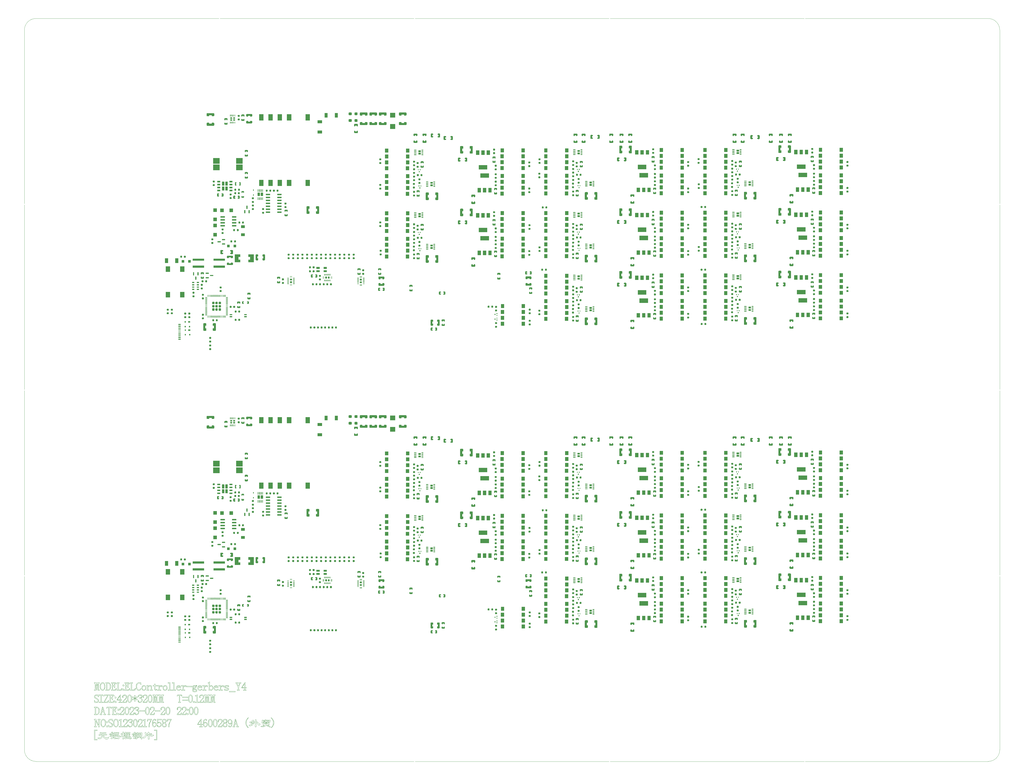
<source format=gbr>
G04 Creator: PowerCAD 2023-02-19 08:43:42 *
%FSLAX55Y55*MOMM*%
%IR0*IPPOS*OFA0.00000B0.00000*MIA0B0*SFA1.00000B1.00000*%
%ADD12C,0.000000*%
%ADD13C,.254000*%
G75*
%LNAperture*%
%LPD*%
D13*
G36*
G01X-13027501Y-11084999D02*
G03X-13042505Y-11099999I-1J-15001D01*
G01X-13042505Y-11147499D01*
G03X-13027501Y-11162499I15001J1D01*
G01X-12972504Y-11162499D01*
G03X-12957501Y-11147499I1J15001D01*
G01X-12957501Y-11099999D01*
G03X-12972504Y-11084999I-15001J-1D01*
G01X-13027501Y-11084999D01*
G37*
G36*
G01X-13027501Y-11242500D02*
G03X-13042505Y-11257500I-1J-15001D01*
G01X-13042505Y-11305000D01*
G03X-13027501Y-11320000I15001J1D01*
G01X-12972504Y-11320000D01*
G03X-12957501Y-11305000I1J15001D01*
G01X-12957501Y-11257500D01*
G03X-12972504Y-11242500I-15001J-1D01*
G01X-13027501Y-11242500D01*
G37*
G36*
G01X-13027501Y-10759999D02*
G03X-13042505Y-10774999I-1J-15001D01*
G01X-13042505Y-10822499D01*
G03X-13027501Y-10837499I15001J1D01*
G01X-12972504Y-10837499D01*
G03X-12957501Y-10822499I1J15001D01*
G01X-12957501Y-10774999D01*
G03X-12972504Y-10759999I-15001J-1D01*
G01X-13027501Y-10759999D01*
G37*
G36*
G01X-13027501Y-10917500D02*
G03X-13042505Y-10932500I-1J-15001D01*
G01X-13042505Y-10980000D01*
G03X-13027501Y-10995000I15001J1D01*
G01X-12972504Y-10995000D01*
G03X-12957501Y-10980000I1J15001D01*
G01X-12957501Y-10932500D01*
G03X-12972504Y-10917500I-15001J-1D01*
G01X-13027501Y-10917500D01*
G37*
G36*
G01X-12147504Y-4579999D02*
G03X-12162501Y-4594999I0J-14999D01*
G01X-12162501Y-4642499D01*
G03X-12147504Y-4657499I15000J0D01*
G01X-12092501Y-4657499D01*
G03X-12077501Y-4642499I0J14999D01*
G01X-12077501Y-4594999D01*
G03X-12092501Y-4579999I-15000J0D01*
G01X-12147504Y-4579999D01*
G37*
G36*
G01X-12147504Y-4737500D02*
G03X-12162501Y-4752500I0J-14999D01*
G01X-12162501Y-4800000D01*
G03X-12147504Y-4815000I15000J0D01*
G01X-12092501Y-4815000D01*
G03X-12077501Y-4800000I0J14999D01*
G01X-12077501Y-4752500D01*
G03X-12092501Y-4737500I-15000J0D01*
G01X-12147504Y-4737500D01*
G37*
G36*
G01X-11187501Y-5054999D02*
G03X-11202501Y-5069999I0J-14999D01*
G01X-11202501Y-5117499D01*
G03X-11187501Y-5132499I14999J0D01*
G01X-11132501Y-5132499D01*
G03X-11117501Y-5117499I0J14999D01*
G01X-11117501Y-5069999D01*
G03X-11132501Y-5054999I-14999J0D01*
G01X-11187501Y-5054999D01*
G37*
G36*
G01X-11187501Y-5212499D02*
G03X-11202501Y-5227499I0J-14999D01*
G01X-11202501Y-5274999D01*
G03X-11187501Y-5289999I14999J0D01*
G01X-11132501Y-5289999D01*
G03X-11117501Y-5274999I0J14999D01*
G01X-11117501Y-5227499D01*
G03X-11132501Y-5212499I-14999J0D01*
G01X-11187501Y-5212499D01*
G37*
G36*
G01X-11187501Y-4744999D02*
G03X-11202501Y-4759999I0J-14999D01*
G01X-11202501Y-4807499D01*
G03X-11187501Y-4822499I15000J0D01*
G01X-11132501Y-4822499D01*
G03X-11117501Y-4807499I0J14999D01*
G01X-11117501Y-4759999D01*
G03X-11132501Y-4744999I-15000J0D01*
G01X-11187501Y-4744999D01*
G37*
G36*
G01X-11187501Y-4902499D02*
G03X-11202501Y-4917499I0J-14999D01*
G01X-11202501Y-4964999D01*
G03X-11187501Y-4979999I14999J0D01*
G01X-11132501Y-4979999D01*
G03X-11117501Y-4964999I0J14999D01*
G01X-11117501Y-4917499D01*
G03X-11132501Y-4902499I-14999J0D01*
G01X-11187501Y-4902499D01*
G37*
G36*
G01X-9649954Y-7172499D02*
G03X-9664953Y-7187499I0J-15000D01*
G01X-9664953Y-7234999D01*
G03X-9649954Y-7249999I15000J0D01*
G01X-9594952Y-7249999D01*
G03X-9579956Y-7234999I-2J14998D01*
G01X-9579956Y-7187499D01*
G03X-9594952Y-7172499I-14998J1D01*
G01X-9649954Y-7172499D01*
G37*
G36*
G01X-9649954Y-7329999D02*
G03X-9664953Y-7345000I0J-15000D01*
G01X-9664953Y-7392499D01*
G03X-9649954Y-7407500I15000J0D01*
G01X-9594952Y-7407500D01*
G03X-9579956Y-7392499I-2J14998D01*
G01X-9579956Y-7345000D01*
G03X-9594952Y-7329999I-14998J1D01*
G01X-9649954Y-7329999D01*
G37*
G36*
G01X-8649954Y-7172499D02*
G03X-8664953Y-7187499I0J-15000D01*
G01X-8664953Y-7234999D01*
G03X-8649954Y-7249999I15000J0D01*
G01X-8594952Y-7249999D01*
G03X-8579956Y-7234999I-2J14998D01*
G01X-8579956Y-7187499D01*
G03X-8594952Y-7172499I-14998J1D01*
G01X-8649954Y-7172499D01*
G37*
G36*
G01X-8649954Y-7329999D02*
G03X-8664953Y-7345000I0J-15000D01*
G01X-8664953Y-7392499D01*
G03X-8649954Y-7407500I15000J0D01*
G01X-8594952Y-7407500D01*
G03X-8579956Y-7392499I-2J14998D01*
G01X-8579956Y-7345000D01*
G03X-8594952Y-7329999I-14998J1D01*
G01X-8649954Y-7329999D01*
G37*
G36*
G01X-8449954Y-7172499D02*
G03X-8464953Y-7187499I0J-15000D01*
G01X-8464953Y-7234999D01*
G03X-8449954Y-7249999I15000J0D01*
G01X-8394952Y-7249999D01*
G03X-8379956Y-7234999I-2J14998D01*
G01X-8379956Y-7187499D01*
G03X-8394952Y-7172499I-14998J1D01*
G01X-8449954Y-7172499D01*
G37*
G36*
G01X-8449954Y-7329999D02*
G03X-8464953Y-7345000I0J-15000D01*
G01X-8464953Y-7392499D01*
G03X-8449954Y-7407500I15000J0D01*
G01X-8394952Y-7407500D01*
G03X-8379956Y-7392499I-2J14998D01*
G01X-8379956Y-7345000D01*
G03X-8394952Y-7329999I-14998J1D01*
G01X-8449954Y-7329999D01*
G37*
G36*
G01X-8249954Y-7172499D02*
G03X-8264953Y-7187499I0J-15000D01*
G01X-8264953Y-7234999D01*
G03X-8249954Y-7249999I15000J0D01*
G01X-8194952Y-7249999D01*
G03X-8179956Y-7234999I-2J14998D01*
G01X-8179956Y-7187499D01*
G03X-8194952Y-7172499I-14998J1D01*
G01X-8249954Y-7172499D01*
G37*
G36*
G01X-8249954Y-7329999D02*
G03X-8264953Y-7345000I0J-15000D01*
G01X-8264953Y-7392499D01*
G03X-8249954Y-7407500I15000J0D01*
G01X-8194952Y-7407500D01*
G03X-8179956Y-7392499I-2J14998D01*
G01X-8179956Y-7345000D01*
G03X-8194952Y-7329999I-14998J1D01*
G01X-8249954Y-7329999D01*
G37*
G36*
G01X-7849954Y-7172499D02*
G03X-7864954Y-7187499I0J-15000D01*
G01X-7864954Y-7234999D01*
G03X-7849954Y-7249999I15000J0D01*
G01X-7794952Y-7249999D01*
G03X-7779956Y-7234999I-2J14998D01*
G01X-7779956Y-7187499D01*
G03X-7794952Y-7172499I-14998J1D01*
G01X-7849954Y-7172499D01*
G37*
G36*
G01X-7849954Y-7329999D02*
G03X-7864954Y-7345000I0J-15000D01*
G01X-7864954Y-7392499D01*
G03X-7849954Y-7407500I15000J0D01*
G01X-7794952Y-7407500D01*
G03X-7779956Y-7392499I-2J14998D01*
G01X-7779956Y-7345000D01*
G03X-7794952Y-7329999I-14998J1D01*
G01X-7849954Y-7329999D01*
G37*
G36*
G01X-7649954Y-7172499D02*
G03X-7664954Y-7187499I0J-15000D01*
G01X-7664954Y-7234999D01*
G03X-7649954Y-7249999I15000J0D01*
G01X-7594952Y-7249999D01*
G03X-7579956Y-7234999I-2J14998D01*
G01X-7579956Y-7187499D01*
G03X-7594952Y-7172499I-14998J1D01*
G01X-7649954Y-7172499D01*
G37*
G36*
G01X-7649954Y-7329999D02*
G03X-7664954Y-7345000I0J-15000D01*
G01X-7664954Y-7392499D01*
G03X-7649954Y-7407500I15000J0D01*
G01X-7594952Y-7407500D01*
G03X-7579956Y-7392499I-2J14998D01*
G01X-7579956Y-7345000D01*
G03X-7594952Y-7329999I-14998J1D01*
G01X-7649954Y-7329999D01*
G37*
G36*
G01X-7449954Y-7172499D02*
G03X-7464954Y-7187499I0J-15000D01*
G01X-7464954Y-7234999D01*
G03X-7449954Y-7249999I15000J0D01*
G01X-7394952Y-7249999D01*
G03X-7379956Y-7234999I-2J14998D01*
G01X-7379956Y-7187499D01*
G03X-7394952Y-7172499I-14998J1D01*
G01X-7449954Y-7172499D01*
G37*
G36*
G01X-7449954Y-7329999D02*
G03X-7464954Y-7345000I0J-15000D01*
G01X-7464954Y-7392499D01*
G03X-7449954Y-7407500I15000J0D01*
G01X-7394952Y-7407500D01*
G03X-7379956Y-7392499I-2J14998D01*
G01X-7379956Y-7345000D01*
G03X-7394952Y-7329999I-14998J1D01*
G01X-7449954Y-7329999D01*
G37*
G36*
G01X-7249954Y-7172499D02*
G03X-7264954Y-7187499I0J-15000D01*
G01X-7264954Y-7234999D01*
G03X-7249954Y-7249999I15000J0D01*
G01X-7194952Y-7249999D01*
G03X-7179956Y-7234999I-2J14998D01*
G01X-7179956Y-7187499D01*
G03X-7194952Y-7172499I-14998J1D01*
G01X-7249954Y-7172499D01*
G37*
G36*
G01X-7249954Y-7329999D02*
G03X-7264954Y-7345000I0J-15000D01*
G01X-7264954Y-7392499D01*
G03X-7249954Y-7407500I15000J0D01*
G01X-7194952Y-7407500D01*
G03X-7179956Y-7392499I-2J14998D01*
G01X-7179956Y-7345000D01*
G03X-7194952Y-7329999I-14998J1D01*
G01X-7249954Y-7329999D01*
G37*
G36*
G01X-6849954Y-7172499D02*
G03X-6864954Y-7187499I0J-15000D01*
G01X-6864954Y-7234999D01*
G03X-6849954Y-7249999I15000J0D01*
G01X-6794952Y-7249999D01*
G03X-6779956Y-7234999I-2J14998D01*
G01X-6779956Y-7187499D01*
G03X-6794952Y-7172499I-14998J1D01*
G01X-6849954Y-7172499D01*
G37*
G36*
G01X-6849954Y-7329999D02*
G03X-6864954Y-7345000I0J-15000D01*
G01X-6864954Y-7392499D01*
G03X-6849954Y-7407500I15000J0D01*
G01X-6794952Y-7407500D01*
G03X-6779956Y-7392499I-2J14998D01*
G01X-6779956Y-7345000D01*
G03X-6794952Y-7329999I-14998J1D01*
G01X-6849954Y-7329999D01*
G37*
G36*
G01X-5702502Y-5784999D02*
G03X-5717502Y-5799999I0J-14999D01*
G01X-5717502Y-5847499D01*
G03X-5702502Y-5862499I14999J0D01*
G01X-5647504Y-5862499D01*
G03X-5632500Y-5847499I1J15001D01*
G01X-5632500Y-5799999D01*
G03X-5647504Y-5784999I-15001J-1D01*
G01X-5702502Y-5784999D01*
G37*
G36*
G01X-5702502Y-5942499D02*
G03X-5717502Y-5957499I0J-14999D01*
G01X-5717502Y-6004999D01*
G03X-5702502Y-6019999I14999J0D01*
G01X-5647504Y-6019999D01*
G03X-5632500Y-6004999I1J15001D01*
G01X-5632500Y-5957499D01*
G03X-5647504Y-5942499I-15001J-1D01*
G01X-5702502Y-5942499D01*
G37*
G36*
G01X-5702502Y-4169999D02*
G03X-5717502Y-4184999I0J-14999D01*
G01X-5717502Y-4232499D01*
G03X-5702502Y-4247499I14999J0D01*
G01X-5647504Y-4247499D01*
G03X-5632500Y-4232499I1J15001D01*
G01X-5632500Y-4184999D01*
G03X-5647504Y-4169999I-15001J-1D01*
G01X-5702502Y-4169999D01*
G37*
G36*
G01X-5702502Y-4327499D02*
G03X-5717502Y-4342499I0J-14999D01*
G01X-5717502Y-4389999D01*
G03X-5702502Y-4404999I14999J0D01*
G01X-5647504Y-4404999D01*
G03X-5632500Y-4389999I1J15001D01*
G01X-5632500Y-4342499D01*
G03X-5647504Y-4327499I-15001J-1D01*
G01X-5702502Y-4327499D01*
G37*
G36*
G01X-5702502Y-3069998D02*
G03X-5717502Y-3084999I0J-14999D01*
G01X-5717502Y-3132498D01*
G03X-5702502Y-3147499I14999J0D01*
G01X-5647504Y-3147499D01*
G03X-5632500Y-3132498I1J15001D01*
G01X-5632500Y-3084999D01*
G03X-5647504Y-3069998I-15001J-1D01*
G01X-5702502Y-3069998D01*
G37*
G36*
G01X-5702502Y-3227499D02*
G03X-5717502Y-3242499I0J-14999D01*
G01X-5717502Y-3289999D01*
G03X-5702502Y-3304999I14999J0D01*
G01X-5647504Y-3304999D01*
G03X-5632500Y-3289999I1J15001D01*
G01X-5632500Y-3242499D01*
G03X-5647504Y-3227499I-15001J-1D01*
G01X-5702502Y-3227499D01*
G37*
G36*
G01X-4249502Y-6511000D02*
G03X-4264502Y-6526000I0J-14999D01*
G01X-4264502Y-6573500D01*
G03X-4249502Y-6588500I14999J0D01*
G01X-4194500Y-6588500D01*
G03X-4179501Y-6573500I0J14999D01*
G01X-4179501Y-6526000D01*
G03X-4194500Y-6511000I-14999J0D01*
G01X-4249502Y-6511000D01*
G37*
G36*
G01X-4249502Y-6668500D02*
G03X-4264502Y-6683499I0J-14999D01*
G01X-4264502Y-6731000D01*
G03X-4249502Y-6745999I14999J0D01*
G01X-4194500Y-6745999D01*
G03X-4179501Y-6731000I0J14999D01*
G01X-4179501Y-6683499D01*
G03X-4194500Y-6668500I-14999J0D01*
G01X-4249502Y-6668500D01*
G37*
G36*
G01X-4249502Y-3810999D02*
G03X-4264502Y-3825999I0J-14999D01*
G01X-4264502Y-3873499D01*
G03X-4249502Y-3888499I14999J0D01*
G01X-4194500Y-3888499D01*
G03X-4179501Y-3873499I0J14999D01*
G01X-4179501Y-3825999D01*
G03X-4194500Y-3810999I-14999J0D01*
G01X-4249502Y-3810999D01*
G37*
G36*
G01X-4249502Y-3968499D02*
G03X-4264502Y-3983499I0J-14999D01*
G01X-4264502Y-4030999D01*
G03X-4249502Y-4045999I14999J0D01*
G01X-4194500Y-4045999D01*
G03X-4179501Y-4030999I0J14999D01*
G01X-4179501Y-3983499D01*
G03X-4194500Y-3968499I-14999J0D01*
G01X-4249502Y-3968499D01*
G37*
G36*
G01X-4094500Y-5930999D02*
G03X-4109503Y-5945999I-1J-15001D01*
G01X-4109503Y-5993499D01*
G03X-4094500Y-6008499I15001J1D01*
G01X-4039502Y-6008499D01*
G03X-4024502Y-5993499I0J14999D01*
G01X-4024502Y-5945999D01*
G03X-4039502Y-5930999I-14999J0D01*
G01X-4094500Y-5930999D01*
G37*
G36*
G01X-4094500Y-6088500D02*
G03X-4109503Y-6103499I-1J-15001D01*
G01X-4109503Y-6151000D01*
G03X-4094500Y-6165999I15001J1D01*
G01X-4039502Y-6165999D01*
G03X-4024502Y-6151000I0J14999D01*
G01X-4024502Y-6103499D01*
G03X-4039502Y-6088500I-14999J0D01*
G01X-4094500Y-6088500D01*
G37*
G36*
G01X-4094500Y-3230999D02*
G03X-4109503Y-3245999I-1J-15001D01*
G01X-4109503Y-3293499D01*
G03X-4094500Y-3308499I15001J1D01*
G01X-4039502Y-3308499D01*
G03X-4024502Y-3293499I0J14999D01*
G01X-4024502Y-3245999D01*
G03X-4039502Y-3230999I-14999J0D01*
G01X-4094500Y-3230999D01*
G37*
G36*
G01X-4094500Y-3388499D02*
G03X-4109503Y-3403499I-1J-15001D01*
G01X-4109503Y-3450999D01*
G03X-4094500Y-3465999I15001J1D01*
G01X-4039502Y-3465999D01*
G03X-4024502Y-3450999I0J14999D01*
G01X-4024502Y-3403499D01*
G03X-4039502Y-3388499I-14999J0D01*
G01X-4094500Y-3388499D01*
G37*
G36*
G01X-4014502Y-6628499D02*
G03X-4029504Y-6643499I-1J-15001D01*
G01X-4029504Y-6690999D01*
G03X-4014502Y-6705999I15001J1D01*
G01X-3959503Y-6705999D01*
G03X-3944503Y-6690999I0J15000D01*
G01X-3944503Y-6643499D01*
G03X-3959503Y-6628499I-14999J0D01*
G01X-4014502Y-6628499D01*
G37*
G36*
G01X-4014502Y-6785999D02*
G03X-4029504Y-6801000I-1J-15001D01*
G01X-4029504Y-6848499D01*
G03X-4014502Y-6863500I15001J1D01*
G01X-3959503Y-6863500D01*
G03X-3944503Y-6848499I0J15000D01*
G01X-3944503Y-6801000D01*
G03X-3959503Y-6785999I-14999J0D01*
G01X-4014502Y-6785999D01*
G37*
G36*
G01X-4014502Y-3928498D02*
G03X-4029504Y-3943499I-1J-15001D01*
G01X-4029504Y-3990998D01*
G03X-4014502Y-4005999I15001J1D01*
G01X-3959503Y-4005999D01*
G03X-3944503Y-3990998I0J14999D01*
G01X-3944503Y-3943499D01*
G03X-3959503Y-3928498I-14999J0D01*
G01X-4014502Y-3928498D01*
G37*
G36*
G01X-4014502Y-4085999D02*
G03X-4029504Y-4100999I-1J-15001D01*
G01X-4029504Y-4148499D01*
G03X-4014502Y-4163499I15001J1D01*
G01X-3959503Y-4163499D01*
G03X-3944503Y-4148499I0J14999D01*
G01X-3944503Y-4100999D01*
G03X-3959503Y-4085999I-14999J0D01*
G01X-4014502Y-4085999D01*
G37*
G36*
G01X-729504Y-6728499D02*
G03X-744503Y-6743499I0J-15000D01*
G01X-744503Y-6790999D01*
G03X-729504Y-6805999I14999J0D01*
G01X-674505Y-6805999D01*
G03X-659503Y-6790999I1J15001D01*
G01X-659503Y-6743499D01*
G03X-674505Y-6728499I-15001J-1D01*
G01X-729504Y-6728499D01*
G37*
G36*
G01X-729504Y-6885999D02*
G03X-744503Y-6901000I0J-15000D01*
G01X-744503Y-6948499D01*
G03X-729504Y-6963500I14999J0D01*
G01X-674505Y-6963500D01*
G03X-659503Y-6948499I1J15001D01*
G01X-659503Y-6901000D01*
G03X-674505Y-6885999I-15001J-1D01*
G01X-729504Y-6885999D01*
G37*
G36*
G01X-729504Y-4028499D02*
G03X-744503Y-4043499I0J-14999D01*
G01X-744503Y-4090999D01*
G03X-729504Y-4106000I14999J0D01*
G01X-674505Y-4106000D01*
G03X-659503Y-4090999I1J15001D01*
G01X-659503Y-4043499D01*
G03X-674505Y-4028499I-15001J-1D01*
G01X-729504Y-4028499D01*
G37*
G36*
G01X-729504Y-4186000D02*
G03X-744503Y-4201000I0J-14999D01*
G01X-744503Y-4248500D01*
G03X-729504Y-4263500I14999J0D01*
G01X-674505Y-4263500D01*
G03X-659503Y-4248500I1J15001D01*
G01X-659503Y-4201000D01*
G03X-674505Y-4186000I-15001J-1D01*
G01X-729504Y-4186000D01*
G37*
G36*
G01X712494Y-7022499D02*
G03X697497Y-7037499I2J-14998D01*
G01X697497Y-7084999D01*
G03X712494Y-7099999I14998J-1D01*
G01X767492Y-7099999D01*
G03X782495Y-7084999I1J15001D01*
G01X782495Y-7037499D01*
G03X767492Y-7022499I-15001J-1D01*
G01X712494Y-7022499D01*
G37*
G36*
G01X712494Y-7179999D02*
G03X697497Y-7195000I2J-14998D01*
G01X697497Y-7242499D01*
G03X712494Y-7257500I14998J-1D01*
G01X767492Y-7257500D01*
G03X782495Y-7242499I1J15001D01*
G01X782495Y-7195000D01*
G03X767492Y-7179999I-15001J-1D01*
G01X712494Y-7179999D01*
G37*
G36*
G01X712494Y-4324999D02*
G03X697497Y-4339999I2J-14998D01*
G01X697497Y-4387499D01*
G03X712494Y-4402499I14998J-2D01*
G01X767492Y-4402499D01*
G03X782495Y-4387499I1J15001D01*
G01X782495Y-4339999D01*
G03X767492Y-4324999I-15001J-1D01*
G01X712494Y-4324999D01*
G37*
G36*
G01X712494Y-4482499D02*
G03X697497Y-4497500I2J-14998D01*
G01X697497Y-4544999D01*
G03X712494Y-4560000I14998J-2D01*
G01X767492Y-4560000D01*
G03X782495Y-4544999I1J15001D01*
G01X782495Y-4497500D01*
G03X767492Y-4482499I-15001J-1D01*
G01X712494Y-4482499D01*
G37*
G36*
G01X712494Y-3202498D02*
G03X697497Y-3217498I2J-14998D01*
G01X697497Y-3264998D01*
G03X712494Y-3279998I14998J-2D01*
G01X767492Y-3279998D01*
G03X782495Y-3264998I1J15001D01*
G01X782495Y-3217498D01*
G03X767492Y-3202498I-15001J-1D01*
G01X712494Y-3202498D01*
G37*
G36*
G01X712494Y-3359999D02*
G03X697497Y-3374999I2J-14998D01*
G01X697497Y-3422499D01*
G03X712494Y-3437499I14998J-2D01*
G01X767492Y-3437499D01*
G03X782495Y-3422499I1J15001D01*
G01X782495Y-3374999D01*
G03X767492Y-3359999I-15001J-1D01*
G01X712494Y-3359999D01*
G37*
G36*
G01X720495Y-5904999D02*
G03X705493Y-5919999I-1J-15001D01*
G01X705493Y-5967499D01*
G03X720495Y-5982499I15001J1D01*
G01X775494Y-5982499D01*
G03X790496Y-5967499I1J15001D01*
G01X790496Y-5919999D01*
G03X775494Y-5904999I-15001J-1D01*
G01X720495Y-5904999D01*
G37*
G36*
G01X720495Y-6062499D02*
G03X705493Y-6077499I-1J-15001D01*
G01X705493Y-6124999D01*
G03X720495Y-6139999I15001J1D01*
G01X775494Y-6139999D01*
G03X790496Y-6124999I1J15001D01*
G01X790496Y-6077499D01*
G03X775494Y-6062499I-15001J-1D01*
G01X720495Y-6062499D01*
G37*
G36*
G01X732495Y-10022499D02*
G03X717498Y-10037499I2J-14998D01*
G01X717498Y-10084999D01*
G03X732495Y-10099999I14998J-1D01*
G01X787494Y-10099999D01*
G03X802496Y-10084999I1J15001D01*
G01X802496Y-10037499D01*
G03X787494Y-10022499I-15001J-1D01*
G01X732495Y-10022499D01*
G37*
G36*
G01X732495Y-10179999D02*
G03X717498Y-10195000I2J-14998D01*
G01X717498Y-10242500D01*
G03X732495Y-10257500I14998J-1D01*
G01X787494Y-10257500D01*
G03X802496Y-10242500I1J15001D01*
G01X802496Y-10195000D01*
G03X787494Y-10179999I-15001J-1D01*
G01X732495Y-10179999D01*
G37*
G36*
G01X1147497Y-9584999D02*
G03X1132495Y-9599999I-1J-15001D01*
G01X1132495Y-9647499D01*
G03X1147497Y-9662499I15001J1D01*
G01X1202496Y-9662499D01*
G03X1217499Y-9647499I1J15001D01*
G01X1217499Y-9599999D01*
G03X1202496Y-9584999I-15001J-1D01*
G01X1147497Y-9584999D01*
G37*
G36*
G01X1147497Y-9742499D02*
G03X1132495Y-9757500I-1J-15001D01*
G01X1132495Y-9804999D01*
G03X1147497Y-9820000I15001J1D01*
G01X1202496Y-9820000D01*
G03X1217499Y-9804999I1J15001D01*
G01X1217499Y-9757500D01*
G03X1202496Y-9742499I-15001J-1D01*
G01X1147497Y-9742499D01*
G37*
G36*
G01X1147497Y-3684999D02*
G03X1132495Y-3699999I-1J-15001D01*
G01X1132495Y-3747499D01*
G03X1147497Y-3762499I15001J1D01*
G01X1202496Y-3762499D01*
G03X1217499Y-3747499I1J15001D01*
G01X1217499Y-3699999D01*
G03X1202496Y-3684999I-15001J-1D01*
G01X1147497Y-3684999D01*
G37*
G36*
G01X1147497Y-3842499D02*
G03X1132495Y-3857499I-1J-15001D01*
G01X1132495Y-3904999D01*
G03X1147497Y-3919999I15001J1D01*
G01X1202496Y-3919999D01*
G03X1217499Y-3904999I1J15001D01*
G01X1217499Y-3857499D01*
G03X1202496Y-3842499I-15001J-1D01*
G01X1147497Y-3842499D01*
G37*
G36*
G01X1152496Y-6857500D02*
G03X1137500Y-6872499I1J-14998D01*
G01X1137500Y-6920000D01*
G03X1152496Y-6934999I14998J-1D01*
G01X1207495Y-6934999D01*
G03X1222497Y-6920000I1J15001D01*
G01X1222497Y-6872499D01*
G03X1207495Y-6857500I-15001J-1D01*
G01X1152496Y-6857500D01*
G37*
G36*
G01X1152496Y-7014999D02*
G03X1137500Y-7029999I1J-14998D01*
G01X1137500Y-7077499D01*
G03X1152496Y-7092499I14998J-1D01*
G01X1207495Y-7092499D01*
G03X1222497Y-7077499I1J15001D01*
G01X1222497Y-7029999D01*
G03X1207495Y-7014999I-15001J-1D01*
G01X1152496Y-7014999D01*
G37*
G36*
G01X1152496Y-3064998D02*
G03X1137500Y-3079998I2J-14998D01*
G01X1137500Y-3127498D01*
G03X1152496Y-3142498I14998J-2D01*
G01X1207495Y-3142498D01*
G03X1222497Y-3127498I1J15001D01*
G01X1222497Y-3079998D01*
G03X1207495Y-3064998I-15001J-1D01*
G01X1152496Y-3064998D01*
G37*
G36*
G01X1152496Y-3222499D02*
G03X1137500Y-3237499I2J-14998D01*
G01X1137500Y-3284999D01*
G03X1152496Y-3299999I14998J-2D01*
G01X1207495Y-3299999D01*
G03X1222497Y-3284999I1J15001D01*
G01X1222497Y-3237499D01*
G03X1207495Y-3222499I-15001J-1D01*
G01X1152496Y-3222499D01*
G37*
G36*
G01X2601495Y-9197999D02*
G03X2586493Y-9212999I-1J-15001D01*
G01X2586493Y-9260499D01*
G03X2601495Y-9275499I15001J1D01*
G01X2656494Y-9275499D01*
G03X2671496Y-9260499I1J15001D01*
G01X2671496Y-9212999D01*
G03X2656494Y-9197999I-15001J-1D01*
G01X2601495Y-9197999D01*
G37*
G36*
G01X2601495Y-9355499D02*
G03X2586493Y-9370499I-1J-15001D01*
G01X2586493Y-9417999D01*
G03X2601495Y-9432999I15001J1D01*
G01X2656494Y-9432999D01*
G03X2671496Y-9417999I1J15001D01*
G01X2671496Y-9370499D01*
G03X2656494Y-9355499I-15001J-1D01*
G01X2601495Y-9355499D01*
G37*
G36*
G01X2601471Y-6497999D02*
G03X2586474Y-6512999I1J-14998D01*
G01X2586474Y-6560499D01*
G03X2601471Y-6575499I14998J-1D01*
G01X2656469Y-6575499D01*
G03X2671472Y-6560499I1J15001D01*
G01X2671472Y-6512999D01*
G03X2656469Y-6497999I-15001J-1D01*
G01X2601471Y-6497999D01*
G37*
G36*
G01X2601471Y-6655499D02*
G03X2586474Y-6670499I1J-14998D01*
G01X2586474Y-6717999D01*
G03X2601471Y-6732999I14998J-1D01*
G01X2656469Y-6732999D01*
G03X2671472Y-6717999I1J15001D01*
G01X2671472Y-6670499D01*
G03X2656469Y-6655499I-15001J-1D01*
G01X2601471Y-6655499D01*
G37*
G36*
G01X2601471Y-3797998D02*
G03X2586474Y-3812999I2J-14998D01*
G01X2586474Y-3860498D01*
G03X2601471Y-3875499I14998J-2D01*
G01X2656469Y-3875499D01*
G03X2671472Y-3860498I1J15001D01*
G01X2671472Y-3812999D01*
G03X2656469Y-3797998I-15001J-1D01*
G01X2601471Y-3797998D01*
G37*
G36*
G01X2601471Y-3955499D02*
G03X2586474Y-3970499I2J-14998D01*
G01X2586474Y-4017999D01*
G03X2601471Y-4032999I14998J-2D01*
G01X2656469Y-4032999D01*
G03X2671472Y-4017999I1J15001D01*
G01X2671472Y-3970499D01*
G03X2656469Y-3955499I-15001J-1D01*
G01X2601471Y-3955499D01*
G37*
G36*
G01X2756494Y-8617999D02*
G03X2741497Y-8632999I2J-14998D01*
G01X2741497Y-8680499D01*
G03X2756494Y-8695499I14998J-1D01*
G01X2811493Y-8695499D01*
G03X2826495Y-8680499I1J15001D01*
G01X2826495Y-8632999D01*
G03X2811493Y-8617999I-15001J-1D01*
G01X2756494Y-8617999D01*
G37*
G36*
G01X2756494Y-8775500D02*
G03X2741497Y-8790500I2J-14998D01*
G01X2741497Y-8838000D01*
G03X2756494Y-8853000I14998J-1D01*
G01X2811493Y-8853000D01*
G03X2826495Y-8838000I1J15001D01*
G01X2826495Y-8790500D01*
G03X2811493Y-8775500I-15001J-1D01*
G01X2756494Y-8775500D01*
G37*
G36*
G01X2756475Y-5917999D02*
G03X2741473Y-5932999I-1J-15001D01*
G01X2741473Y-5980499D01*
G03X2756475Y-5995499I15001J1D01*
G01X2811474Y-5995499D01*
G03X2826471Y-5980499I-1J14998D01*
G01X2826471Y-5932999D01*
G03X2811474Y-5917999I-14998J1D01*
G01X2756475Y-5917999D01*
G37*
G36*
G01X2756475Y-6075499D02*
G03X2741473Y-6090499I-1J-15001D01*
G01X2741473Y-6137999D01*
G03X2756475Y-6152999I15001J1D01*
G01X2811474Y-6152999D01*
G03X2826471Y-6137999I-1J14998D01*
G01X2826471Y-6090499D01*
G03X2811474Y-6075499I-14998J1D01*
G01X2756475Y-6075499D01*
G37*
G36*
G01X2756475Y-3217998D02*
G03X2741473Y-3232998I-1J-15001D01*
G01X2741473Y-3280498D01*
G03X2756475Y-3295498I15001J1D01*
G01X2811474Y-3295498D01*
G03X2826471Y-3280498I-2J14998D01*
G01X2826471Y-3232998D01*
G03X2811474Y-3217998I-14998J2D01*
G01X2756475Y-3217998D01*
G37*
G36*
G01X2756475Y-3375499D02*
G03X2741473Y-3390499I-1J-15001D01*
G01X2741473Y-3437999D01*
G03X2756475Y-3452999I15001J1D01*
G01X2811474Y-3452999D01*
G03X2826471Y-3437999I-2J14998D01*
G01X2826471Y-3390499D01*
G03X2811474Y-3375499I-14998J2D01*
G01X2756475Y-3375499D01*
G37*
G36*
G01X2836499Y-9315500D02*
G03X2821496Y-9330499I-1J-15001D01*
G01X2821496Y-9378000D01*
G03X2836499Y-9392999I15001J1D01*
G01X2891497Y-9392999D01*
G03X2906494Y-9378000I-1J14998D01*
G01X2906494Y-9330499D01*
G03X2891497Y-9315500I-14998J1D01*
G01X2836499Y-9315500D01*
G37*
G36*
G01X2836499Y-9472999D02*
G03X2821496Y-9487999I-1J-15001D01*
G01X2821496Y-9535499D01*
G03X2836499Y-9550499I15001J1D01*
G01X2891497Y-9550499D01*
G03X2906494Y-9535499I-1J14998D01*
G01X2906494Y-9487999D01*
G03X2891497Y-9472999I-14998J1D01*
G01X2836499Y-9472999D01*
G37*
G36*
G01X2836474Y-6615500D02*
G03X2821472Y-6630499I-1J-15001D01*
G01X2821472Y-6678000D01*
G03X2836474Y-6692999I15001J1D01*
G01X2891473Y-6692999D01*
G03X2906469Y-6678000I-1J14998D01*
G01X2906469Y-6630499D01*
G03X2891473Y-6615500I-14998J1D01*
G01X2836474Y-6615500D01*
G37*
G36*
G01X2836474Y-6772999D02*
G03X2821472Y-6787999I-1J-15001D01*
G01X2821472Y-6835499D01*
G03X2836474Y-6850499I15001J1D01*
G01X2891473Y-6850499D01*
G03X2906469Y-6835499I-1J14998D01*
G01X2906469Y-6787999D01*
G03X2891473Y-6772999I-14998J1D01*
G01X2836474Y-6772999D01*
G37*
G36*
G01X2836474Y-3915499D02*
G03X2821472Y-3930499I-1J-15001D01*
G01X2821472Y-3977999D01*
G03X2836474Y-3992999I15001J1D01*
G01X2891473Y-3992999D01*
G03X2906469Y-3977999I-2J14998D01*
G01X2906469Y-3930499D01*
G03X2891473Y-3915499I-14998J2D01*
G01X2836474Y-3915499D01*
G37*
G36*
G01X2836474Y-4072999D02*
G03X2821472Y-4088000I-1J-15001D01*
G01X2821472Y-4135499D01*
G03X2836474Y-4150500I15001J1D01*
G01X2891473Y-4150500D01*
G03X2906469Y-4135499I-2J14998D01*
G01X2906469Y-4088000D01*
G03X2891473Y-4072999I-14998J2D01*
G01X2836474Y-4072999D01*
G37*
G36*
G01X6121499Y-9415500D02*
G03X6106497Y-9430499I-1J-15001D01*
G01X6106497Y-9478000D01*
G03X6121499Y-9492999I15001J1D01*
G01X6176499Y-9492999D01*
G03X6191498Y-9478000I0J14999D01*
G01X6191498Y-9430499D01*
G03X6176499Y-9415500I-14999J0D01*
G01X6121499Y-9415500D01*
G37*
G36*
G01X6121499Y-9572999D02*
G03X6106497Y-9587999I-1J-15001D01*
G01X6106497Y-9635499D01*
G03X6121499Y-9650499I15001J1D01*
G01X6176499Y-9650499D01*
G03X6191498Y-9635499I0J14999D01*
G01X6191498Y-9587999D01*
G03X6176499Y-9572999I-14999J0D01*
G01X6121499Y-9572999D01*
G37*
G36*
G01X6121475Y-6715500D02*
G03X6106472Y-6730499I-1J-15001D01*
G01X6106472Y-6778000D01*
G03X6121475Y-6792999I15001J1D01*
G01X6176474Y-6792999D01*
G03X6191474Y-6778000I0J14999D01*
G01X6191474Y-6730499D01*
G03X6176474Y-6715500I-14999J0D01*
G01X6121475Y-6715500D01*
G37*
G36*
G01X6121475Y-6872999D02*
G03X6106472Y-6887999I-1J-15001D01*
G01X6106472Y-6935499D01*
G03X6121475Y-6950499I15001J1D01*
G01X6176474Y-6950499D01*
G03X6191474Y-6935499I0J14999D01*
G01X6191474Y-6887999D01*
G03X6176474Y-6872999I-14999J0D01*
G01X6121475Y-6872999D01*
G37*
G36*
G01X6121475Y-4015499D02*
G03X6106472Y-4030499I-1J-15001D01*
G01X6106472Y-4077999D01*
G03X6121475Y-4092999I15001J1D01*
G01X6176474Y-4092999D01*
G03X6191474Y-4077999I0J14999D01*
G01X6191474Y-4030499D01*
G03X6176474Y-4015499I-14999J0D01*
G01X6121475Y-4015499D01*
G37*
G36*
G01X6121475Y-4172999D02*
G03X6106472Y-4188000I-1J-15001D01*
G01X6106472Y-4235499D01*
G03X6121475Y-4250500I15001J1D01*
G01X6176474Y-4250500D01*
G03X6191474Y-4235499I0J14999D01*
G01X6191474Y-4188000D01*
G03X6176474Y-4172999I-14999J0D01*
G01X6121475Y-4172999D01*
G37*
G36*
G01X7552499Y-9725000D02*
G03X7537497Y-9739999I-1J-15001D01*
G01X7537497Y-9787500D01*
G03X7552499Y-9802499I15001J1D01*
G01X7607499Y-9802499D01*
G03X7622497Y-9787500I0J14999D01*
G01X7622497Y-9739999D01*
G03X7607499Y-9725000I-14999J0D01*
G01X7552499Y-9725000D01*
G37*
G36*
G01X7552499Y-9882500D02*
G03X7537497Y-9897499I-1J-15001D01*
G01X7537497Y-9945000D01*
G03X7552499Y-9959999I15001J1D01*
G01X7607499Y-9959999D01*
G03X7622497Y-9945000I0J14999D01*
G01X7622497Y-9897499D01*
G03X7607499Y-9882500I-14999J0D01*
G01X7552499Y-9882500D01*
G37*
G36*
G01X7552499Y-8584999D02*
G03X7537497Y-8599999I0J-15001D01*
G01X7537497Y-8647499D01*
G03X7552499Y-8662499I15001J1D01*
G01X7607499Y-8662499D01*
G03X7622497Y-8647499I0J15000D01*
G01X7622497Y-8599999D01*
G03X7607499Y-8584999I-15000J0D01*
G01X7552499Y-8584999D01*
G37*
G36*
G01X7552499Y-8742499D02*
G03X7537497Y-8757500I0J-15001D01*
G01X7537497Y-8804999D01*
G03X7552499Y-8820000I15001J1D01*
G01X7607499Y-8820000D01*
G03X7622497Y-8804999I0J15000D01*
G01X7622497Y-8757500D01*
G03X7607499Y-8742499I-15000J0D01*
G01X7552499Y-8742499D01*
G37*
G36*
G01X7552499Y-7020000D02*
G03X7537497Y-7034999I-1J-15001D01*
G01X7537497Y-7082500D01*
G03X7552499Y-7097499I15001J1D01*
G01X7607499Y-7097499D01*
G03X7622497Y-7082500I0J14999D01*
G01X7622497Y-7034999D01*
G03X7607499Y-7020000I-14999J0D01*
G01X7552499Y-7020000D01*
G37*
G36*
G01X7552499Y-7177499D02*
G03X7537497Y-7192499I-1J-15001D01*
G01X7537497Y-7239999D01*
G03X7552499Y-7254999I15001J1D01*
G01X7607499Y-7254999D01*
G03X7622497Y-7239999I0J14999D01*
G01X7622497Y-7192499D01*
G03X7607499Y-7177499I-14999J0D01*
G01X7552499Y-7177499D01*
G37*
G36*
G01X7552499Y-5884999D02*
G03X7537497Y-5899999I-1J-15001D01*
G01X7537497Y-5947499D01*
G03X7552499Y-5962499I15001J1D01*
G01X7607499Y-5962499D01*
G03X7622497Y-5947499I0J14999D01*
G01X7622497Y-5899999D01*
G03X7607499Y-5884999I-14999J0D01*
G01X7552499Y-5884999D01*
G37*
G36*
G01X7552499Y-6042499D02*
G03X7537497Y-6057499I-1J-15001D01*
G01X7537497Y-6104999D01*
G03X7552499Y-6119999I15001J1D01*
G01X7607499Y-6119999D01*
G03X7622497Y-6104999I0J14999D01*
G01X7622497Y-6057499D01*
G03X7607499Y-6042499I-14999J0D01*
G01X7552499Y-6042499D01*
G37*
G36*
G01X7552499Y-4324999D02*
G03X7537497Y-4339999I0J-15001D01*
G01X7537497Y-4387499D01*
G03X7552499Y-4402499I15001J1D01*
G01X7607499Y-4402499D01*
G03X7622497Y-4387499I0J14999D01*
G01X7622497Y-4339999D01*
G03X7607499Y-4324999I-15000J0D01*
G01X7552499Y-4324999D01*
G37*
G36*
G01X7552499Y-4482499D02*
G03X7537497Y-4497500I0J-15001D01*
G01X7537497Y-4544999D01*
G03X7552499Y-4560000I15001J1D01*
G01X7607499Y-4560000D01*
G03X7622497Y-4544999I0J14999D01*
G01X7622497Y-4497500D01*
G03X7607499Y-4482499I-15000J0D01*
G01X7552499Y-4482499D01*
G37*
G36*
G01X7552499Y-3184999D02*
G03X7537497Y-3199999I0J-15001D01*
G01X7537497Y-3247499D01*
G03X7552499Y-3262499I15001J1D01*
G01X7607499Y-3262499D01*
G03X7622497Y-3247499I0J14999D01*
G01X7622497Y-3199999D01*
G03X7607499Y-3184999I-15000J0D01*
G01X7552499Y-3184999D01*
G37*
G36*
G01X7552499Y-3342499D02*
G03X7537497Y-3357499I0J-15001D01*
G01X7537497Y-3404999D01*
G03X7552499Y-3419999I15001J1D01*
G01X7607499Y-3419999D01*
G03X7622497Y-3404999I0J14999D01*
G01X7622497Y-3357499D01*
G03X7607499Y-3342499I-15000J0D01*
G01X7552499Y-3342499D01*
G37*
G36*
G01X8002499Y-3059999D02*
G03X7987497Y-3074999I0J-15001D01*
G01X7987497Y-3122499D01*
G03X8002499Y-3137499I15001J1D01*
G01X8057499Y-3137499D01*
G03X8072497Y-3122499I0J14999D01*
G01X8072497Y-3074999D01*
G03X8057499Y-3059999I-15000J0D01*
G01X8002499Y-3059999D01*
G37*
G36*
G01X8002499Y-3217499D02*
G03X7987497Y-3232499I0J-15001D01*
G01X7987497Y-3279999D01*
G03X8002499Y-3294999I15001J1D01*
G01X8057499Y-3294999D01*
G03X8072497Y-3279999I0J14999D01*
G01X8072497Y-3232499D01*
G03X8057499Y-3217499I-15000J0D01*
G01X8002499Y-3217499D01*
G37*
G36*
G01X8012497Y-6845000D02*
G03X7997497Y-6859999I0J-14999D01*
G01X7997497Y-6907500D01*
G03X8012497Y-6922499I14999J0D01*
G01X8067495Y-6922499D01*
G03X8082499Y-6907500I1J15001D01*
G01X8082499Y-6859999D01*
G03X8067495Y-6845000I-15001J-1D01*
G01X8012497Y-6845000D01*
G37*
G36*
G01X8012497Y-7002499D02*
G03X7997497Y-7017499I0J-14999D01*
G01X7997497Y-7064999D01*
G03X8012497Y-7079999I14999J0D01*
G01X8067495Y-7079999D01*
G03X8082499Y-7064999I1J15001D01*
G01X8082499Y-7017499D01*
G03X8067495Y-7002499I-15001J-1D01*
G01X8012497Y-7002499D01*
G37*
G36*
G01X8012497Y-4144999D02*
G03X7997497Y-4159999I0J-14999D01*
G01X7997497Y-4207499D01*
G03X8012497Y-4222499I15000J0D01*
G01X8067495Y-4222499D01*
G03X8082499Y-4207499I0J15001D01*
G01X8082499Y-4159999D01*
G03X8067495Y-4144999I-15001J-1D01*
G01X8012497Y-4144999D01*
G37*
G36*
G01X8012497Y-4302499D02*
G03X7997497Y-4317499I0J-14999D01*
G01X7997497Y-4364999D01*
G03X8012497Y-4379999I15000J0D01*
G01X8067495Y-4379999D01*
G03X8082499Y-4364999I0J15001D01*
G01X8082499Y-4317499D01*
G03X8067495Y-4302499I-15001J-1D01*
G01X8012497Y-4302499D01*
G37*
G36*
G01X9452496Y-9184999D02*
G03X9437497Y-9199999I0J-15000D01*
G01X9437497Y-9247499D01*
G03X9452496Y-9262499I15000J0D01*
G01X9507495Y-9262499D01*
G03X9522499Y-9247499I0J15001D01*
G01X9522499Y-9199999D01*
G03X9507495Y-9184999I-15001J-1D01*
G01X9452496Y-9184999D01*
G37*
G36*
G01X9452496Y-9342499D02*
G03X9437497Y-9357500I0J-15000D01*
G01X9437497Y-9404999D01*
G03X9452496Y-9420000I15000J0D01*
G01X9507495Y-9420000D01*
G03X9522499Y-9404999I0J15001D01*
G01X9522499Y-9357500D01*
G03X9507495Y-9342499I-15001J-1D01*
G01X9452496Y-9342499D01*
G37*
G36*
G01X9452496Y-6484999D02*
G03X9437497Y-6499999I0J-15000D01*
G01X9437497Y-6547499D01*
G03X9452496Y-6562499I15000J0D01*
G01X9507495Y-6562499D01*
G03X9522499Y-6547499I0J15001D01*
G01X9522499Y-6499999D01*
G03X9507495Y-6484999I-15001J-1D01*
G01X9452496Y-6484999D01*
G37*
G36*
G01X9452496Y-6642499D02*
G03X9437497Y-6657500I0J-15000D01*
G01X9437497Y-6704999D01*
G03X9452496Y-6720000I15000J0D01*
G01X9507495Y-6720000D01*
G03X9522499Y-6704999I0J15001D01*
G01X9522499Y-6657500D01*
G03X9507495Y-6642499I-15001J-1D01*
G01X9452496Y-6642499D01*
G37*
G36*
G01X9452496Y-3784999D02*
G03X9437497Y-3799999I0J-14999D01*
G01X9437497Y-3847499D01*
G03X9452496Y-3862499I15000J0D01*
G01X9507495Y-3862499D01*
G03X9522499Y-3847499I0J15001D01*
G01X9522499Y-3799999D01*
G03X9507495Y-3784999I-15001J-1D01*
G01X9452496Y-3784999D01*
G37*
G36*
G01X9452496Y-3942499D02*
G03X9437497Y-3957499I0J-14999D01*
G01X9437497Y-4004999D01*
G03X9452496Y-4019999I15000J0D01*
G01X9507495Y-4019999D01*
G03X9522499Y-4004999I0J15001D01*
G01X9522499Y-3957499D01*
G03X9507495Y-3942499I-15001J-1D01*
G01X9452496Y-3942499D01*
G37*
G36*
G01X9607499Y-8604999D02*
G03X9592499Y-8619999I0J-15000D01*
G01X9592499Y-8667499D01*
G03X9607499Y-8682499I15000J0D01*
G01X9662497Y-8682499D01*
G03X9677499Y-8667499I0J15001D01*
G01X9677499Y-8619999D01*
G03X9662497Y-8604999I-15001J-1D01*
G01X9607499Y-8604999D01*
G37*
G36*
G01X9607499Y-8762499D02*
G03X9592499Y-8777499I0J-15000D01*
G01X9592499Y-8824999D01*
G03X9607499Y-8839999I15000J0D01*
G01X9662497Y-8839999D01*
G03X9677499Y-8824999I0J15001D01*
G01X9677499Y-8777499D01*
G03X9662497Y-8762499I-15001J-1D01*
G01X9607499Y-8762499D01*
G37*
G36*
G01X9607499Y-5904999D02*
G03X9592499Y-5919999I0J-14999D01*
G01X9592499Y-5967499D01*
G03X9607499Y-5982499I14999J0D01*
G01X9662497Y-5982499D01*
G03X9677499Y-5967499I1J15001D01*
G01X9677499Y-5919999D01*
G03X9662497Y-5904999I-15001J-1D01*
G01X9607499Y-5904999D01*
G37*
G36*
G01X9607499Y-6062499D02*
G03X9592499Y-6077499I0J-14999D01*
G01X9592499Y-6124999D01*
G03X9607499Y-6139999I14999J0D01*
G01X9662497Y-6139999D01*
G03X9677499Y-6124999I1J15001D01*
G01X9677499Y-6077499D01*
G03X9662497Y-6062499I-15001J-1D01*
G01X9607499Y-6062499D01*
G37*
G36*
G01X9607499Y-3204999D02*
G03X9592499Y-3219999I0J-14999D01*
G01X9592499Y-3267499D01*
G03X9607499Y-3282499I15000J0D01*
G01X9662497Y-3282499D01*
G03X9677499Y-3267499I0J15001D01*
G01X9677499Y-3219999D01*
G03X9662497Y-3204999I-15001J-1D01*
G01X9607499Y-3204999D01*
G37*
G36*
G01X9607499Y-3362500D02*
G03X9592499Y-3377500I0J-14999D01*
G01X9592499Y-3425000D01*
G03X9607499Y-3440000I15000J0D01*
G01X9662497Y-3440000D01*
G03X9677499Y-3425000I0J15001D01*
G01X9677499Y-3377500D01*
G03X9662497Y-3362500I-15001J-1D01*
G01X9607499Y-3362500D01*
G37*
G36*
G01X9687497Y-9302499D02*
G03X9672499Y-9317499I0J-14999D01*
G01X9672499Y-9364999D01*
G03X9687497Y-9379999I14999J0D01*
G01X9742496Y-9379999D01*
G03X9757499Y-9364999I1J15001D01*
G01X9757499Y-9317499D01*
G03X9742496Y-9302499I-15001J-1D01*
G01X9687497Y-9302499D01*
G37*
G36*
G01X9687497Y-9459999D02*
G03X9672499Y-9474999I0J-14999D01*
G01X9672499Y-9522499D01*
G03X9687497Y-9537499I14999J0D01*
G01X9742496Y-9537499D01*
G03X9757499Y-9522499I1J15001D01*
G01X9757499Y-9474999D01*
G03X9742496Y-9459999I-15001J-1D01*
G01X9687497Y-9459999D01*
G37*
G36*
G01X9687497Y-6602499D02*
G03X9672499Y-6617499I0J-14999D01*
G01X9672499Y-6664999D01*
G03X9687497Y-6679999I14999J0D01*
G01X9742496Y-6679999D01*
G03X9757499Y-6664999I1J15001D01*
G01X9757499Y-6617499D01*
G03X9742496Y-6602499I-15001J-1D01*
G01X9687497Y-6602499D01*
G37*
G36*
G01X9687497Y-6759999D02*
G03X9672499Y-6774999I0J-14999D01*
G01X9672499Y-6822499D01*
G03X9687497Y-6837499I14999J0D01*
G01X9742496Y-6837499D01*
G03X9757499Y-6822499I1J15001D01*
G01X9757499Y-6774999D01*
G03X9742496Y-6759999I-15001J-1D01*
G01X9687497Y-6759999D01*
G37*
G36*
G01X9687497Y-3902498D02*
G03X9672499Y-3917498I0J-14999D01*
G01X9672499Y-3964998D01*
G03X9687497Y-3979998I15000J0D01*
G01X9742496Y-3979998D01*
G03X9757499Y-3964998I0J15001D01*
G01X9757499Y-3917498D01*
G03X9742496Y-3902498I-15001J-1D01*
G01X9687497Y-3902498D01*
G37*
G36*
G01X9687497Y-4059999D02*
G03X9672499Y-4074999I0J-14999D01*
G01X9672499Y-4122499D01*
G03X9687497Y-4137499I15000J0D01*
G01X9742496Y-4137499D01*
G03X9757499Y-4122499I0J15001D01*
G01X9757499Y-4074999D01*
G03X9742496Y-4059999I-15001J-1D01*
G01X9687497Y-4059999D01*
G37*
G36*
G01X12972499Y-9402499D02*
G03X12957499Y-9417499I0J-14999D01*
G01X12957499Y-9464999D01*
G03X12972499Y-9479999I14999J0D01*
G01X13027496Y-9479999D01*
G03X13042495Y-9464999I0J14999D01*
G01X13042495Y-9417499D01*
G03X13027496Y-9402499I-14999J0D01*
G01X12972499Y-9402499D01*
G37*
G36*
G01X12972499Y-9559999D02*
G03X12957499Y-9574999I0J-14999D01*
G01X12957499Y-9622499D01*
G03X12972499Y-9637499I14999J0D01*
G01X13027496Y-9637499D01*
G03X13042495Y-9622499I0J14999D01*
G01X13042495Y-9574999D01*
G03X13027496Y-9559999I-14999J0D01*
G01X12972499Y-9559999D01*
G37*
G36*
G01X12972499Y-6702499D02*
G03X12957499Y-6717499I0J-14999D01*
G01X12957499Y-6764999D01*
G03X12972499Y-6779999I14999J0D01*
G01X13027496Y-6779999D01*
G03X13042495Y-6764999I0J14999D01*
G01X13042495Y-6717499D01*
G03X13027496Y-6702499I-14999J0D01*
G01X12972499Y-6702499D01*
G37*
G36*
G01X12972499Y-6859999D02*
G03X12957499Y-6874999I0J-14999D01*
G01X12957499Y-6922499D01*
G03X12972499Y-6937499I14999J0D01*
G01X13027496Y-6937499D01*
G03X13042495Y-6922499I0J14999D01*
G01X13042495Y-6874999D01*
G03X13027496Y-6859999I-14999J0D01*
G01X12972499Y-6859999D01*
G37*
G36*
G01X12972499Y-4002498D02*
G03X12957499Y-4017498I0J-14999D01*
G01X12957499Y-4064998D01*
G03X12972499Y-4079998I14999J0D01*
G01X13027496Y-4079998D01*
G03X13042495Y-4064998I0J14999D01*
G01X13042495Y-4017498D01*
G03X13027496Y-4002498I-14999J0D01*
G01X12972499Y-4002498D01*
G37*
G36*
G01X12972499Y-4159999D02*
G03X12957499Y-4174999I0J-14999D01*
G01X12957499Y-4222499D01*
G03X12972499Y-4237499I14999J0D01*
G01X13027496Y-4237499D01*
G03X13042495Y-4222499I0J14999D01*
G01X13042495Y-4174999D01*
G03X13027496Y-4159999I-14999J0D01*
G01X12972499Y-4159999D01*
G37*
G36*
G01X14412499Y-9704999D02*
G03X14397499Y-9719999I0J-15000D01*
G01X14397499Y-9767499D01*
G03X14412499Y-9782499I14999J0D01*
G01X14467495Y-9782499D01*
G03X14482495Y-9767499I0J15000D01*
G01X14482495Y-9719999D01*
G03X14467495Y-9704999I-14999J0D01*
G01X14412499Y-9704999D01*
G37*
G36*
G01X14412499Y-9862499D02*
G03X14397499Y-9877499I0J-15000D01*
G01X14397499Y-9924999D01*
G03X14412499Y-9939999I14999J0D01*
G01X14467495Y-9939999D01*
G03X14482495Y-9924999I0J15000D01*
G01X14482495Y-9877499D01*
G03X14467495Y-9862499I-14999J0D01*
G01X14412499Y-9862499D01*
G37*
G36*
G01X14412499Y-8584999D02*
G03X14397499Y-8599999I0J-15000D01*
G01X14397499Y-8647499D01*
G03X14412499Y-8662499I14999J0D01*
G01X14467495Y-8662499D01*
G03X14482495Y-8647499I0J15000D01*
G01X14482495Y-8599999D01*
G03X14467495Y-8584999I-14999J0D01*
G01X14412499Y-8584999D01*
G37*
G36*
G01X14412499Y-8742499D02*
G03X14397499Y-8757500I0J-15000D01*
G01X14397499Y-8804999D01*
G03X14412499Y-8820000I14999J0D01*
G01X14467495Y-8820000D01*
G03X14482495Y-8804999I0J15000D01*
G01X14482495Y-8757500D01*
G03X14467495Y-8742499I-14999J0D01*
G01X14412499Y-8742499D01*
G37*
G36*
G01X14412499Y-7004999D02*
G03X14397499Y-7019999I0J-15000D01*
G01X14397499Y-7067499D01*
G03X14412499Y-7082499I14999J0D01*
G01X14467495Y-7082499D01*
G03X14482495Y-7067499I0J15000D01*
G01X14482495Y-7019999D01*
G03X14467495Y-7004999I-14999J0D01*
G01X14412499Y-7004999D01*
G37*
G36*
G01X14412499Y-7162499D02*
G03X14397499Y-7177499I0J-15000D01*
G01X14397499Y-7224999D01*
G03X14412499Y-7239999I14999J0D01*
G01X14467495Y-7239999D01*
G03X14482495Y-7224999I0J15000D01*
G01X14482495Y-7177499D01*
G03X14467495Y-7162499I-14999J0D01*
G01X14412499Y-7162499D01*
G37*
G36*
G01X14412499Y-5884999D02*
G03X14397499Y-5899999I0J-14999D01*
G01X14397499Y-5947499D01*
G03X14412499Y-5962499I14999J0D01*
G01X14467495Y-5962499D01*
G03X14482495Y-5947499I0J14999D01*
G01X14482495Y-5899999D01*
G03X14467495Y-5884999I-14999J0D01*
G01X14412499Y-5884999D01*
G37*
G36*
G01X14412499Y-6042499D02*
G03X14397499Y-6057499I0J-14999D01*
G01X14397499Y-6104999D01*
G03X14412499Y-6119999I14999J0D01*
G01X14467495Y-6119999D01*
G03X14482495Y-6104999I0J14999D01*
G01X14482495Y-6057499D01*
G03X14467495Y-6042499I-14999J0D01*
G01X14412499Y-6042499D01*
G37*
G36*
G01X14412499Y-4299999D02*
G03X14397499Y-4314999I0J-14999D01*
G01X14397499Y-4362499D01*
G03X14412499Y-4377499I14999J0D01*
G01X14467495Y-4377499D01*
G03X14482495Y-4362499I0J14999D01*
G01X14482495Y-4314999D01*
G03X14467495Y-4299999I-14999J0D01*
G01X14412499Y-4299999D01*
G37*
G36*
G01X14412499Y-4457499D02*
G03X14397499Y-4472500I0J-14999D01*
G01X14397499Y-4519999D01*
G03X14412499Y-4535000I14999J0D01*
G01X14467495Y-4535000D01*
G03X14482495Y-4519999I0J14999D01*
G01X14482495Y-4472500D01*
G03X14467495Y-4457499I-14999J0D01*
G01X14412499Y-4457499D01*
G37*
G36*
G01X14412499Y-3182498D02*
G03X14397499Y-3197499I0J-14999D01*
G01X14397499Y-3244998D01*
G03X14412499Y-3259999I14999J0D01*
G01X14467495Y-3259999D01*
G03X14482495Y-3244998I0J14999D01*
G01X14482495Y-3197499D01*
G03X14467495Y-3182498I-14999J0D01*
G01X14412499Y-3182498D01*
G37*
G36*
G01X14412499Y-3339999D02*
G03X14397499Y-3354999I0J-14999D01*
G01X14397499Y-3402499D01*
G03X14412499Y-3417499I14999J0D01*
G01X14467495Y-3417499D01*
G03X14482495Y-3402499I0J14999D01*
G01X14482495Y-3354999D01*
G03X14467495Y-3339999I-14999J0D01*
G01X14412499Y-3339999D01*
G37*
G36*
G01X-14677501Y-9543048D02*
G03X-14692505Y-9558048I-1J-15001D01*
G01X-14692505Y-9605548D01*
G03X-14677501Y-9620548I15001J1D01*
G01X-14622502Y-9620548D01*
G03X-14607501Y-9605548I1J15001D01*
G01X-14607501Y-9558048D01*
G03X-14622502Y-9543048I-15001J-1D01*
G01X-14677501Y-9543048D01*
G37*
G36*
G01X-14677501Y-9700549D02*
G03X-14692505Y-9715549I-1J-15001D01*
G01X-14692505Y-9763049D01*
G03X-14677501Y-9778049I15001J1D01*
G01X-14622502Y-9778049D01*
G03X-14607501Y-9763049I1J15001D01*
G01X-14607501Y-9715549D01*
G03X-14622502Y-9700549I-15001J-1D01*
G01X-14677501Y-9700549D01*
G37*
G36*
G01X-14102501Y-9710548D02*
G03X-14117505Y-9725548I-1J-15001D01*
G01X-14117505Y-9773048D01*
G03X-14102501Y-9788048I15001J1D01*
G01X-14047502Y-9788048D01*
G03X-14032501Y-9773048I1J15001D01*
G01X-14032501Y-9725548D01*
G03X-14047502Y-9710548I-15001J-1D01*
G01X-14102501Y-9710548D01*
G37*
G36*
G01X-14102501Y-9868048D02*
G03X-14117505Y-9883048I-1J-15001D01*
G01X-14117505Y-9930548D01*
G03X-14102501Y-9945548I15001J1D01*
G01X-14047502Y-9945548D01*
G03X-14032501Y-9930548I1J15001D01*
G01X-14032501Y-9883048D01*
G03X-14047502Y-9868048I-15001J-1D01*
G01X-14102501Y-9868048D01*
G37*
G36*
G01X-13927501Y-9710548D02*
G03X-13942505Y-9725548I-1J-15001D01*
G01X-13942505Y-9773048D01*
G03X-13927501Y-9788048I15001J1D01*
G01X-13872502Y-9788048D01*
G03X-13857501Y-9773048I1J15001D01*
G01X-13857501Y-9725548D01*
G03X-13872502Y-9710548I-15001J-1D01*
G01X-13927501Y-9710548D01*
G37*
G36*
G01X-13927501Y-9868048D02*
G03X-13942505Y-9883048I-1J-15001D01*
G01X-13942505Y-9930548D01*
G03X-13927501Y-9945548I15001J1D01*
G01X-13872502Y-9945548D01*
G03X-13857501Y-9930548I1J15001D01*
G01X-13857501Y-9883048D01*
G03X-13872502Y-9868048I-15001J-1D01*
G01X-13927501Y-9868048D01*
G37*
G36*
G01X-13747502Y-8812500D02*
G03X-13762501Y-8827499I0J-14999D01*
G01X-13762501Y-8875000D01*
G03X-13747502Y-8889999I14999J0D01*
G01X-13692505Y-8889999D01*
G03X-13677501Y-8875000I1J15001D01*
G01X-13677501Y-8827499D01*
G03X-13692505Y-8812500I-15001J-1D01*
G01X-13747502Y-8812500D01*
G37*
G36*
G01X-13747502Y-8970000D02*
G03X-13762501Y-8984999I0J-14999D01*
G01X-13762501Y-9032500D01*
G03X-13747502Y-9047499I14999J0D01*
G01X-13692505Y-9047499D01*
G03X-13677501Y-9032500I1J15001D01*
G01X-13677501Y-8984999D01*
G03X-13692505Y-8970000I-15001J-1D01*
G01X-13747502Y-8970000D01*
G37*
G36*
G01X-13132501Y-8332499D02*
G03X-13147502Y-8317499I-15001J-1D01*
G01X-13195001Y-8317499D01*
G03X-13210002Y-8332499I-1J-15001D01*
G01X-13210002Y-8387499D01*
G03X-13195001Y-8402499I15001J1D01*
G01X-13147502Y-8402499D01*
G03X-13132501Y-8387499I1J15001D01*
G01X-13132501Y-8332499D01*
G37*
G36*
G01X-13290001Y-8332499D02*
G03X-13305005Y-8317499I-15001J-1D01*
G01X-13352501Y-8317499D01*
G03X-13367505Y-8332499I-1J-15001D01*
G01X-13367505Y-8387499D01*
G03X-13352501Y-8402499I15001J1D01*
G01X-13305005Y-8402499D01*
G03X-13290001Y-8387499I1J15001D01*
G01X-13290001Y-8332499D01*
G37*
G36*
G01X-12937500Y-6512500D02*
G03X-12952501Y-6527499I-1J-15001D01*
G01X-12952501Y-6575000D01*
G03X-12937500Y-6589999I15001J1D01*
G01X-12882501Y-6589999D01*
G03X-12867505Y-6575000I-1J14998D01*
G01X-12867505Y-6527499D01*
G03X-12882501Y-6512500I-14998J1D01*
G01X-12937500Y-6512500D01*
G37*
G36*
G01X-12937500Y-6670000D02*
G03X-12952501Y-6684999I-1J-15001D01*
G01X-12952501Y-6732500D01*
G03X-12937500Y-6747499I15001J1D01*
G01X-12882501Y-6747499D01*
G03X-12867505Y-6732500I-1J14998D01*
G01X-12867505Y-6684999D01*
G03X-12882501Y-6670000I-14998J1D01*
G01X-12937500Y-6670000D01*
G37*
G36*
G01X-11892501Y-6612499D02*
G03X-11907501Y-6597499I-15000J0D01*
G01X-11955001Y-6597499D01*
G03X-11970001Y-6612499I0J-15000D01*
G01X-11970001Y-6667499D01*
G03X-11955001Y-6682500I15000J0D01*
G01X-11907501Y-6682500D01*
G03X-11892501Y-6667499I0J15000D01*
G01X-11892501Y-6612499D01*
G37*
G36*
G01X-12050001Y-6612499D02*
G03X-12065001Y-6597499I-15000J0D01*
G01X-12112501Y-6597499D01*
G03X-12127501Y-6612499I0J-15000D01*
G01X-12127501Y-6667499D01*
G03X-12112501Y-6682500I15000J0D01*
G01X-12065001Y-6682500D01*
G03X-12050001Y-6667499I0J15000D01*
G01X-12050001Y-6612499D01*
G37*
G36*
G01X-11773004Y-6126999D02*
G03X-11788002Y-6112000I-14999J0D01*
G01X-11835504Y-6112000D01*
G03X-11850502Y-6126999I0J-14999D01*
G01X-11850502Y-6182000D01*
G03X-11835504Y-6196999I14999J0D01*
G01X-11788002Y-6196999D01*
G03X-11773004Y-6182000I0J14999D01*
G01X-11773004Y-6126999D01*
G37*
G36*
G01X-11930502Y-6126999D02*
G03X-11945501Y-6112000I-14999J0D01*
G01X-11993002Y-6112000D01*
G03X-12008001Y-6126999I0J-14999D01*
G01X-12008001Y-6182000D01*
G03X-11993002Y-6196999I14999J0D01*
G01X-11945501Y-6196999D01*
G03X-11930502Y-6182000I0J14999D01*
G01X-11930502Y-6126999D01*
G37*
G36*
G01X-11720001Y-4387499D02*
G03X-11735004Y-4372499I-15001J-1D01*
G01X-11782501Y-4372499D01*
G03X-11797504Y-4387499I0J-15001D01*
G01X-11797504Y-4442499D01*
G03X-11782501Y-4457499I15001J1D01*
G01X-11735004Y-4457499D01*
G03X-11720001Y-4442499I0J15001D01*
G01X-11720001Y-4387499D01*
G37*
G36*
G01X-11877501Y-4387499D02*
G03X-11892501Y-4372499I-15000J0D01*
G01X-11940001Y-4372499D01*
G03X-11955001Y-4387499I0J-14999D01*
G01X-11955001Y-4442499D01*
G03X-11940001Y-4457499I15000J0D01*
G01X-11892501Y-4457499D01*
G03X-11877501Y-4442499I0J14999D01*
G01X-11877501Y-4387499D01*
G37*
G36*
G01X-11797504Y-1194998D02*
G03X-11812501Y-1209999I0J-15000D01*
G01X-11812501Y-1257498D01*
G03X-11797504Y-1272499I15000J0D01*
G01X-11742501Y-1272499D01*
G03X-11727501Y-1257498I0J15000D01*
G01X-11727501Y-1209999D01*
G03X-11742501Y-1194998I-15000J0D01*
G01X-11797504Y-1194998D01*
G37*
G36*
G01X-11797504Y-1352499D02*
G03X-11812501Y-1367498I0J-14999D01*
G01X-11812501Y-1414999D01*
G03X-11797504Y-1429998I14999J0D01*
G01X-11742501Y-1429998D01*
G03X-11727501Y-1414999I0J14999D01*
G01X-11727501Y-1367498D01*
G03X-11742501Y-1352499I-14999J0D01*
G01X-11797504Y-1352499D01*
G37*
G36*
G01X-11548004Y-5801999D02*
G03X-11563002Y-5787000I-14999J0D01*
G01X-11610504Y-5787000D01*
G03X-11625502Y-5801999I0J-14999D01*
G01X-11625502Y-5857000D01*
G03X-11610504Y-5871999I14999J0D01*
G01X-11563002Y-5871999D01*
G03X-11548004Y-5857000I0J14999D01*
G01X-11548004Y-5801999D01*
G37*
G36*
G01X-11705502Y-5801999D02*
G03X-11720501Y-5787000I-14999J0D01*
G01X-11768002Y-5787000D01*
G03X-11783001Y-5801999I0J-14999D01*
G01X-11783001Y-5857000D01*
G03X-11768002Y-5871999I14999J0D01*
G01X-11720501Y-5871999D01*
G03X-11705502Y-5857000I0J14999D01*
G01X-11705502Y-5801999D01*
G37*
G36*
G01X-10747504Y-5209999D02*
G03X-10762501Y-5224999I0J-14999D01*
G01X-10762501Y-5272499D01*
G03X-10747504Y-5287499I14999J0D01*
G01X-10692501Y-5287499D01*
G03X-10677501Y-5272499I0J14999D01*
G01X-10677501Y-5224999D01*
G03X-10692501Y-5209999I-14999J0D01*
G01X-10747504Y-5209999D01*
G37*
G36*
G01X-10747504Y-5367499D02*
G03X-10762501Y-5382499I0J-14999D01*
G01X-10762501Y-5429999D01*
G03X-10747504Y-5444999I14999J0D01*
G01X-10692501Y-5444999D01*
G03X-10677501Y-5429999I0J14999D01*
G01X-10677501Y-5382499D01*
G03X-10692501Y-5367499I-14999J0D01*
G01X-10747504Y-5367499D01*
G37*
G36*
G01X-10370501Y-4426499D02*
G03X-10385504Y-4411499I-15001J-1D01*
G01X-10433001Y-4411499D01*
G03X-10448004Y-4426499I0J-15001D01*
G01X-10448004Y-4481499D01*
G03X-10433001Y-4496499I15001J1D01*
G01X-10385504Y-4496499D01*
G03X-10370501Y-4481499I0J15001D01*
G01X-10370501Y-4426499D01*
G37*
G36*
G01X-10528002Y-4426499D02*
G03X-10543002Y-4411499I-15000J0D01*
G01X-10590502Y-4411499D01*
G03X-10605502Y-4426499I0J-14999D01*
G01X-10605502Y-4481499D01*
G03X-10590502Y-4496499I15000J0D01*
G01X-10543002Y-4496499D01*
G03X-10528002Y-4481499I0J14999D01*
G01X-10528002Y-4426499D01*
G37*
G36*
G01X-9787503Y-4969999D02*
G03X-9802501Y-4984999I0J-14999D01*
G01X-9802501Y-5032499D01*
G03X-9787503Y-5047499I14999J0D01*
G01X-9732501Y-5047499D01*
G03X-9717501Y-5032499I0J14999D01*
G01X-9717501Y-4984999D01*
G03X-9732501Y-4969999I-14999J0D01*
G01X-9787503Y-4969999D01*
G37*
G36*
G01X-9787503Y-5127499D02*
G03X-9802501Y-5142499I0J-14999D01*
G01X-9802501Y-5189999D01*
G03X-9787503Y-5204999I14999J0D01*
G01X-9732501Y-5204999D01*
G03X-9717501Y-5189999I0J14999D01*
G01X-9717501Y-5142499D01*
G03X-9732501Y-5127499I-14999J0D01*
G01X-9787503Y-5127499D01*
G37*
G36*
G01X-9449954Y-7172499D02*
G03X-9464953Y-7187499I0J-15000D01*
G01X-9464953Y-7234999D01*
G03X-9449954Y-7249999I15000J0D01*
G01X-9394952Y-7249999D01*
G03X-9379956Y-7234999I-2J14998D01*
G01X-9379956Y-7187499D01*
G03X-9394952Y-7172499I-14998J1D01*
G01X-9449954Y-7172499D01*
G37*
G36*
G01X-9449954Y-7329999D02*
G03X-9464953Y-7345000I0J-15000D01*
G01X-9464953Y-7392499D01*
G03X-9449954Y-7407500I15000J0D01*
G01X-9394952Y-7407500D01*
G03X-9379956Y-7392499I-2J14998D01*
G01X-9379956Y-7345000D01*
G03X-9394952Y-7329999I-14998J1D01*
G01X-9449954Y-7329999D01*
G37*
G36*
G01X-9249954Y-7172499D02*
G03X-9264953Y-7187499I0J-15000D01*
G01X-9264953Y-7234999D01*
G03X-9249954Y-7249999I15000J0D01*
G01X-9194952Y-7249999D01*
G03X-9179956Y-7234999I-2J14998D01*
G01X-9179956Y-7187499D01*
G03X-9194952Y-7172499I-14998J1D01*
G01X-9249954Y-7172499D01*
G37*
G36*
G01X-9249954Y-7329999D02*
G03X-9264953Y-7345000I0J-15000D01*
G01X-9264953Y-7392499D01*
G03X-9249954Y-7407500I15000J0D01*
G01X-9194952Y-7407500D01*
G03X-9179956Y-7392499I-2J14998D01*
G01X-9179956Y-7345000D01*
G03X-9194952Y-7329999I-14998J1D01*
G01X-9249954Y-7329999D01*
G37*
G36*
G01X-9052501Y-7172499D02*
G03X-9067501Y-7187499I0J-15000D01*
G01X-9067501Y-7234999D01*
G03X-9052501Y-7249999I15000J0D01*
G01X-8997504Y-7249999D01*
G03X-8982501Y-7234999I0J15001D01*
G01X-8982501Y-7187499D01*
G03X-8997504Y-7172499I-15001J-1D01*
G01X-9052501Y-7172499D01*
G37*
G36*
G01X-9052501Y-7329999D02*
G03X-9067501Y-7345000I0J-15000D01*
G01X-9067501Y-7392499D01*
G03X-9052501Y-7407500I15000J0D01*
G01X-8997504Y-7407500D01*
G03X-8982501Y-7392499I0J15001D01*
G01X-8982501Y-7345000D01*
G03X-8997504Y-7329999I-15001J-1D01*
G01X-9052501Y-7329999D01*
G37*
G36*
G01X-8852501Y-7172499D02*
G03X-8867501Y-7187499I0J-15000D01*
G01X-8867501Y-7234999D01*
G03X-8852501Y-7249999I15000J0D01*
G01X-8797504Y-7249999D01*
G03X-8782501Y-7234999I0J15001D01*
G01X-8782501Y-7187499D01*
G03X-8797504Y-7172499I-15001J-1D01*
G01X-8852501Y-7172499D01*
G37*
G36*
G01X-8852501Y-7329999D02*
G03X-8867501Y-7345000I0J-15000D01*
G01X-8867501Y-7392499D01*
G03X-8852501Y-7407500I15000J0D01*
G01X-8797504Y-7407500D01*
G03X-8782501Y-7392499I0J15001D01*
G01X-8782501Y-7345000D01*
G03X-8797504Y-7329999I-15001J-1D01*
G01X-8852501Y-7329999D01*
G37*
G36*
G01X-8507501Y-7902499D02*
G03X-8522504Y-7887499I-15001J-1D01*
G01X-8570001Y-7887499D01*
G03X-8585004Y-7902499I0J-15001D01*
G01X-8585004Y-7957499D01*
G03X-8570001Y-7972499I15001J1D01*
G01X-8522504Y-7972499D01*
G03X-8507501Y-7957499I0J15001D01*
G01X-8507501Y-7902499D01*
G37*
G36*
G01X-8665001Y-7902499D02*
G03X-8680001Y-7887499I-15000J0D01*
G01X-8727501Y-7887499D01*
G03X-8742501Y-7902499I0J-15000D01*
G01X-8742501Y-7957499D01*
G03X-8727501Y-7972499I15000J0D01*
G01X-8680001Y-7972499D01*
G03X-8665001Y-7957499I0J15000D01*
G01X-8665001Y-7902499D01*
G37*
G36*
G01X-8507501Y-7727499D02*
G03X-8522504Y-7712499I-15001J-1D01*
G01X-8570001Y-7712499D01*
G03X-8585004Y-7727499I0J-15001D01*
G01X-8585004Y-7782499D01*
G03X-8570001Y-7797499I15001J1D01*
G01X-8522504Y-7797499D01*
G03X-8507501Y-7782499I0J15001D01*
G01X-8507501Y-7727499D01*
G37*
G36*
G01X-8665001Y-7727499D02*
G03X-8680001Y-7712499I-15000J0D01*
G01X-8727501Y-7712499D01*
G03X-8742501Y-7727499I0J-15000D01*
G01X-8742501Y-7782499D01*
G03X-8727501Y-7797499I15000J0D01*
G01X-8680001Y-7797499D01*
G03X-8665001Y-7782499I0J15000D01*
G01X-8665001Y-7727499D01*
G37*
G36*
G01X-8472504Y-10322500D02*
G03X-8487503Y-10307500I-15000J0D01*
G01X-8535004Y-10307500D01*
G03X-8550003Y-10322500I0J-15000D01*
G01X-8550003Y-10377500D01*
G03X-8535004Y-10392500I15000J0D01*
G01X-8487503Y-10392500D01*
G03X-8472504Y-10377500I0J15000D01*
G01X-8472504Y-10322500D01*
G37*
G36*
G01X-8630001Y-10322500D02*
G03X-8645001Y-10307500I-15000J0D01*
G01X-8692501Y-10307500D01*
G03X-8707501Y-10322500I0J-15000D01*
G01X-8707501Y-10377500D01*
G03X-8692501Y-10392500I15000J0D01*
G01X-8645001Y-10392500D01*
G03X-8630001Y-10377500I0J15000D01*
G01X-8630001Y-10322500D01*
G37*
G36*
G01X-8382500Y-8462499D02*
G03X-8397504Y-8447499I-15001J-1D01*
G01X-8445001Y-8447499D01*
G03X-8460004Y-8462499I0J-15001D01*
G01X-8460004Y-8517499D01*
G03X-8445001Y-8532500I15001J1D01*
G01X-8397504Y-8532500D01*
G03X-8382500Y-8517499I0J15001D01*
G01X-8382500Y-8462499D01*
G37*
G36*
G01X-8540001Y-8462499D02*
G03X-8555001Y-8447499I-15000J0D01*
G01X-8602501Y-8447499D01*
G03X-8617501Y-8462499I0J-15000D01*
G01X-8617501Y-8517499D01*
G03X-8602501Y-8532500I15000J0D01*
G01X-8555001Y-8532500D01*
G03X-8540001Y-8517499I0J15000D01*
G01X-8540001Y-8462499D01*
G37*
G36*
G01X-8162503Y-10322500D02*
G03X-8177502Y-10307500I-15000J0D01*
G01X-8225003Y-10307500D01*
G03X-8240001Y-10322500I0J-15000D01*
G01X-8240001Y-10377500D01*
G03X-8225003Y-10392500I15000J0D01*
G01X-8177502Y-10392500D01*
G03X-8162503Y-10377500I0J15000D01*
G01X-8162503Y-10322500D01*
G37*
G36*
G01X-8320000Y-10322500D02*
G03X-8335004Y-10307500I-15001J-1D01*
G01X-8382500Y-10307500D01*
G03X-8397504Y-10322500I0J-15001D01*
G01X-8397504Y-10377500D01*
G03X-8382500Y-10392500I15001J1D01*
G01X-8335004Y-10392500D01*
G03X-8320000Y-10377500I0J15001D01*
G01X-8320000Y-10322500D01*
G37*
G36*
G01X-8072504Y-8462499D02*
G03X-8087503Y-8447499I-15000J0D01*
G01X-8135004Y-8447499D01*
G03X-8150003Y-8462499I0J-15000D01*
G01X-8150003Y-8517499D01*
G03X-8135004Y-8532500I15000J0D01*
G01X-8087503Y-8532500D01*
G03X-8072504Y-8517499I0J15000D01*
G01X-8072504Y-8462499D01*
G37*
G36*
G01X-8230001Y-8462499D02*
G03X-8245000Y-8447499I-15000J0D01*
G01X-8292501Y-8447499D01*
G03X-8307500Y-8462499I0J-15000D01*
G01X-8307500Y-8517499D01*
G03X-8292501Y-8532500I15000J0D01*
G01X-8245000Y-8532500D01*
G03X-8230001Y-8517499I0J15000D01*
G01X-8230001Y-8462499D01*
G37*
G36*
G01X-7852502Y-10322500D02*
G03X-7867501Y-10307500I-15000J0D01*
G01X-7915002Y-10307500D01*
G03X-7930001Y-10322500I0J-15000D01*
G01X-7930001Y-10377500D01*
G03X-7915002Y-10392500I15000J0D01*
G01X-7867501Y-10392500D01*
G03X-7852502Y-10377500I0J15000D01*
G01X-7852502Y-10322500D01*
G37*
G36*
G01X-8010004Y-10322500D02*
G03X-8025003Y-10307500I-15000J0D01*
G01X-8072504Y-10307500D01*
G03X-8087503Y-10322500I0J-15000D01*
G01X-8087503Y-10377500D01*
G03X-8072504Y-10392500I15000J0D01*
G01X-8025003Y-10392500D01*
G03X-8010004Y-10377500I0J15000D01*
G01X-8010004Y-10322500D01*
G37*
G36*
G01X-8049954Y-7172499D02*
G03X-8064954Y-7187499I0J-15000D01*
G01X-8064954Y-7234999D01*
G03X-8049954Y-7249999I15000J0D01*
G01X-7994952Y-7249999D01*
G03X-7979956Y-7234999I-2J14998D01*
G01X-7979956Y-7187499D01*
G03X-7994952Y-7172499I-14998J1D01*
G01X-8049954Y-7172499D01*
G37*
G36*
G01X-8049954Y-7329999D02*
G03X-8064954Y-7345000I0J-15000D01*
G01X-8064954Y-7392499D01*
G03X-8049954Y-7407500I15000J0D01*
G01X-7994952Y-7407500D01*
G03X-7979956Y-7392499I-2J14998D01*
G01X-7979956Y-7345000D01*
G03X-7994952Y-7329999I-14998J1D01*
G01X-8049954Y-7329999D01*
G37*
G36*
G01X-7762503Y-8462499D02*
G03X-7777502Y-8447499I-15000J0D01*
G01X-7825003Y-8447499D01*
G03X-7840002Y-8462499I0J-15000D01*
G01X-7840002Y-8517499D01*
G03X-7825003Y-8532500I15000J0D01*
G01X-7777502Y-8532500D01*
G03X-7762503Y-8517499I0J15000D01*
G01X-7762503Y-8462499D01*
G37*
G36*
G01X-7920000Y-8462499D02*
G03X-7935004Y-8447499I-15001J-1D01*
G01X-7982500Y-8447499D01*
G03X-7997504Y-8462499I0J-15001D01*
G01X-7997504Y-8517499D01*
G03X-7982500Y-8532500I15001J1D01*
G01X-7935004Y-8532500D01*
G03X-7920000Y-8517499I0J15001D01*
G01X-7920000Y-8462499D01*
G37*
G36*
G01X-7542501Y-10322500D02*
G03X-7557500Y-10307500I-15000J0D01*
G01X-7605001Y-10307500D01*
G03X-7620000Y-10322500I0J-15000D01*
G01X-7620000Y-10377500D01*
G03X-7605001Y-10392500I15000J0D01*
G01X-7557500Y-10392500D01*
G03X-7542501Y-10377500I0J15000D01*
G01X-7542501Y-10322500D01*
G37*
G36*
G01X-7700003Y-10322500D02*
G03X-7715002Y-10307500I-15000J0D01*
G01X-7762503Y-10307500D01*
G03X-7777502Y-10322500I0J-15000D01*
G01X-7777502Y-10377500D01*
G03X-7762503Y-10392500I15000J0D01*
G01X-7715002Y-10392500D01*
G03X-7700003Y-10377500I0J15000D01*
G01X-7700003Y-10322500D01*
G37*
G36*
G01X-7049954Y-7172499D02*
G03X-7064954Y-7187499I0J-15000D01*
G01X-7064954Y-7234999D01*
G03X-7049954Y-7249999I15000J0D01*
G01X-6994952Y-7249999D01*
G03X-6979956Y-7234999I-2J14998D01*
G01X-6979956Y-7187499D01*
G03X-6994952Y-7172499I-14998J1D01*
G01X-7049954Y-7172499D01*
G37*
G36*
G01X-7049954Y-7329999D02*
G03X-7064954Y-7345000I0J-15000D01*
G01X-7064954Y-7392499D01*
G03X-7049954Y-7407500I15000J0D01*
G01X-6994952Y-7407500D01*
G03X-6979956Y-7392499I-2J14998D01*
G01X-6979956Y-7345000D01*
G03X-6994952Y-7329999I-14998J1D01*
G01X-7049954Y-7329999D01*
G37*
G36*
G01X-5687503Y-7004999D02*
G03X-5702502Y-7019999I0J-15000D01*
G01X-5702502Y-7067499D01*
G03X-5687503Y-7082499I14999J0D01*
G01X-5632500Y-7082499D01*
G03X-5617502Y-7067499I0J15000D01*
G01X-5617502Y-7019999D01*
G03X-5632500Y-7004999I-14999J0D01*
G01X-5687503Y-7004999D01*
G37*
G36*
G01X-5687503Y-7162499D02*
G03X-5702502Y-7177499I0J-15000D01*
G01X-5702502Y-7224999D01*
G03X-5687503Y-7239999I14999J0D01*
G01X-5632500Y-7239999D01*
G03X-5617502Y-7224999I0J15000D01*
G01X-5617502Y-7177499D01*
G03X-5632500Y-7162499I-14999J0D01*
G01X-5687503Y-7162499D01*
G37*
G36*
G01X-4249502Y-7168500D02*
G03X-4264502Y-7183499I0J-14999D01*
G01X-4264502Y-7231000D01*
G03X-4249502Y-7245999I14999J0D01*
G01X-4194500Y-7245999D01*
G03X-4179501Y-7231000I0J14999D01*
G01X-4179501Y-7183499D01*
G03X-4194500Y-7168500I-14999J0D01*
G01X-4249502Y-7168500D01*
G37*
G36*
G01X-4249502Y-7326000D02*
G03X-4264502Y-7340999I0J-14999D01*
G01X-4264502Y-7388500D01*
G03X-4249502Y-7403499I14999J0D01*
G01X-4194500Y-7403499D01*
G03X-4179501Y-7388500I0J14999D01*
G01X-4179501Y-7340999D01*
G03X-4194500Y-7326000I-14999J0D01*
G01X-4249502Y-7326000D01*
G37*
G36*
G01X-4249502Y-5865999D02*
G03X-4264502Y-5880999I0J-14999D01*
G01X-4264502Y-5928499D01*
G03X-4249502Y-5943499I14999J0D01*
G01X-4194500Y-5943499D01*
G03X-4179501Y-5928499I0J14999D01*
G01X-4179501Y-5880999D01*
G03X-4194500Y-5865999I-14999J0D01*
G01X-4249502Y-5865999D01*
G37*
G36*
G01X-4249502Y-6023499D02*
G03X-4264502Y-6038499I0J-14999D01*
G01X-4264502Y-6085999D01*
G03X-4249502Y-6100999I14999J0D01*
G01X-4194500Y-6100999D01*
G03X-4179501Y-6085999I0J14999D01*
G01X-4179501Y-6038499D01*
G03X-4194500Y-6023499I-14999J0D01*
G01X-4249502Y-6023499D01*
G37*
G36*
G01X-4249502Y-4468499D02*
G03X-4264502Y-4483499I0J-14999D01*
G01X-4264502Y-4530999D01*
G03X-4249502Y-4545999I14999J0D01*
G01X-4194500Y-4545999D01*
G03X-4179501Y-4530999I0J14999D01*
G01X-4179501Y-4483499D01*
G03X-4194500Y-4468499I-14999J0D01*
G01X-4249502Y-4468499D01*
G37*
G36*
G01X-4249502Y-4625999D02*
G03X-4264502Y-4641000I0J-14999D01*
G01X-4264502Y-4688499D01*
G03X-4249502Y-4703500I14999J0D01*
G01X-4194500Y-4703500D01*
G03X-4179501Y-4688499I0J14999D01*
G01X-4179501Y-4641000D01*
G03X-4194500Y-4625999I-14999J0D01*
G01X-4249502Y-4625999D01*
G37*
G36*
G01X-4249502Y-3165998D02*
G03X-4264502Y-3180999I0J-14999D01*
G01X-4264502Y-3228498D01*
G03X-4249502Y-3243499I14999J0D01*
G01X-4194500Y-3243499D01*
G03X-4179501Y-3228498I0J14999D01*
G01X-4179501Y-3180999D01*
G03X-4194500Y-3165998I-14999J0D01*
G01X-4249502Y-3165998D01*
G37*
G36*
G01X-4249502Y-3323499D02*
G03X-4264502Y-3338499I0J-14999D01*
G01X-4264502Y-3385999D01*
G03X-4249502Y-3400999I14999J0D01*
G01X-4194500Y-3400999D01*
G03X-4179501Y-3385999I0J14999D01*
G01X-4179501Y-3338499D01*
G03X-4194500Y-3323499I-14999J0D01*
G01X-4249502Y-3323499D01*
G37*
G36*
G01X-3862002Y-6458500D02*
G03X-3877002Y-6443500I-14999J0D01*
G01X-3924502Y-6443500D01*
G03X-3939502Y-6458500I0J-15000D01*
G01X-3939502Y-6513500D01*
G03X-3924502Y-6528500I14999J0D01*
G01X-3877002Y-6528500D01*
G03X-3862002Y-6513500I0J15000D01*
G01X-3862002Y-6458500D01*
G37*
G36*
G01X-4019503Y-6458500D02*
G03X-4034503Y-6443500I-14999J0D01*
G01X-4082003Y-6443500D01*
G03X-4097003Y-6458500I0J-15000D01*
G01X-4097003Y-6513500D01*
G03X-4082003Y-6528500I14999J0D01*
G01X-4034503Y-6528500D01*
G03X-4019503Y-6513500I0J15000D01*
G01X-4019503Y-6458500D01*
G37*
G36*
G01X-3862002Y-3758499D02*
G03X-3877002Y-3743499I-14999J0D01*
G01X-3924502Y-3743499D01*
G03X-3939502Y-3758499I0J-14999D01*
G01X-3939502Y-3813499D01*
G03X-3924502Y-3828499I14999J0D01*
G01X-3877002Y-3828499D01*
G03X-3862002Y-3813499I0J14999D01*
G01X-3862002Y-3758499D01*
G37*
G36*
G01X-4019503Y-3758499D02*
G03X-4034503Y-3743499I-14999J0D01*
G01X-4082003Y-3743499D01*
G03X-4097003Y-3758499I0J-14999D01*
G01X-4097003Y-3813499D01*
G03X-4082003Y-3828499I14999J0D01*
G01X-4034503Y-3828499D01*
G03X-4019503Y-3813499I0J14999D01*
G01X-4019503Y-3758499D01*
G37*
G36*
G01X-815002Y-9427499D02*
G03X-830005Y-9412499I-15001J-1D01*
G01X-877502Y-9412499D01*
G03X-892505Y-9427499I-1J-15001D01*
G01X-892505Y-9482499D01*
G03X-877502Y-9497499I15001J1D01*
G01X-830005Y-9497499D01*
G03X-815002Y-9482499I1J15001D01*
G01X-815002Y-9427499D01*
G37*
G36*
G01X-972503Y-9427499D02*
G03X-987503Y-9412499I-14999J0D01*
G01X-1035003Y-9412499D01*
G03X-1050003Y-9427499I0J-15000D01*
G01X-1050003Y-9482499D01*
G03X-1035003Y-9497499I14999J0D01*
G01X-987503Y-9497499D01*
G03X-972503Y-9482499I0J15000D01*
G01X-972503Y-9427499D01*
G37*
G36*
G01X-729504Y-6043499D02*
G03X-744503Y-6058499I0J-14999D01*
G01X-744503Y-6105999D01*
G03X-729504Y-6120999I14999J0D01*
G01X-674505Y-6120999D01*
G03X-659503Y-6105999I1J15001D01*
G01X-659503Y-6058499D01*
G03X-674505Y-6043499I-15001J-1D01*
G01X-729504Y-6043499D01*
G37*
G36*
G01X-729504Y-6201000D02*
G03X-744503Y-6215999I0J-14999D01*
G01X-744503Y-6263500D01*
G03X-729504Y-6278499I14999J0D01*
G01X-674505Y-6278499D01*
G03X-659503Y-6263500I1J15001D01*
G01X-659503Y-6215999D01*
G03X-674505Y-6201000I-15001J-1D01*
G01X-729504Y-6201000D01*
G37*
G36*
G01X-729504Y-3343499D02*
G03X-744503Y-3358499I0J-14999D01*
G01X-744503Y-3405999D01*
G03X-729504Y-3420999I14999J0D01*
G01X-674505Y-3420999D01*
G03X-659503Y-3405999I1J15001D01*
G01X-659503Y-3358499D01*
G03X-674505Y-3343499I-15001J-1D01*
G01X-729504Y-3343499D01*
G37*
G36*
G01X-729504Y-3500999D02*
G03X-744503Y-3515999I0J-14999D01*
G01X-744503Y-3563499D01*
G03X-729504Y-3578499I14999J0D01*
G01X-674505Y-3578499D01*
G03X-659503Y-3563499I1J15001D01*
G01X-659503Y-3515999D01*
G03X-674505Y-3500999I-15001J-1D01*
G01X-729504Y-3500999D01*
G37*
G36*
G01X-718005Y-10121500D02*
G03X-733001Y-10136499I1J-14998D01*
G01X-733001Y-10184000D01*
G03X-718005Y-10198999I14998J-1D01*
G01X-663000Y-10198999D01*
G03X-648004Y-10184000I-1J14998D01*
G01X-648004Y-10136499D01*
G03X-663000Y-10121500I-14998J1D01*
G01X-718005Y-10121500D01*
G37*
G36*
G01X-718005Y-10278999D02*
G03X-733001Y-10293999I1J-14998D01*
G01X-733001Y-10341499D01*
G03X-718005Y-10356499I14998J-1D01*
G01X-663000Y-10356499D01*
G03X-648004Y-10341499I-1J14998D01*
G01X-648004Y-10293999D01*
G03X-663000Y-10278999I-14998J1D01*
G01X-718005Y-10278999D01*
G37*
G36*
G01X732495Y-9539999D02*
G03X717498Y-9554999I2J-14998D01*
G01X717498Y-9602499D01*
G03X732495Y-9617499I14998J-1D01*
G01X787494Y-9617499D01*
G03X802496Y-9602499I1J15001D01*
G01X802496Y-9554999D01*
G03X787494Y-9539999I-15001J-1D01*
G01X732495Y-9539999D01*
G37*
G36*
G01X732495Y-9697500D02*
G03X717498Y-9712500I2J-14998D01*
G01X717498Y-9760000D01*
G03X732495Y-9775000I14998J-1D01*
G01X787494Y-9775000D01*
G03X802496Y-9760000I1J15001D01*
G01X802496Y-9712500D01*
G03X787494Y-9697500I-15001J-1D01*
G01X732495Y-9697500D01*
G37*
G36*
G01X1494995Y-7832499D02*
G03X1479998Y-7817499I-14998J1D01*
G01X1432495Y-7817499D01*
G03X1417498Y-7832499I2J-14998D01*
G01X1417498Y-7887499D01*
G03X1432495Y-7902499I14998J-1D01*
G01X1479998Y-7902499D01*
G03X1494995Y-7887499I-2J14998D01*
G01X1494995Y-7832499D01*
G37*
G36*
G01X1337500Y-7832499D02*
G03X1322497Y-7817499I-15001J-1D01*
G01X1275000Y-7817499D01*
G03X1259997Y-7832499I-1J-15001D01*
G01X1259997Y-7887499D01*
G03X1275000Y-7902499I15001J1D01*
G01X1322497Y-7902499D01*
G03X1337500Y-7887499I1J15001D01*
G01X1337500Y-7832499D01*
G37*
G36*
G01X1514996Y-5152499D02*
G03X1499994Y-5137499I-15001J-1D01*
G01X1452496Y-5137499D01*
G03X1437494Y-5152499I-1J-15001D01*
G01X1437494Y-5207499D01*
G03X1452496Y-5222499I15001J1D01*
G01X1499994Y-5222499D01*
G03X1514996Y-5207499I1J15001D01*
G01X1514996Y-5152499D01*
G37*
G36*
G01X1357495Y-5152499D02*
G03X1342492Y-5137499I-15001J-1D01*
G01X1294995Y-5137499D01*
G03X1279992Y-5152499I-1J-15001D01*
G01X1279992Y-5207499D01*
G03X1294995Y-5222499I15001J1D01*
G01X1342492Y-5222499D01*
G03X1357495Y-5207499I1J15001D01*
G01X1357495Y-5152499D01*
G37*
G36*
G01X2601495Y-9855499D02*
G03X2586493Y-9870499I-1J-15001D01*
G01X2586493Y-9917999D01*
G03X2601495Y-9932999I15001J1D01*
G01X2656494Y-9932999D01*
G03X2671496Y-9917999I1J15001D01*
G01X2671496Y-9870499D01*
G03X2656494Y-9855499I-15001J-1D01*
G01X2601495Y-9855499D01*
G37*
G36*
G01X2601495Y-10013000D02*
G03X2586493Y-10028000I-1J-15001D01*
G01X2586493Y-10075500D01*
G03X2601495Y-10090500I15001J1D01*
G01X2656494Y-10090500D01*
G03X2671496Y-10075500I1J15001D01*
G01X2671496Y-10028000D01*
G03X2656494Y-10013000I-15001J-1D01*
G01X2601495Y-10013000D01*
G37*
G36*
G01X2601495Y-8553000D02*
G03X2586493Y-8567999I-1J-15001D01*
G01X2586493Y-8615500D01*
G03X2601495Y-8630499I15001J1D01*
G01X2656494Y-8630499D01*
G03X2671496Y-8615500I1J15001D01*
G01X2671496Y-8567999D01*
G03X2656494Y-8553000I-15001J-1D01*
G01X2601495Y-8553000D01*
G37*
G36*
G01X2601495Y-8710499D02*
G03X2586493Y-8725499I-1J-15001D01*
G01X2586493Y-8772999D01*
G03X2601495Y-8787999I15001J1D01*
G01X2656494Y-8787999D01*
G03X2671496Y-8772999I1J15001D01*
G01X2671496Y-8725499D01*
G03X2656494Y-8710499I-15001J-1D01*
G01X2601495Y-8710499D01*
G37*
G36*
G01X2601471Y-7155499D02*
G03X2586474Y-7170499I2J-14998D01*
G01X2586474Y-7217999D01*
G03X2601471Y-7232999I14998J-1D01*
G01X2656469Y-7232999D01*
G03X2671472Y-7217999I1J15001D01*
G01X2671472Y-7170499D01*
G03X2656469Y-7155499I-15001J-1D01*
G01X2601471Y-7155499D01*
G37*
G36*
G01X2601471Y-7313000D02*
G03X2586474Y-7328000I2J-14998D01*
G01X2586474Y-7375500D01*
G03X2601471Y-7390500I14998J-1D01*
G01X2656469Y-7390500D01*
G03X2671472Y-7375500I1J15001D01*
G01X2671472Y-7328000D01*
G03X2656469Y-7313000I-15001J-1D01*
G01X2601471Y-7313000D01*
G37*
G36*
G01X2601471Y-5852999D02*
G03X2586474Y-5867999I1J-14998D01*
G01X2586474Y-5915499D01*
G03X2601471Y-5930499I14998J-1D01*
G01X2656469Y-5930499D01*
G03X2671472Y-5915499I1J15001D01*
G01X2671472Y-5867999D01*
G03X2656469Y-5852999I-15001J-1D01*
G01X2601471Y-5852999D01*
G37*
G36*
G01X2601471Y-6010499D02*
G03X2586474Y-6025499I1J-14998D01*
G01X2586474Y-6072999D01*
G03X2601471Y-6087999I14998J-1D01*
G01X2656469Y-6087999D01*
G03X2671472Y-6072999I1J15001D01*
G01X2671472Y-6025499D01*
G03X2656469Y-6010499I-15001J-1D01*
G01X2601471Y-6010499D01*
G37*
G36*
G01X2601471Y-4455499D02*
G03X2586474Y-4470499I2J-14998D01*
G01X2586474Y-4517999D01*
G03X2601471Y-4532999I14998J-2D01*
G01X2656469Y-4532999D01*
G03X2671472Y-4517999I1J15001D01*
G01X2671472Y-4470499D01*
G03X2656469Y-4455499I-15001J-1D01*
G01X2601471Y-4455499D01*
G37*
G36*
G01X2601471Y-4613000D02*
G03X2586474Y-4628000I2J-14998D01*
G01X2586474Y-4675500D01*
G03X2601471Y-4690500I14998J-2D01*
G01X2656469Y-4690500D01*
G03X2671472Y-4675500I1J15001D01*
G01X2671472Y-4628000D01*
G03X2656469Y-4613000I-15001J-1D01*
G01X2601471Y-4613000D01*
G37*
G36*
G01X2601471Y-3152999D02*
G03X2586474Y-3167999I2J-14998D01*
G01X2586474Y-3215499D01*
G03X2601471Y-3230499I14998J-2D01*
G01X2656469Y-3230499D01*
G03X2671472Y-3215499I1J15001D01*
G01X2671472Y-3167999D01*
G03X2656469Y-3152999I-15001J-1D01*
G01X2601471Y-3152999D01*
G37*
G36*
G01X2601471Y-3310499D02*
G03X2586474Y-3325500I2J-14998D01*
G01X2586474Y-3372999D01*
G03X2601471Y-3388000I14998J-2D01*
G01X2656469Y-3388000D01*
G03X2671472Y-3372999I1J15001D01*
G01X2671472Y-3325500D01*
G03X2656469Y-3310499I-15001J-1D01*
G01X2601471Y-3310499D01*
G37*
G36*
G01X2988995Y-9145499D02*
G03X2973993Y-9130499I-15001J-1D01*
G01X2926495Y-9130499D01*
G03X2911493Y-9145499I-1J-15001D01*
G01X2911493Y-9200500D01*
G03X2926495Y-9215500I15001J1D01*
G01X2973993Y-9215500D01*
G03X2988995Y-9200500I1J15001D01*
G01X2988995Y-9145499D01*
G37*
G36*
G01X2831494Y-9145499D02*
G03X2816497Y-9130499I-14998J1D01*
G01X2768994Y-9130499D01*
G03X2753997Y-9145499I2J-14998D01*
G01X2753997Y-9200500D01*
G03X2768994Y-9215500I14998J-1D01*
G01X2816497Y-9215500D01*
G03X2831494Y-9200500I-2J14998D01*
G01X2831494Y-9145499D01*
G37*
G36*
G01X2988971Y-6445499D02*
G03X2973974Y-6430499I-14998J1D01*
G01X2926471Y-6430499D01*
G03X2911474Y-6445499I2J-14998D01*
G01X2911474Y-6500500D01*
G03X2926471Y-6515500I14998J-1D01*
G01X2973974Y-6515500D01*
G03X2988971Y-6500500I-2J14998D01*
G01X2988971Y-6445499D01*
G37*
G36*
G01X2831475Y-6445499D02*
G03X2816473Y-6430499I-15001J-1D01*
G01X2768975Y-6430499D01*
G03X2753973Y-6445499I-1J-15001D01*
G01X2753973Y-6500500D01*
G03X2768975Y-6515500I15001J1D01*
G01X2816473Y-6515500D01*
G03X2831475Y-6500500I1J15001D01*
G01X2831475Y-6445499D01*
G37*
G36*
G01X2988971Y-3745498D02*
G03X2973974Y-3730498I-14998J2D01*
G01X2926471Y-3730498D01*
G03X2911474Y-3745498I2J-14998D01*
G01X2911474Y-3800499D01*
G03X2926471Y-3815499I14998J-2D01*
G01X2973974Y-3815499D01*
G03X2988971Y-3800499I-2J14998D01*
G01X2988971Y-3745498D01*
G37*
G36*
G01X2831475Y-3745498D02*
G03X2816473Y-3730498I-15001J-1D01*
G01X2768975Y-3730498D01*
G03X2753973Y-3745498I-1J-15001D01*
G01X2753973Y-3800499D01*
G03X2768975Y-3815499I15001J1D01*
G01X2816473Y-3815499D01*
G03X2831475Y-3800499I1J15001D01*
G01X2831475Y-3745498D01*
G37*
G36*
G01X6121499Y-8730499D02*
G03X6106497Y-8745499I-1J-15001D01*
G01X6106497Y-8792999D01*
G03X6121499Y-8807999I15001J1D01*
G01X6176499Y-8807999D01*
G03X6191498Y-8792999I0J15000D01*
G01X6191498Y-8745499D01*
G03X6176499Y-8730499I-14999J0D01*
G01X6121499Y-8730499D01*
G37*
G36*
G01X6121499Y-8888000D02*
G03X6106497Y-8903000I-1J-15001D01*
G01X6106497Y-8950500D01*
G03X6121499Y-8965500I15001J1D01*
G01X6176499Y-8965500D01*
G03X6191498Y-8950500I0J15000D01*
G01X6191498Y-8903000D01*
G03X6176499Y-8888000I-14999J0D01*
G01X6121499Y-8888000D01*
G37*
G36*
G01X6121475Y-6030500D02*
G03X6106472Y-6045499I-1J-15001D01*
G01X6106472Y-6093000D01*
G03X6121475Y-6107999I15001J1D01*
G01X6176474Y-6107999D01*
G03X6191474Y-6093000I0J14999D01*
G01X6191474Y-6045499D01*
G03X6176474Y-6030500I-14999J0D01*
G01X6121475Y-6030500D01*
G37*
G36*
G01X6121475Y-6188000D02*
G03X6106472Y-6202999I-1J-15001D01*
G01X6106472Y-6250500D01*
G03X6121475Y-6265499I15001J1D01*
G01X6176474Y-6265499D01*
G03X6191474Y-6250500I0J14999D01*
G01X6191474Y-6202999D01*
G03X6176474Y-6188000I-14999J0D01*
G01X6121475Y-6188000D01*
G37*
G36*
G01X6121475Y-3330499D02*
G03X6106472Y-3345499I-1J-15001D01*
G01X6106472Y-3392999D01*
G03X6121475Y-3407999I15001J1D01*
G01X6176474Y-3407999D01*
G03X6191474Y-3392999I0J14999D01*
G01X6191474Y-3345499D01*
G03X6176474Y-3330499I-14999J0D01*
G01X6121475Y-3330499D01*
G37*
G36*
G01X6121475Y-3488000D02*
G03X6106472Y-3503000I-1J-15001D01*
G01X6106472Y-3550500D01*
G03X6121475Y-3565500I15001J1D01*
G01X6176474Y-3565500D01*
G03X6191474Y-3550500I0J14999D01*
G01X6191474Y-3503000D01*
G03X6176474Y-3488000I-14999J0D01*
G01X6121475Y-3488000D01*
G37*
G36*
G01X8354999Y-7832499D02*
G03X8339996Y-7817499I-15001J-1D01*
G01X8292499Y-7817499D01*
G03X8277496Y-7832499I0J-15001D01*
G01X8277496Y-7887499D01*
G03X8292499Y-7902499I15001J1D01*
G01X8339996Y-7902499D01*
G03X8354999Y-7887499I0J15001D01*
G01X8354999Y-7832499D01*
G37*
G36*
G01X8197499Y-7832499D02*
G03X8182499Y-7817499I-15000J0D01*
G01X8134997Y-7817499D01*
G03X8119999Y-7832499I0J-15000D01*
G01X8119999Y-7887499D01*
G03X8134997Y-7902499I15000J0D01*
G01X8182499Y-7902499D01*
G03X8197499Y-7887499I0J15000D01*
G01X8197499Y-7832499D01*
G37*
G36*
G01X8354999Y-5132499D02*
G03X8339996Y-5117499I-15001J-1D01*
G01X8292499Y-5117499D01*
G03X8277496Y-5132499I-1J-15001D01*
G01X8277496Y-5187499D01*
G03X8292499Y-5202499I15001J1D01*
G01X8339996Y-5202499D01*
G03X8354999Y-5187499I1J15001D01*
G01X8354999Y-5132499D01*
G37*
G36*
G01X8197499Y-5132499D02*
G03X8182499Y-5117499I-14999J0D01*
G01X8134997Y-5117499D01*
G03X8119999Y-5132499I0J-14999D01*
G01X8119999Y-5187499D01*
G03X8134997Y-5202499I14999J0D01*
G01X8182499Y-5202499D01*
G03X8197499Y-5187499I0J14999D01*
G01X8197499Y-5132499D01*
G37*
G36*
G01X8359999Y-10172500D02*
G03X8344999Y-10157500I-15000J0D01*
G01X8297499Y-10157500D01*
G03X8282499Y-10172500I0J-15000D01*
G01X8282499Y-10227500D01*
G03X8297499Y-10242500I15000J0D01*
G01X8344999Y-10242500D01*
G03X8359999Y-10227500I0J15000D01*
G01X8359999Y-10172500D01*
G37*
G36*
G01X8202499Y-10172500D02*
G03X8187497Y-10157500I-15001J-1D01*
G01X8139999Y-10157500D01*
G03X8124997Y-10172500I0J-15001D01*
G01X8124997Y-10227500D01*
G03X8139999Y-10242500I15001J1D01*
G01X8187497Y-10242500D01*
G03X8202499Y-10227500I0J15001D01*
G01X8202499Y-10172500D01*
G37*
G36*
G01X9452496Y-9842499D02*
G03X9437497Y-9857499I0J-15000D01*
G01X9437497Y-9904999D01*
G03X9452496Y-9919999I15000J0D01*
G01X9507495Y-9919999D01*
G03X9522499Y-9904999I0J15001D01*
G01X9522499Y-9857499D01*
G03X9507495Y-9842499I-15001J-1D01*
G01X9452496Y-9842499D01*
G37*
G36*
G01X9452496Y-9999999D02*
G03X9437497Y-10014999I0J-15000D01*
G01X9437497Y-10062499D01*
G03X9452496Y-10077499I15000J0D01*
G01X9507495Y-10077499D01*
G03X9522499Y-10062499I0J15001D01*
G01X9522499Y-10014999D01*
G03X9507495Y-9999999I-15001J-1D01*
G01X9452496Y-9999999D01*
G37*
G36*
G01X9452496Y-8539999D02*
G03X9437497Y-8554999I0J-15000D01*
G01X9437497Y-8602499D01*
G03X9452496Y-8617499I15000J0D01*
G01X9507495Y-8617499D01*
G03X9522499Y-8602499I0J15001D01*
G01X9522499Y-8554999D01*
G03X9507495Y-8539999I-15001J-1D01*
G01X9452496Y-8539999D01*
G37*
G36*
G01X9452496Y-8697500D02*
G03X9437497Y-8712500I0J-15000D01*
G01X9437497Y-8760000D01*
G03X9452496Y-8775000I15000J0D01*
G01X9507495Y-8775000D01*
G03X9522499Y-8760000I0J15001D01*
G01X9522499Y-8712500D01*
G03X9507495Y-8697500I-15001J-1D01*
G01X9452496Y-8697500D01*
G37*
G36*
G01X9452496Y-7142499D02*
G03X9437497Y-7157499I0J-15000D01*
G01X9437497Y-7204999D01*
G03X9452496Y-7219999I15000J0D01*
G01X9507495Y-7219999D01*
G03X9522499Y-7204999I0J15001D01*
G01X9522499Y-7157499D01*
G03X9507495Y-7142499I-15001J-1D01*
G01X9452496Y-7142499D01*
G37*
G36*
G01X9452496Y-7299999D02*
G03X9437497Y-7314999I0J-15000D01*
G01X9437497Y-7362499D01*
G03X9452496Y-7377499I15000J0D01*
G01X9507495Y-7377499D01*
G03X9522499Y-7362499I0J15001D01*
G01X9522499Y-7314999D01*
G03X9507495Y-7299999I-15001J-1D01*
G01X9452496Y-7299999D01*
G37*
G36*
G01X9452496Y-5839999D02*
G03X9437497Y-5854999I0J-14999D01*
G01X9437497Y-5902499D01*
G03X9452496Y-5917499I14999J0D01*
G01X9507495Y-5917499D01*
G03X9522499Y-5902499I1J15001D01*
G01X9522499Y-5854999D01*
G03X9507495Y-5839999I-15001J-1D01*
G01X9452496Y-5839999D01*
G37*
G36*
G01X9452496Y-5997499D02*
G03X9437497Y-6012499I0J-14999D01*
G01X9437497Y-6059999D01*
G03X9452496Y-6074999I14999J0D01*
G01X9507495Y-6074999D01*
G03X9522499Y-6059999I1J15001D01*
G01X9522499Y-6012499D01*
G03X9507495Y-5997499I-15001J-1D01*
G01X9452496Y-5997499D01*
G37*
G36*
G01X9452496Y-4442499D02*
G03X9437497Y-4457499I0J-14999D01*
G01X9437497Y-4504999D01*
G03X9452496Y-4519999I15000J0D01*
G01X9507495Y-4519999D01*
G03X9522499Y-4504999I0J15001D01*
G01X9522499Y-4457499D01*
G03X9507495Y-4442499I-15001J-1D01*
G01X9452496Y-4442499D01*
G37*
G36*
G01X9452496Y-4599999D02*
G03X9437497Y-4614999I0J-14999D01*
G01X9437497Y-4662499D01*
G03X9452496Y-4677499I15000J0D01*
G01X9507495Y-4677499D01*
G03X9522499Y-4662499I0J15001D01*
G01X9522499Y-4614999D01*
G03X9507495Y-4599999I-15001J-1D01*
G01X9452496Y-4599999D01*
G37*
G36*
G01X9452496Y-3139998D02*
G03X9437497Y-3154998I0J-14999D01*
G01X9437497Y-3202498D01*
G03X9452496Y-3217498I15000J0D01*
G01X9507495Y-3217498D01*
G03X9522499Y-3202498I0J15001D01*
G01X9522499Y-3154998D01*
G03X9507495Y-3139998I-15001J-1D01*
G01X9452496Y-3139998D01*
G37*
G36*
G01X9452496Y-3297499D02*
G03X9437497Y-3312499I0J-14999D01*
G01X9437497Y-3359999D01*
G03X9452496Y-3374999I15000J0D01*
G01X9507495Y-3374999D01*
G03X9522499Y-3359999I0J15001D01*
G01X9522499Y-3312499D01*
G03X9507495Y-3297499I-15001J-1D01*
G01X9452496Y-3297499D01*
G37*
G36*
G01X9839996Y-9132499D02*
G03X9824997Y-9117499I-15000J0D01*
G01X9777496Y-9117499D01*
G03X9762497Y-9132499I0J-15000D01*
G01X9762497Y-9187499D01*
G03X9777496Y-9202499I15000J0D01*
G01X9824997Y-9202499D01*
G03X9839996Y-9187499I0J15000D01*
G01X9839996Y-9132499D01*
G37*
G36*
G01X9682499Y-9132499D02*
G03X9667496Y-9117499I-15001J-1D01*
G01X9619999Y-9117499D01*
G03X9604996Y-9132499I0J-15001D01*
G01X9604996Y-9187499D01*
G03X9619999Y-9202499I15001J1D01*
G01X9667496Y-9202499D01*
G03X9682499Y-9187499I0J15001D01*
G01X9682499Y-9132499D01*
G37*
G36*
G01X9839996Y-6432499D02*
G03X9824997Y-6417499I-15000J0D01*
G01X9777496Y-6417499D01*
G03X9762497Y-6432499I0J-15000D01*
G01X9762497Y-6487499D01*
G03X9777496Y-6502499I15000J0D01*
G01X9824997Y-6502499D01*
G03X9839996Y-6487499I0J15000D01*
G01X9839996Y-6432499D01*
G37*
G36*
G01X9682499Y-6432499D02*
G03X9667496Y-6417499I-15001J-1D01*
G01X9619999Y-6417499D01*
G03X9604996Y-6432499I0J-15001D01*
G01X9604996Y-6487499D01*
G03X9619999Y-6502499I15001J1D01*
G01X9667496Y-6502499D01*
G03X9682499Y-6487499I0J15001D01*
G01X9682499Y-6432499D01*
G37*
G36*
G01X9839996Y-3732499D02*
G03X9824997Y-3717499I-15000J0D01*
G01X9777496Y-3717499D01*
G03X9762497Y-3732499I0J-14999D01*
G01X9762497Y-3787500D01*
G03X9777496Y-3802500I15000J0D01*
G01X9824997Y-3802500D01*
G03X9839996Y-3787500I0J14999D01*
G01X9839996Y-3732499D01*
G37*
G36*
G01X9682499Y-3732499D02*
G03X9667496Y-3717499I-15001J-1D01*
G01X9619999Y-3717499D01*
G03X9604996Y-3732499I0J-15001D01*
G01X9604996Y-3787500D01*
G03X9619999Y-3802500I15001J1D01*
G01X9667496Y-3802500D01*
G03X9682499Y-3787500I0J15001D01*
G01X9682499Y-3732499D01*
G37*
G36*
G01X12972499Y-8717499D02*
G03X12957499Y-8732499I0J-15000D01*
G01X12957499Y-8779999D01*
G03X12972499Y-8794999I14999J0D01*
G01X13027496Y-8794999D01*
G03X13042495Y-8779999I0J15000D01*
G01X13042495Y-8732499D01*
G03X13027496Y-8717499I-14999J0D01*
G01X12972499Y-8717499D01*
G37*
G36*
G01X12972499Y-8874999D02*
G03X12957499Y-8889999I0J-15000D01*
G01X12957499Y-8937499D01*
G03X12972499Y-8952499I14999J0D01*
G01X13027496Y-8952499D01*
G03X13042495Y-8937499I0J15000D01*
G01X13042495Y-8889999D01*
G03X13027496Y-8874999I-14999J0D01*
G01X12972499Y-8874999D01*
G37*
G36*
G01X12972499Y-6017499D02*
G03X12957499Y-6032499I0J-14999D01*
G01X12957499Y-6079999D01*
G03X12972499Y-6094999I14999J0D01*
G01X13027496Y-6094999D01*
G03X13042495Y-6079999I0J14999D01*
G01X13042495Y-6032499D01*
G03X13027496Y-6017499I-14999J0D01*
G01X12972499Y-6017499D01*
G37*
G36*
G01X12972499Y-6174999D02*
G03X12957499Y-6189999I0J-14999D01*
G01X12957499Y-6237499D01*
G03X12972499Y-6252499I14999J0D01*
G01X13027496Y-6252499D01*
G03X13042495Y-6237499I0J14999D01*
G01X13042495Y-6189999D01*
G03X13027496Y-6174999I-14999J0D01*
G01X12972499Y-6174999D01*
G37*
G36*
G01X12972499Y-3317498D02*
G03X12957499Y-3332498I0J-14999D01*
G01X12957499Y-3379998D01*
G03X12972499Y-3394998I14999J0D01*
G01X13027496Y-3394998D01*
G03X13042495Y-3379998I0J14999D01*
G01X13042495Y-3332498D01*
G03X13027496Y-3317498I-14999J0D01*
G01X12972499Y-3317498D01*
G37*
G36*
G01X12972499Y-3474999D02*
G03X12957499Y-3489999I0J-14999D01*
G01X12957499Y-3537499D01*
G03X12972499Y-3552499I14999J0D01*
G01X13027496Y-3552499D01*
G03X13042495Y-3537499I0J14999D01*
G01X13042495Y-3489999D01*
G03X13027496Y-3474999I-14999J0D01*
G01X12972499Y-3474999D01*
G37*
G36*
G01X-13950001Y-10140549D02*
X-13860002Y-10140549D01*
X-13860002Y-10080548D01*
X-13950001Y-10080548D01*
X-13950001Y-10140549D01*
G37*
G36*
G01X-14100000Y-10140549D02*
X-14050001Y-10140549D01*
X-14050001Y-10080548D01*
X-14100000Y-10080548D01*
X-14100000Y-10140549D01*
G37*
G36*
G01X-14100000Y-10340549D02*
X-14050001Y-10340549D01*
X-14050001Y-10280548D01*
X-14100000Y-10280548D01*
X-14100000Y-10340549D01*
G37*
G36*
G01X-13910002Y-10340549D02*
X-13860002Y-10340549D01*
X-13860002Y-10280548D01*
X-13910002Y-10280548D01*
X-13910002Y-10340549D01*
G37*
G36*
G01X-13945001Y-10490549D02*
X-13855005Y-10490549D01*
X-13855005Y-10430548D01*
X-13945001Y-10430548D01*
X-13945001Y-10490549D01*
G37*
G36*
G01X-14095001Y-10490549D02*
X-14045001Y-10490549D01*
X-14045001Y-10430548D01*
X-14095001Y-10430548D01*
X-14095001Y-10490549D01*
G37*
G36*
G01X-14095001Y-10690549D02*
X-14045001Y-10690549D01*
X-14045001Y-10630548D01*
X-14095001Y-10630548D01*
X-14095001Y-10690549D01*
G37*
G36*
G01X-13905005Y-10690549D02*
X-13855005Y-10690549D01*
X-13855005Y-10630548D01*
X-13905005Y-10630548D01*
X-13905005Y-10690549D01*
G37*
G36*
G01X-14850000Y-9778048D02*
X-14800000Y-9778048D01*
X-14799420Y-9778038D01*
G03X-14782501Y-9760548I-576J17486D01*
G01X-14782501Y-9715548D01*
G03X-14799420Y-9698058I-17495J4D01*
G01X-14800000Y-9698058D01*
X-14850000Y-9698048D01*
X-14850586Y-9698058D01*
G03X-14867505Y-9715548I576J-17486D01*
G01X-14867505Y-9760548D01*
G03X-14850586Y-9778038I17495J-4D01*
G01X-14850000Y-9778038D01*
X-14850000Y-9778048D01*
G37*
G36*
G01X-14850000Y-9623048D02*
X-14800000Y-9623048D01*
X-14799420Y-9623038D01*
G03X-14782501Y-9605548I-576J17486D01*
G01X-14782501Y-9560548D01*
G03X-14799420Y-9543058I-17495J4D01*
G01X-14800000Y-9543058D01*
X-14850000Y-9543048D01*
X-14850586Y-9543058D01*
G03X-14867505Y-9560548I576J-17486D01*
G01X-14867505Y-9605548D01*
G03X-14850586Y-9623038I17495J-4D01*
G01X-14850000Y-9623038D01*
X-14850000Y-9623048D01*
G37*
G36*
G01X-13340001Y-9994999D02*
X-13290001Y-9994999D01*
X-13289415Y-9994989D01*
G03X-13272502Y-9977499I-580J17483D01*
G01X-13272502Y-9932499D01*
G03X-13289415Y-9915009I-17492J7D01*
G01X-13290001Y-9915009D01*
X-13340001Y-9914999D01*
X-13340588Y-9915009D01*
G03X-13357501Y-9932499I580J-17483D01*
G01X-13357501Y-9977499D01*
G03X-13340588Y-9994989I17492J-7D01*
G01X-13340001Y-9994989D01*
X-13340001Y-9994999D01*
G37*
G36*
G01X-13340001Y-9839999D02*
X-13290001Y-9839999D01*
X-13289415Y-9839989D01*
G03X-13272502Y-9822499I-580J17483D01*
G01X-13272502Y-9777499D01*
G03X-13289415Y-9760009I-17492J7D01*
G01X-13290001Y-9760009D01*
X-13340001Y-9759999D01*
X-13340588Y-9760009D01*
G03X-13357501Y-9777499I580J-17483D01*
G01X-13357501Y-9822499D01*
G03X-13340588Y-9839989I17492J-7D01*
G01X-13340001Y-9839989D01*
X-13340001Y-9839999D01*
G37*
G36*
G01X-13340001Y-9134999D02*
X-13290001Y-9134999D01*
X-13289415Y-9134988D01*
G03X-13272502Y-9117499I-580J17483D01*
G01X-13272502Y-9072499D01*
G03X-13289415Y-9055008I-17492J7D01*
G01X-13290001Y-9055008D01*
X-13340001Y-9054999D01*
X-13340588Y-9055008D01*
G03X-13357501Y-9072499I580J-17483D01*
G01X-13357501Y-9117499D01*
G03X-13340588Y-9134988I17492J-7D01*
G01X-13340001Y-9134988D01*
X-13340001Y-9134999D01*
G37*
G36*
G01X-13340001Y-8979999D02*
X-13290001Y-8979999D01*
X-13289415Y-8979988D01*
G03X-13272502Y-8962499I-580J17483D01*
G01X-13272502Y-8917499D01*
G03X-13289415Y-8900008I-17492J7D01*
G01X-13290001Y-8900008D01*
X-13340001Y-8899999D01*
X-13340588Y-8900008D01*
G03X-13357501Y-8917499I580J-17483D01*
G01X-13357501Y-8962499D01*
G03X-13340588Y-8979988I17492J-7D01*
G01X-13340001Y-8979988D01*
X-13340001Y-8979999D01*
G37*
G36*
G01X-12575001Y-8819999D02*
X-12525001Y-8819999D01*
X-12524420Y-8819989D01*
G03X-12507501Y-8802499I-577J17486D01*
G01X-12507501Y-8757499D01*
G03X-12524420Y-8740009I-17496J4D01*
G01X-12525001Y-8740009D01*
X-12575001Y-8739999D01*
X-12575586Y-8740009D01*
G03X-12592505Y-8757499I577J-17486D01*
G01X-12592505Y-8802499D01*
G03X-12575586Y-8819989I17496J-4D01*
G01X-12575001Y-8819989D01*
X-12575001Y-8819999D01*
G37*
G36*
G01X-12575001Y-8664999D02*
X-12525001Y-8664999D01*
X-12524420Y-8664989D01*
G03X-12507501Y-8647499I-577J17486D01*
G01X-12507501Y-8602499D01*
G03X-12524420Y-8585009I-17496J4D01*
G01X-12525001Y-8585009D01*
X-12575001Y-8584999D01*
X-12575586Y-8585009D01*
G03X-12592505Y-8602499I577J-17486D01*
G01X-12592505Y-8647499D01*
G03X-12575586Y-8664989I17496J-4D01*
G01X-12575001Y-8664989D01*
X-12575001Y-8664999D01*
G37*
G36*
G01X-9895001Y-8469999D02*
X-9845001Y-8469999D01*
X-9844418Y-8469989D01*
G03X-9827501Y-8452499I-579J17485D01*
G01X-9827501Y-8407499D01*
G03X-9844418Y-8390009I-17495J5D01*
G01X-9845001Y-8390009D01*
X-9895001Y-8389999D01*
X-9895587Y-8390009D01*
G03X-9912503Y-8407499I579J-17485D01*
G01X-9912503Y-8452499D01*
G03X-9895587Y-8469989I17495J-5D01*
G01X-9895001Y-8469989D01*
X-9895001Y-8469999D01*
G37*
G36*
G01X-9895001Y-8314999D02*
X-9845001Y-8314999D01*
X-9844418Y-8314989D01*
G03X-9827501Y-8297499I-579J17485D01*
G01X-9827501Y-8252499D01*
G03X-9844418Y-8235009I-17495J5D01*
G01X-9845001Y-8235009D01*
X-9895001Y-8234999D01*
X-9895587Y-8235009D01*
G03X-9912503Y-8252499I579J-17485D01*
G01X-9912503Y-8297499D01*
G03X-9895587Y-8314989I17495J-5D01*
G01X-9895001Y-8314989D01*
X-9895001Y-8314999D01*
G37*
G36*
G01X-8300003Y-8319999D02*
X-8250003Y-8319999D01*
X-8249417Y-8319989D01*
G03X-8232500Y-8302499I-579J17485D01*
G01X-8232500Y-8257499D01*
G03X-8249417Y-8240009I-17495J5D01*
G01X-8250003Y-8240009D01*
X-8300003Y-8239999D01*
X-8300586Y-8240009D01*
G03X-8317501Y-8257499I579J-17485D01*
G01X-8317501Y-8302499D01*
G03X-8300586Y-8319989I17495J-5D01*
G01X-8300003Y-8319989D01*
X-8300003Y-8319999D01*
G37*
G36*
G01X-8300003Y-8164999D02*
X-8250003Y-8164999D01*
X-8249417Y-8164989D01*
G03X-8232500Y-8147499I-579J17485D01*
G01X-8232500Y-8102499D01*
G03X-8249417Y-8085009I-17495J5D01*
G01X-8250003Y-8085009D01*
X-8300003Y-8084999D01*
X-8300586Y-8085009D01*
G03X-8317501Y-8102499I579J-17485D01*
G01X-8317501Y-8147499D01*
G03X-8300586Y-8164989I17495J-5D01*
G01X-8300003Y-8164989D01*
X-8300003Y-8164999D01*
G37*
G36*
G01X-6435004Y-8079999D02*
X-6385004Y-8079999D01*
X-6384418Y-8079989D01*
G03X-6367502Y-8062499I-579J17485D01*
G01X-6367502Y-8017499D01*
G03X-6384418Y-8000009I-17495J5D01*
G01X-6385004Y-8000009D01*
X-6435004Y-7999999D01*
X-6435586Y-8000009D01*
G03X-6452502Y-8017499I579J-17485D01*
G01X-6452502Y-8062499D01*
G03X-6435586Y-8079989I17495J-5D01*
G01X-6435004Y-8079989D01*
X-6435004Y-8079999D01*
G37*
G36*
G01X-6435004Y-7924999D02*
X-6385004Y-7924999D01*
X-6384418Y-7924988D01*
G03X-6367502Y-7907499I-579J17485D01*
G01X-6367502Y-7862499D01*
G03X-6384418Y-7845007I-17495J5D01*
G01X-6385004Y-7845007D01*
X-6435004Y-7844999D01*
X-6435586Y-7845007D01*
G03X-6452502Y-7862499I579J-17485D01*
G01X-6452502Y-7907499D01*
G03X-6435586Y-7924988I17495J-5D01*
G01X-6435004Y-7924988D01*
X-6435004Y-7924999D01*
G37*
G36*
G01X-802002Y-5580999D02*
X-752002Y-5580999D01*
X-751419Y-5580989D01*
G03X-734503Y-5563499I-579J17485D01*
G01X-734503Y-5518499D01*
G03X-751419Y-5501008I-17495J5D01*
G01X-752002Y-5501008D01*
X-802002Y-5500999D01*
X-802588Y-5501008D01*
G03X-819503Y-5518499I579J-17485D01*
G01X-819503Y-5563499D01*
G03X-802588Y-5580989I17495J-5D01*
G01X-802002Y-5580989D01*
X-802002Y-5580999D01*
G37*
G36*
G01X-802002Y-5425999D02*
X-752002Y-5425999D01*
X-751419Y-5425989D01*
G03X-734503Y-5408499I-579J17485D01*
G01X-734503Y-5363499D01*
G03X-751419Y-5346008I-17495J5D01*
G01X-752002Y-5346008D01*
X-802002Y-5345999D01*
X-802588Y-5346008D01*
G03X-819503Y-5363499I579J-17485D01*
G01X-819503Y-5408499D01*
G03X-802588Y-5425989I17495J-5D01*
G01X-802002Y-5425989D01*
X-802002Y-5425999D01*
G37*
G36*
G01X-802002Y-2880998D02*
X-752002Y-2880998D01*
X-751419Y-2880987D01*
G03X-734503Y-2863498I-578J17485D01*
G01X-734503Y-2818498D01*
G03X-751419Y-2801007I-17495J5D01*
G01X-752002Y-2801007D01*
X-802002Y-2800998D01*
X-802588Y-2801007D01*
G03X-819503Y-2818498I579J-17485D01*
G01X-819503Y-2863498D01*
G03X-802588Y-2880987I17494J-4D01*
G01X-802002Y-2880987D01*
X-802002Y-2880998D01*
G37*
G36*
G01X-802002Y-2725998D02*
X-752002Y-2725998D01*
X-751419Y-2725987D01*
G03X-734503Y-2708497I-578J17485D01*
G01X-734503Y-2663498D01*
G03X-751419Y-2646007I-17495J5D01*
G01X-752002Y-2646007D01*
X-802002Y-2645997D01*
X-802588Y-2646007D01*
G03X-819503Y-2663498I579J-17485D01*
G01X-819503Y-2708497D01*
G03X-802588Y-2725987I17494J-4D01*
G01X-802002Y-2725987D01*
X-802002Y-2725998D01*
G37*
G36*
G01X-727002Y-6643499D02*
X-677002Y-6643499D01*
X-676419Y-6643489D01*
G03X-659503Y-6625999I-579J17485D01*
G01X-659503Y-6580999D01*
G03X-676419Y-6563509I-17495J5D01*
G01X-677002Y-6563509D01*
X-727002Y-6563499D01*
X-727588Y-6563509D01*
G03X-744503Y-6580999I579J-17485D01*
G01X-744503Y-6625999D01*
G03X-727588Y-6643489I17495J-5D01*
G01X-727002Y-6643489D01*
X-727002Y-6643499D01*
G37*
G36*
G01X-727002Y-6488499D02*
X-677002Y-6488499D01*
X-676419Y-6488489D01*
G03X-659503Y-6470999I-579J17485D01*
G01X-659503Y-6425999D01*
G03X-676419Y-6408508I-17495J5D01*
G01X-677002Y-6408508D01*
X-727002Y-6408499D01*
X-727588Y-6408508D01*
G03X-744503Y-6425999I579J-17485D01*
G01X-744503Y-6470999D01*
G03X-727588Y-6488489I17495J-5D01*
G01X-727002Y-6488489D01*
X-727002Y-6488499D01*
G37*
G36*
G01X-727002Y-3943498D02*
X-677002Y-3943498D01*
X-676419Y-3943488D01*
G03X-659503Y-3925998I-579J17485D01*
G01X-659503Y-3880998D01*
G03X-676419Y-3863507I-17495J5D01*
G01X-677002Y-3863507D01*
X-727002Y-3863498D01*
X-727588Y-3863507D01*
G03X-744503Y-3880998I579J-17485D01*
G01X-744503Y-3925998D01*
G03X-727588Y-3943488I17495J-5D01*
G01X-727002Y-3943488D01*
X-727002Y-3943498D01*
G37*
G36*
G01X-727002Y-3788498D02*
X-677002Y-3788498D01*
X-676419Y-3788488D01*
G03X-659503Y-3770997I-579J17485D01*
G01X-659503Y-3725998D01*
G03X-676419Y-3708507I-17495J5D01*
G01X-677002Y-3708507D01*
X-727002Y-3708497D01*
X-727588Y-3708507D01*
G03X-744503Y-3725998I579J-17485D01*
G01X-744503Y-3770997D01*
G03X-727588Y-3788488I17495J-5D01*
G01X-727002Y-3788488D01*
X-727002Y-3788498D01*
G37*
G36*
G01X-715503Y-9656499D02*
X-665503Y-9656499D01*
X-664917Y-9656488D01*
G03X-648004Y-9638999I-580J17483D01*
G01X-648004Y-9593999D01*
G03X-664917Y-9576508I-17493J7D01*
G01X-665503Y-9576508D01*
X-715503Y-9576499D01*
X-716089Y-9576508D01*
G03X-733001Y-9593999I580J-17483D01*
G01X-733001Y-9638999D01*
G03X-716089Y-9656488I17493J-7D01*
G01X-715503Y-9656488D01*
X-715503Y-9656499D01*
G37*
G36*
G01X-715503Y-9501499D02*
X-665503Y-9501499D01*
X-664917Y-9501488D01*
G03X-648004Y-9483999I-580J17483D01*
G01X-648004Y-9438999D01*
G03X-664917Y-9421508I-17493J7D01*
G01X-665503Y-9421508D01*
X-715503Y-9421499D01*
X-716089Y-9421508D01*
G03X-733001Y-9438999I580J-17483D01*
G01X-733001Y-9483999D01*
G03X-716089Y-9501488I17493J-7D01*
G01X-715503Y-9501488D01*
X-715503Y-9501499D01*
G37*
G36*
G01X6048999Y-8267999D02*
X6098999Y-8267999D01*
X6099582Y-8267988D01*
G03X6116498Y-8250499I-579J17485D01*
G01X6116498Y-8205499D01*
G03X6099582Y-8188007I-17495J5D01*
G01X6098999Y-8188007D01*
X6048999Y-8187999D01*
X6048413Y-8188007D01*
G03X6031497Y-8205499I579J-17485D01*
G01X6031497Y-8250499D01*
G03X6048413Y-8267988I17495J-5D01*
G01X6048999Y-8267988D01*
X6048999Y-8267999D01*
G37*
G36*
G01X6048999Y-8112999D02*
X6098999Y-8112999D01*
X6099582Y-8112988D01*
G03X6116498Y-8095499I-579J17485D01*
G01X6116498Y-8050499D01*
G03X6099582Y-8033007I-17495J5D01*
G01X6098999Y-8033007D01*
X6048999Y-8032999D01*
X6048413Y-8033007D01*
G03X6031497Y-8050499I579J-17485D01*
G01X6031497Y-8095499D01*
G03X6048413Y-8112988I17495J-5D01*
G01X6048999Y-8112988D01*
X6048999Y-8112999D01*
G37*
G36*
G01X6048974Y-5567999D02*
X6098974Y-5567999D01*
X6099557Y-5567988D01*
G03X6116474Y-5550498I-579J17485D01*
G01X6116474Y-5505499D01*
G03X6099557Y-5488007I-17495J5D01*
G01X6098974Y-5488007D01*
X6048974Y-5487998D01*
X6048389Y-5488007D01*
G03X6031472Y-5505499I579J-17485D01*
G01X6031472Y-5550498D01*
G03X6048389Y-5567988I17495J-5D01*
G01X6048974Y-5567988D01*
X6048974Y-5567999D01*
G37*
G36*
G01X6048974Y-5412998D02*
X6098974Y-5412998D01*
X6099557Y-5412988D01*
G03X6116474Y-5395498I-579J17485D01*
G01X6116474Y-5350498D01*
G03X6099557Y-5333007I-17495J5D01*
G01X6098974Y-5333007D01*
X6048974Y-5332998D01*
X6048389Y-5333007D01*
G03X6031472Y-5350498I579J-17485D01*
G01X6031472Y-5395498D01*
G03X6048389Y-5412988I17495J-5D01*
G01X6048974Y-5412988D01*
X6048974Y-5412998D01*
G37*
G36*
G01X6048974Y-2867999D02*
X6098974Y-2867999D01*
X6099557Y-2867988D01*
G03X6116474Y-2850499I-578J17485D01*
G01X6116474Y-2805499D01*
G03X6099557Y-2788008I-17495J5D01*
G01X6098974Y-2788008D01*
X6048974Y-2787999D01*
X6048389Y-2788008D01*
G03X6031472Y-2805499I579J-17485D01*
G01X6031472Y-2850499D01*
G03X6048389Y-2867988I17494J-4D01*
G01X6048974Y-2867988D01*
X6048974Y-2867999D01*
G37*
G36*
G01X6048974Y-2712999D02*
X6098974Y-2712999D01*
X6099557Y-2712988D01*
G03X6116474Y-2695498I-578J17485D01*
G01X6116474Y-2650499D01*
G03X6099557Y-2633007I-17495J5D01*
G01X6098974Y-2633007D01*
X6048974Y-2632998D01*
X6048389Y-2633007D01*
G03X6031472Y-2650499I579J-17485D01*
G01X6031472Y-2695498D01*
G03X6048389Y-2712988I17494J-4D01*
G01X6048974Y-2712988D01*
X6048974Y-2712999D01*
G37*
G36*
G01X6123999Y-9330499D02*
X6173999Y-9330499D01*
X6174582Y-9330488D01*
G03X6191498Y-9312999I-579J17485D01*
G01X6191498Y-9267999D01*
G03X6174582Y-9250508I-17495J5D01*
G01X6173999Y-9250508D01*
X6123999Y-9250499D01*
X6123413Y-9250508D01*
G03X6106497Y-9267999I579J-17485D01*
G01X6106497Y-9312999D01*
G03X6123413Y-9330488I17495J-5D01*
G01X6123999Y-9330488D01*
X6123999Y-9330499D01*
G37*
G36*
G01X6123999Y-9175499D02*
X6173999Y-9175499D01*
X6174582Y-9175488D01*
G03X6191498Y-9157999I-579J17485D01*
G01X6191498Y-9112999D01*
G03X6174582Y-9095508I-17495J5D01*
G01X6173999Y-9095508D01*
X6123999Y-9095499D01*
X6123413Y-9095508D01*
G03X6106497Y-9112999I579J-17485D01*
G01X6106497Y-9157999D01*
G03X6123413Y-9175488I17495J-5D01*
G01X6123999Y-9175488D01*
X6123999Y-9175499D01*
G37*
G36*
G01X6123974Y-6630499D02*
X6173974Y-6630499D01*
X6174557Y-6630488D01*
G03X6191474Y-6612999I-579J17485D01*
G01X6191474Y-6567999D01*
G03X6174557Y-6550507I-17495J5D01*
G01X6173974Y-6550507D01*
X6123974Y-6550498D01*
X6123389Y-6550507D01*
G03X6106472Y-6567999I579J-17485D01*
G01X6106472Y-6612999D01*
G03X6123389Y-6630488I17495J-5D01*
G01X6123974Y-6630488D01*
X6123974Y-6630499D01*
G37*
G36*
G01X6123974Y-6475498D02*
X6173974Y-6475498D01*
X6174557Y-6475488D01*
G03X6191474Y-6457998I-579J17485D01*
G01X6191474Y-6412998D01*
G03X6174557Y-6395507I-17495J5D01*
G01X6173974Y-6395507D01*
X6123974Y-6395498D01*
X6123389Y-6395507D01*
G03X6106472Y-6412998I579J-17485D01*
G01X6106472Y-6457998D01*
G03X6123389Y-6475488I17495J-5D01*
G01X6123974Y-6475488D01*
X6123974Y-6475498D01*
G37*
G36*
G01X6123974Y-3930499D02*
X6173974Y-3930499D01*
X6174557Y-3930489D01*
G03X6191474Y-3912999I-579J17485D01*
G01X6191474Y-3867999D01*
G03X6174557Y-3850509I-17495J5D01*
G01X6173974Y-3850509D01*
X6123974Y-3850499D01*
X6123389Y-3850509D01*
G03X6106472Y-3867999I579J-17485D01*
G01X6106472Y-3912999D01*
G03X6123389Y-3930489I17495J-5D01*
G01X6123974Y-3930489D01*
X6123974Y-3930499D01*
G37*
G36*
G01X6123974Y-3775499D02*
X6173974Y-3775499D01*
X6174557Y-3775488D01*
G03X6191474Y-3757998I-579J17485D01*
G01X6191474Y-3712999D01*
G03X6174557Y-3695508I-17495J5D01*
G01X6173974Y-3695508D01*
X6123974Y-3695498D01*
X6123389Y-3695508D01*
G03X6106472Y-3712999I579J-17485D01*
G01X6106472Y-3757998D01*
G03X6123389Y-3775488I17495J-5D01*
G01X6123974Y-3775488D01*
X6123974Y-3775499D01*
G37*
G36*
G01X12899994Y-8254999D02*
X12949994Y-8254999D01*
X12950580Y-8254989D01*
G03X12967492Y-8237499I-580J17483D01*
G01X12967492Y-8192499D01*
G03X12950580Y-8175009I-17492J7D01*
G01X12949994Y-8175009D01*
X12899994Y-8174999D01*
X12899408Y-8175009D01*
G03X12882495Y-8192499I580J-17483D01*
G01X12882495Y-8237499D01*
G03X12899408Y-8254989I17492J-7D01*
G01X12899994Y-8254989D01*
X12899994Y-8254999D01*
G37*
G36*
G01X12899994Y-8099999D02*
X12949994Y-8099999D01*
X12950580Y-8099988D01*
G03X12967492Y-8082499I-580J17483D01*
G01X12967492Y-8037499D01*
G03X12950580Y-8020007I-17492J7D01*
G01X12949994Y-8020007D01*
X12899994Y-8019999D01*
X12899408Y-8020007D01*
G03X12882495Y-8037499I580J-17483D01*
G01X12882495Y-8082499D01*
G03X12899408Y-8099988I17492J-7D01*
G01X12899994Y-8099988D01*
X12899994Y-8099999D01*
G37*
G36*
G01X12899994Y-5554999D02*
X12949994Y-5554999D01*
X12950580Y-5554989D01*
G03X12967492Y-5537499I-580J17484D01*
G01X12967492Y-5492499D01*
G03X12950580Y-5475009I-17492J6D01*
G01X12949994Y-5475009D01*
X12899994Y-5474999D01*
X12899408Y-5475009D01*
G03X12882495Y-5492499I580J-17484D01*
G01X12882495Y-5537499D01*
G03X12899408Y-5554989I17492J-6D01*
G01X12899994Y-5554989D01*
X12899994Y-5554999D01*
G37*
G36*
G01X12899994Y-5399999D02*
X12949994Y-5399999D01*
X12950580Y-5399989D01*
G03X12967492Y-5382499I-580J17484D01*
G01X12967492Y-5337499D01*
G03X12950580Y-5320009I-17492J6D01*
G01X12949994Y-5320009D01*
X12899994Y-5319999D01*
X12899408Y-5320009D01*
G03X12882495Y-5337499I580J-17484D01*
G01X12882495Y-5382499D01*
G03X12899408Y-5399989I17492J-6D01*
G01X12899994Y-5399989D01*
X12899994Y-5399999D01*
G37*
G36*
G01X12899994Y-2854998D02*
X12949994Y-2854998D01*
X12950580Y-2854988D01*
G03X12967492Y-2837498I-580J17483D01*
G01X12967492Y-2792498D01*
G03X12950580Y-2775007I-17494J7D01*
G01X12949994Y-2775007D01*
X12899994Y-2774998D01*
X12899408Y-2775007D01*
G03X12882495Y-2792498I581J-17484D01*
G01X12882495Y-2837498D01*
G03X12899408Y-2854988I17492J-6D01*
G01X12899994Y-2854988D01*
X12899994Y-2854998D01*
G37*
G36*
G01X12899994Y-2699998D02*
X12949994Y-2699998D01*
X12950580Y-2699987D01*
G03X12967492Y-2682498I-580J17483D01*
G01X12967492Y-2637498D01*
G03X12950580Y-2620007I-17494J7D01*
G01X12949994Y-2620007D01*
X12899994Y-2619998D01*
X12899408Y-2620007D01*
G03X12882495Y-2637498I581J-17484D01*
G01X12882495Y-2682498D01*
G03X12899408Y-2699987I17492J-6D01*
G01X12899994Y-2699987D01*
X12899994Y-2699998D01*
G37*
G36*
G01X12974999Y-9317499D02*
X13024999Y-9317499D01*
X13025585Y-9317489D01*
G03X13042495Y-9299999I-580J17483D01*
G01X13042495Y-9254999D01*
G03X13025585Y-9237509I-17492J7D01*
G01X13024999Y-9237509D01*
X12974999Y-9237499D01*
X12974412Y-9237509D01*
G03X12957499Y-9254999I580J-17483D01*
G01X12957499Y-9299999D01*
G03X12974412Y-9317489I17492J-7D01*
G01X12974999Y-9317489D01*
X12974999Y-9317499D01*
G37*
G36*
G01X12974999Y-9162499D02*
X13024999Y-9162499D01*
X13025585Y-9162488D01*
G03X13042495Y-9144999I-580J17483D01*
G01X13042495Y-9099999D01*
G03X13025585Y-9082508I-17492J7D01*
G01X13024999Y-9082508D01*
X12974999Y-9082499D01*
X12974412Y-9082508D01*
G03X12957499Y-9099999I580J-17483D01*
G01X12957499Y-9144999D01*
G03X12974412Y-9162488I17492J-7D01*
G01X12974999Y-9162488D01*
X12974999Y-9162499D01*
G37*
G36*
G01X12974999Y-6617499D02*
X13024999Y-6617499D01*
X13025585Y-6617489D01*
G03X13042495Y-6599999I-580J17483D01*
G01X13042495Y-6554999D01*
G03X13025585Y-6537509I-17492J7D01*
G01X13024999Y-6537509D01*
X12974999Y-6537499D01*
X12974412Y-6537509D01*
G03X12957499Y-6554999I580J-17483D01*
G01X12957499Y-6599999D01*
G03X12974412Y-6617489I17492J-7D01*
G01X12974999Y-6617489D01*
X12974999Y-6617499D01*
G37*
G36*
G01X12974999Y-6462499D02*
X13024999Y-6462499D01*
X13025585Y-6462488D01*
G03X13042495Y-6444998I-580J17483D01*
G01X13042495Y-6399999D01*
G03X13025585Y-6382507I-17492J6D01*
G01X13024999Y-6382507D01*
X12974999Y-6382498D01*
X12974412Y-6382507D01*
G03X12957499Y-6399999I580J-17484D01*
G01X12957499Y-6444998D01*
G03X12974412Y-6462488I17492J-7D01*
G01X12974999Y-6462488D01*
X12974999Y-6462499D01*
G37*
G36*
G01X12974999Y-3917498D02*
X13024999Y-3917498D01*
X13025585Y-3917489D01*
G03X13042495Y-3899998I-580J17484D01*
G01X13042495Y-3854998D01*
G03X13025585Y-3837508I-17492J6D01*
G01X13024999Y-3837508D01*
X12974999Y-3837498D01*
X12974412Y-3837508D01*
G03X12957499Y-3854998I580J-17484D01*
G01X12957499Y-3899998D01*
G03X12974412Y-3917489I17492J-6D01*
G01X12974999Y-3917489D01*
X12974999Y-3917498D01*
G37*
G36*
G01X12974999Y-3762498D02*
X13024999Y-3762498D01*
X13025585Y-3762488D01*
G03X13042495Y-3744998I-580J17484D01*
G01X13042495Y-3699998D01*
G03X13025585Y-3682507I-17492J6D01*
G01X13024999Y-3682507D01*
X12974999Y-3682498D01*
X12974412Y-3682507D01*
G03X12957499Y-3699998I580J-17484D01*
G01X12957499Y-3744998D01*
G03X12974412Y-3762488I17492J-6D01*
G01X12974999Y-3762488D01*
X12974999Y-3762498D01*
G37*
G36*
G01X-13385002Y-8707500D02*
X-13335002Y-8707500D01*
X-13334419Y-8707489D01*
G03X-13317505Y-8689999I-580J17483D01*
G01X-13317505Y-8645000D01*
G03X-13334419Y-8627509I-17492J7D01*
G01X-13335002Y-8627509D01*
X-13385002Y-8627499D01*
X-13385590Y-8627509D01*
G03X-13402501Y-8645000I580J-17483D01*
G01X-13402501Y-8689999D01*
G03X-13385590Y-8707489I17492J-7D01*
G01X-13385002Y-8707489D01*
X-13385002Y-8707500D01*
G37*
G36*
G01X-13385002Y-8552499D02*
X-13335002Y-8552499D01*
X-13334419Y-8552489D01*
G03X-13317505Y-8534999I-580J17483D01*
G01X-13317505Y-8489999D01*
G03X-13334419Y-8472509I-17492J7D01*
G01X-13335002Y-8472509D01*
X-13385002Y-8472499D01*
X-13385590Y-8472509D01*
G03X-13402501Y-8489999I580J-17483D01*
G01X-13402501Y-8534999D01*
G03X-13385590Y-8552489I17492J-7D01*
G01X-13385002Y-8552489D01*
X-13385002Y-8552499D01*
G37*
G36*
G01X-12910004Y-10014999D02*
X-12910004Y-10064999D01*
X-12909991Y-10065584D01*
G03X-12892505Y-10082500I17483J576D01*
G01X-12847504Y-10082500D01*
G03X-12830011Y-10065584I6J17495D01*
G01X-12830011Y-10064999D01*
X-12830005Y-10014999D01*
X-12830011Y-10014415D01*
G03X-12847504Y-9997499I-17486J-580D01*
G01X-12892505Y-9997499D01*
G03X-12909991Y-10014415I-3J-17492D01*
G01X-12909991Y-10014999D01*
X-12910004Y-10014999D01*
G37*
G36*
G01X-12755005Y-10014999D02*
X-12755005Y-10064999D01*
X-12754992Y-10065584D01*
G03X-12737501Y-10082500I17485J578D01*
G01X-12692505Y-10082500D01*
G03X-12675011Y-10065584I6J17495D01*
G01X-12675011Y-10064999D01*
X-12675001Y-10014999D01*
X-12675011Y-10014415D01*
G03X-12692505Y-9997499I-17486J-580D01*
G01X-12737501Y-9997499D01*
G03X-12754992Y-10014415I-4J-17494D01*
G01X-12754992Y-10014999D01*
X-12755005Y-10014999D01*
G37*
G36*
G01X-12870001Y-4257499D02*
X-12820001Y-4257499D01*
X-12819419Y-4257490D01*
G03X-12802501Y-4239999I-578J17485D01*
G01X-12802501Y-4194999D01*
G03X-12819419Y-4177509I-17494J5D01*
G01X-12820001Y-4177509D01*
X-12870001Y-4177499D01*
X-12870586Y-4177509D01*
G03X-12887501Y-4194999I578J-17485D01*
G01X-12887501Y-4239999D01*
G03X-12870586Y-4257490I17494J-5D01*
G01X-12870001Y-4257490D01*
X-12870001Y-4257499D01*
G37*
G36*
G01X-12870001Y-4102499D02*
X-12820001Y-4102499D01*
X-12819419Y-4102490D01*
G03X-12802501Y-4084999I-578J17485D01*
G01X-12802501Y-4039999D01*
G03X-12819419Y-4022509I-17494J5D01*
G01X-12820001Y-4022509D01*
X-12870001Y-4022499D01*
X-12870586Y-4022509D01*
G03X-12887501Y-4039999I578J-17485D01*
G01X-12887501Y-4084999D01*
G03X-12870586Y-4102490I17494J-5D01*
G01X-12870001Y-4102490D01*
X-12870001Y-4102499D01*
G37*
G36*
G01X-12490502Y-6321999D02*
X-12440502Y-6321999D01*
X-12439918Y-6321990D01*
G03X-12423004Y-6304499I-580J17484D01*
G01X-12423004Y-6259499D01*
G03X-12439918Y-6242009I-17493J6D01*
G01X-12440502Y-6242009D01*
X-12490502Y-6241999D01*
X-12491089Y-6242009D01*
G03X-12508001Y-6259499I580J-17484D01*
G01X-12508001Y-6304499D01*
G03X-12491089Y-6321990I17493J-6D01*
G01X-12490502Y-6321990D01*
X-12490502Y-6321999D01*
G37*
G36*
G01X-12490502Y-6166999D02*
X-12440502Y-6166999D01*
X-12439918Y-6166989D01*
G03X-12423004Y-6149499I-580J17484D01*
G01X-12423004Y-6104499D01*
G03X-12439918Y-6087009I-17493J6D01*
G01X-12440502Y-6087009D01*
X-12490502Y-6086999D01*
X-12491089Y-6087009D01*
G03X-12508001Y-6104499I580J-17484D01*
G01X-12508001Y-6149499D01*
G03X-12491089Y-6166989I17493J-6D01*
G01X-12490502Y-6166989D01*
X-12490502Y-6166999D01*
G37*
G36*
G01X-12160004Y-9434999D02*
X-12160004Y-9484999D01*
X-12159991Y-9485584D01*
G03X-12142505Y-9502499I17483J576D01*
G01X-12097504Y-9502499D01*
G03X-12080011Y-9485584I6J17495D01*
G01X-12080011Y-9484999D01*
X-12080005Y-9434999D01*
X-12080011Y-9434415D01*
G03X-12097504Y-9417499I-17486J-580D01*
G01X-12142505Y-9417499D01*
G03X-12159991Y-9434415I-3J-17492D01*
G01X-12159991Y-9434999D01*
X-12160004Y-9434999D01*
G37*
G36*
G01X-12005001Y-9434999D02*
X-12005001Y-9484999D01*
X-12004992Y-9485584D01*
G03X-11987501Y-9502499I17485J578D01*
G01X-11942501Y-9502499D01*
G03X-11925011Y-9485584I4J17494D01*
G01X-11925011Y-9484999D01*
X-11925001Y-9434999D01*
X-11925011Y-9434415D01*
G03X-11942501Y-9417499I-17485J-578D01*
G01X-11987501Y-9417499D01*
G03X-12004992Y-9434415I-4J-17494D01*
G01X-12004992Y-9434999D01*
X-12005001Y-9434999D01*
G37*
G36*
G01X-11960004Y-4539999D02*
X-11960004Y-4589999D01*
X-11959991Y-4590584D01*
G03X-11942505Y-4607499I17483J577D01*
G01X-11897504Y-4607499D01*
G03X-11880011Y-4590584I6J17496D01*
G01X-11880011Y-4589999D01*
X-11880005Y-4539999D01*
X-11880011Y-4539415D01*
G03X-11897504Y-4522499I-17486J-580D01*
G01X-11942505Y-4522499D01*
G03X-11959991Y-4539415I-3J-17493D01*
G01X-11959991Y-4539999D01*
X-11960004Y-4539999D01*
G37*
G36*
G01X-11805001Y-4539999D02*
X-11805001Y-4589999D01*
X-11804992Y-4590584D01*
G03X-11787501Y-4607499I17485J578D01*
G01X-11742501Y-4607499D01*
G03X-11725011Y-4590584I4J17494D01*
G01X-11725011Y-4589999D01*
X-11725001Y-4539999D01*
X-11725011Y-4539415D01*
G03X-11742501Y-4522499I-17485J-578D01*
G01X-11787501Y-4522499D01*
G03X-11804992Y-4539415I-4J-17494D01*
G01X-11804992Y-4539999D01*
X-11805001Y-4539999D01*
G37*
G36*
G01X-11945001Y-9995000D02*
X-11945001Y-10045000D01*
X-11944992Y-10045584D01*
G03X-11927501Y-10062500I17485J578D01*
G01X-11882501Y-10062500D01*
G03X-11865011Y-10045584I4J17494D01*
G01X-11865011Y-10045000D01*
X-11865001Y-9995000D01*
X-11865011Y-9994415D01*
G03X-11882501Y-9977499I-17485J-578D01*
G01X-11927501Y-9977499D01*
G03X-11944992Y-9994415I-4J-17494D01*
G01X-11944992Y-9995000D01*
X-11945001Y-9995000D01*
G37*
G36*
G01X-11790001Y-9995000D02*
X-11790001Y-10045000D01*
X-11789992Y-10045584D01*
G03X-11772504Y-10062500I17485J578D01*
G01X-11727501Y-10062500D01*
G03X-11710011Y-10045584I4J17494D01*
G01X-11710011Y-10045000D01*
X-11710004Y-9995000D01*
X-11710011Y-9994415D01*
G03X-11727501Y-9977499I-17485J-578D01*
G01X-11772504Y-9977499D01*
G03X-11789992Y-9994415I-4J-17494D01*
G01X-11789992Y-9995000D01*
X-11790001Y-9995000D01*
G37*
G36*
G01X-11945001Y-9634999D02*
X-11945001Y-9684999D01*
X-11944992Y-9685584D01*
G03X-11927501Y-9702499I17485J578D01*
G01X-11882501Y-9702499D01*
G03X-11865011Y-9685584I4J17494D01*
G01X-11865011Y-9684999D01*
X-11865001Y-9634999D01*
X-11865011Y-9634415D01*
G03X-11882501Y-9617499I-17485J-578D01*
G01X-11927501Y-9617499D01*
G03X-11944992Y-9634415I-4J-17494D01*
G01X-11944992Y-9634999D01*
X-11945001Y-9634999D01*
G37*
G36*
G01X-11790001Y-9634999D02*
X-11790001Y-9684999D01*
X-11789992Y-9685584D01*
G03X-11772504Y-9702499I17485J578D01*
G01X-11727501Y-9702499D01*
G03X-11710011Y-9685584I4J17494D01*
G01X-11710011Y-9684999D01*
X-11710004Y-9634999D01*
X-11710011Y-9634415D01*
G03X-11727501Y-9617499I-17485J-578D01*
G01X-11772504Y-9617499D01*
G03X-11789992Y-9634415I-4J-17494D01*
G01X-11789992Y-9634999D01*
X-11790001Y-9634999D01*
G37*
G36*
G01X-10295501Y-4428999D02*
X-10295501Y-4478999D01*
X-10295493Y-4479584D01*
G03X-10278003Y-4496499I17485J578D01*
G01X-10233001Y-4496499D01*
G03X-10215512Y-4479584I4J17494D01*
G01X-10215512Y-4478999D01*
X-10215503Y-4428999D01*
X-10215512Y-4428415D01*
G03X-10233001Y-4411499I-17485J-578D01*
G01X-10278003Y-4411499D01*
G03X-10295493Y-4428415I-4J-17494D01*
G01X-10295493Y-4428999D01*
X-10295501Y-4428999D01*
G37*
G36*
G01X-10140503Y-4428999D02*
X-10140503Y-4478999D01*
X-10140494Y-4479584D01*
G03X-10123004Y-4496499I17485J578D01*
G01X-10078003Y-4496499D01*
G03X-10060514Y-4479584I4J17494D01*
G01X-10060514Y-4478999D01*
X-10060504Y-4428999D01*
X-10060514Y-4428415D01*
G03X-10078003Y-4411499I-17485J-578D01*
G01X-10123004Y-4411499D01*
G03X-10140494Y-4428415I-4J-17494D01*
G01X-10140494Y-4428999D01*
X-10140503Y-4428999D01*
G37*
G36*
G01X-4252002Y-7060999D02*
X-4202002Y-7060999D01*
X-4201419Y-7060989D01*
G03X-4184503Y-7043499I-579J17485D01*
G01X-4184503Y-6998499D01*
G03X-4201419Y-6981009I-17495J5D01*
G01X-4202002Y-6981009D01*
X-4252002Y-6980999D01*
X-4252588Y-6981009D01*
G03X-4269504Y-6998499I579J-17485D01*
G01X-4269504Y-7043499D01*
G03X-4252588Y-7060989I17495J-5D01*
G01X-4252002Y-7060989D01*
X-4252002Y-7060999D01*
G37*
G36*
G01X-4252002Y-6905999D02*
X-4202002Y-6905999D01*
X-4201419Y-6905989D01*
G03X-4184503Y-6888499I-579J17485D01*
G01X-4184503Y-6843499D01*
G03X-4201419Y-6826009I-17495J5D01*
G01X-4202002Y-6826009D01*
X-4252002Y-6825999D01*
X-4252588Y-6826009D01*
G03X-4269504Y-6843499I579J-17485D01*
G01X-4269504Y-6888499D01*
G03X-4252588Y-6905989I17495J-5D01*
G01X-4252002Y-6905989D01*
X-4252002Y-6905999D01*
G37*
G36*
G01X-4252002Y-4360999D02*
X-4202002Y-4360999D01*
X-4201419Y-4360989D01*
G03X-4184503Y-4343499I-579J17485D01*
G01X-4184503Y-4298499D01*
G03X-4201419Y-4281009I-17495J5D01*
G01X-4202002Y-4281009D01*
X-4252002Y-4280999D01*
X-4252588Y-4281009D01*
G03X-4269504Y-4298499I579J-17485D01*
G01X-4269504Y-4343499D01*
G03X-4252588Y-4360989I17495J-5D01*
G01X-4252002Y-4360989D01*
X-4252002Y-4360999D01*
G37*
G36*
G01X-4252002Y-4205999D02*
X-4202002Y-4205999D01*
X-4201419Y-4205989D01*
G03X-4184503Y-4188498I-579J17485D01*
G01X-4184503Y-4143499D01*
G03X-4201419Y-4126008I-17495J5D01*
G01X-4202002Y-4126008D01*
X-4252002Y-4125998D01*
X-4252588Y-4126008D01*
G03X-4269504Y-4143499I579J-17485D01*
G01X-4269504Y-4188498D01*
G03X-4252588Y-4205989I17495J-5D01*
G01X-4252002Y-4205989D01*
X-4252002Y-4205999D01*
G37*
G36*
G01X-4247003Y-6431000D02*
X-4197003Y-6431000D01*
X-4196417Y-6430990D01*
G03X-4179501Y-6413500I-579J17485D01*
G01X-4179501Y-6368500D01*
G03X-4196417Y-6351010I-17495J5D01*
G01X-4197003Y-6351010D01*
X-4247003Y-6351000D01*
X-4247586Y-6351010D01*
G03X-4264502Y-6368500I579J-17485D01*
G01X-4264502Y-6413500D01*
G03X-4247586Y-6430990I17495J-5D01*
G01X-4247003Y-6430990D01*
X-4247003Y-6431000D01*
G37*
G36*
G01X-4247003Y-6276000D02*
X-4197003Y-6276000D01*
X-4196417Y-6275989D01*
G03X-4179501Y-6258499I-579J17485D01*
G01X-4179501Y-6213500D01*
G03X-4196417Y-6196009I-17495J5D01*
G01X-4197003Y-6196009D01*
X-4247003Y-6195999D01*
X-4247586Y-6196009D01*
G03X-4264502Y-6213500I579J-17485D01*
G01X-4264502Y-6258499D01*
G03X-4247586Y-6275989I17495J-5D01*
G01X-4247003Y-6275989D01*
X-4247003Y-6276000D01*
G37*
G36*
G01X-4247003Y-3730999D02*
X-4197003Y-3730999D01*
X-4196417Y-3730990D01*
G03X-4179501Y-3713499I-579J17485D01*
G01X-4179501Y-3668499D01*
G03X-4196417Y-3651009I-17495J5D01*
G01X-4197003Y-3651009D01*
X-4247003Y-3650999D01*
X-4247586Y-3651009D01*
G03X-4264502Y-3668499I579J-17485D01*
G01X-4264502Y-3713499D01*
G03X-4247586Y-3730990I17495J-5D01*
G01X-4247003Y-3730990D01*
X-4247003Y-3730999D01*
G37*
G36*
G01X-4247003Y-3575999D02*
X-4197003Y-3575999D01*
X-4196417Y-3575989D01*
G03X-4179501Y-3558499I-579J17485D01*
G01X-4179501Y-3513499D01*
G03X-4196417Y-3496008I-17495J5D01*
G01X-4197003Y-3496008D01*
X-4247003Y-3495999D01*
X-4247586Y-3496008D01*
G03X-4264502Y-3513499I579J-17485D01*
G01X-4264502Y-3558499D01*
G03X-4247586Y-3575989I17495J-5D01*
G01X-4247003Y-3575989D01*
X-4247003Y-3575999D01*
G37*
G36*
G01X2598999Y-9747999D02*
X2648999Y-9747999D01*
X2649578Y-9747989D01*
G03X2666497Y-9730499I-577J17486D01*
G01X2666497Y-9685499D01*
G03X2649578Y-9668009I-17496J4D01*
G01X2648999Y-9668009D01*
X2598999Y-9667999D01*
X2598413Y-9668009D01*
G03X2581494Y-9685499I577J-17486D01*
G01X2581494Y-9730499D01*
G03X2598413Y-9747989I17496J-4D01*
G01X2598999Y-9747989D01*
X2598999Y-9747999D01*
G37*
G36*
G01X2598999Y-9592999D02*
X2648999Y-9592999D01*
X2649578Y-9592989D01*
G03X2666497Y-9575499I-577J17486D01*
G01X2666497Y-9530499D01*
G03X2649578Y-9513009I-17496J4D01*
G01X2648999Y-9513009D01*
X2598999Y-9512999D01*
X2598413Y-9513009D01*
G03X2581494Y-9530499I577J-17486D01*
G01X2581494Y-9575499D01*
G03X2598413Y-9592989I17496J-4D01*
G01X2598999Y-9592989D01*
X2598999Y-9592999D01*
G37*
G36*
G01X2598974Y-7047999D02*
X2648974Y-7047999D01*
X2649554Y-7047989D01*
G03X2666473Y-7030499I-577J17486D01*
G01X2666473Y-6985499D01*
G03X2649554Y-6968009I-17496J4D01*
G01X2648974Y-6968009D01*
X2598974Y-6967999D01*
X2598388Y-6968009D01*
G03X2581469Y-6985499I577J-17486D01*
G01X2581469Y-7030499D01*
G03X2598388Y-7047989I17496J-4D01*
G01X2598974Y-7047989D01*
X2598974Y-7047999D01*
G37*
G36*
G01X2598974Y-6892999D02*
X2648974Y-6892999D01*
X2649554Y-6892989D01*
G03X2666473Y-6875499I-577J17486D01*
G01X2666473Y-6830499D01*
G03X2649554Y-6813009I-17496J4D01*
G01X2648974Y-6813009D01*
X2598974Y-6812999D01*
X2598388Y-6813009D01*
G03X2581469Y-6830499I577J-17486D01*
G01X2581469Y-6875499D01*
G03X2598388Y-6892989I17496J-4D01*
G01X2598974Y-6892989D01*
X2598974Y-6892999D01*
G37*
G36*
G01X2598974Y-4347999D02*
X2648974Y-4347999D01*
X2649554Y-4347989D01*
G03X2666473Y-4330499I-577J17487D01*
G01X2666473Y-4285499D01*
G03X2649554Y-4268009I-17496J3D01*
G01X2648974Y-4268009D01*
X2598974Y-4267999D01*
X2598388Y-4268009D01*
G03X2581469Y-4285499I577J-17487D01*
G01X2581469Y-4330499D01*
G03X2598388Y-4347989I17496J-3D01*
G01X2598974Y-4347989D01*
X2598974Y-4347999D01*
G37*
G36*
G01X2598974Y-4192999D02*
X2648974Y-4192999D01*
X2649554Y-4192989D01*
G03X2666473Y-4175499I-577J17487D01*
G01X2666473Y-4130499D01*
G03X2649554Y-4113008I-17496J3D01*
G01X2648974Y-4113008D01*
X2598974Y-4112999D01*
X2598388Y-4113008D01*
G03X2581469Y-4130499I577J-17487D01*
G01X2581469Y-4175499D01*
G03X2598388Y-4192989I17496J-3D01*
G01X2598974Y-4192989D01*
X2598974Y-4192999D01*
G37*
G36*
G01X2603997Y-9118000D02*
X2653997Y-9118000D01*
X2654577Y-9117991D01*
G03X2671496Y-9100500I-577J17486D01*
G01X2671496Y-9055500D01*
G03X2654577Y-9038009I-17496J4D01*
G01X2653997Y-9038009D01*
X2603997Y-9038000D01*
X2603412Y-9038009D01*
G03X2586493Y-9055500I577J-17486D01*
G01X2586493Y-9100500D01*
G03X2603412Y-9117991I17496J-4D01*
G01X2603997Y-9117991D01*
X2603997Y-9118000D01*
G37*
G36*
G01X2603997Y-8963000D02*
X2653997Y-8963000D01*
X2654577Y-8962989D01*
G03X2671496Y-8945499I-577J17486D01*
G01X2671496Y-8900500D01*
G03X2654577Y-8883009I-17496J4D01*
G01X2653997Y-8883009D01*
X2603997Y-8882999D01*
X2603412Y-8883009D01*
G03X2586493Y-8900500I577J-17486D01*
G01X2586493Y-8945499D01*
G03X2603412Y-8962989I17496J-4D01*
G01X2603997Y-8962989D01*
X2603997Y-8963000D01*
G37*
G36*
G01X2603973Y-6418000D02*
X2653973Y-6418000D01*
X2654559Y-6417990D01*
G03X2671472Y-6400500I-580J17483D01*
G01X2671472Y-6355500D01*
G03X2654559Y-6338010I-17493J6D01*
G01X2653973Y-6338010D01*
X2603973Y-6338000D01*
X2603387Y-6338010D01*
G03X2586474Y-6355500I580J-17484D01*
G01X2586474Y-6400500D01*
G03X2603387Y-6417990I17493J-7D01*
G01X2603973Y-6417990D01*
X2603973Y-6418000D01*
G37*
G36*
G01X2603973Y-6263000D02*
X2653973Y-6263000D01*
X2654559Y-6262989D01*
G03X2671472Y-6245499I-580J17484D01*
G01X2671472Y-6200500D01*
G03X2654559Y-6183009I-17493J6D01*
G01X2653973Y-6183009D01*
X2603973Y-6182999D01*
X2603387Y-6183009D01*
G03X2586474Y-6200500I580J-17484D01*
G01X2586474Y-6245499D01*
G03X2603387Y-6262989I17493J-6D01*
G01X2603973Y-6262989D01*
X2603973Y-6263000D01*
G37*
G36*
G01X2603973Y-3718000D02*
X2653973Y-3718000D01*
X2654559Y-3717990D01*
G03X2671472Y-3700500I-580J17484D01*
G01X2671472Y-3655500D01*
G03X2654559Y-3638009I-17493J6D01*
G01X2653973Y-3638009D01*
X2603973Y-3638000D01*
X2603387Y-3638009D01*
G03X2586474Y-3655500I580J-17484D01*
G01X2586474Y-3700500D01*
G03X2603387Y-3717990I17493J-6D01*
G01X2603973Y-3717990D01*
X2603973Y-3718000D01*
G37*
G36*
G01X2603973Y-3563000D02*
X2653973Y-3563000D01*
X2654559Y-3562990D01*
G03X2671472Y-3545499I-580J17484D01*
G01X2671472Y-3500500D01*
G03X2654559Y-3483009I-17493J6D01*
G01X2653973Y-3483009D01*
X2603973Y-3482999D01*
X2603387Y-3483009D01*
G03X2586474Y-3500500I580J-17484D01*
G01X2586474Y-3545499D01*
G03X2603387Y-3562990I17493J-6D01*
G01X2603973Y-3562990D01*
X2603973Y-3563000D01*
G37*
G36*
G01X9449997Y-9735000D02*
X9499997Y-9735000D01*
X9500582Y-9734991D01*
G03X9517499Y-9717499I-579J17485D01*
G01X9517499Y-9672500D01*
G03X9500582Y-9655009I-17495J5D01*
G01X9499997Y-9655009D01*
X9449997Y-9654999D01*
X9449414Y-9655009D01*
G03X9432499Y-9672500I579J-17485D01*
G01X9432499Y-9717499D01*
G03X9449414Y-9734991I17495J-5D01*
G01X9449997Y-9734991D01*
X9449997Y-9735000D01*
G37*
G36*
G01X9449997Y-9579999D02*
X9499997Y-9579999D01*
X9500582Y-9579989D01*
G03X9517499Y-9562499I-579J17485D01*
G01X9517499Y-9517499D01*
G03X9500582Y-9500009I-17495J5D01*
G01X9499997Y-9500009D01*
X9449997Y-9499999D01*
X9449414Y-9500009D01*
G03X9432499Y-9517499I579J-17485D01*
G01X9432499Y-9562499D01*
G03X9449414Y-9579989I17495J-5D01*
G01X9449997Y-9579989D01*
X9449997Y-9579999D01*
G37*
G36*
G01X9449997Y-7035000D02*
X9499997Y-7035000D01*
X9500582Y-7034990D01*
G03X9517499Y-7017499I-579J17485D01*
G01X9517499Y-6972500D01*
G03X9500582Y-6955009I-17495J5D01*
G01X9499997Y-6955009D01*
X9449997Y-6954999D01*
X9449414Y-6955009D01*
G03X9432499Y-6972500I579J-17485D01*
G01X9432499Y-7017499D01*
G03X9449414Y-7034990I17495J-5D01*
G01X9449997Y-7034990D01*
X9449997Y-7035000D01*
G37*
G36*
G01X9449997Y-6879999D02*
X9499997Y-6879999D01*
X9500582Y-6879990D01*
G03X9517499Y-6862499I-579J17485D01*
G01X9517499Y-6817499D01*
G03X9500582Y-6800009I-17495J5D01*
G01X9499997Y-6800009D01*
X9449997Y-6799999D01*
X9449414Y-6800009D01*
G03X9432499Y-6817499I579J-17485D01*
G01X9432499Y-6862499D01*
G03X9449414Y-6879990I17495J-5D01*
G01X9449997Y-6879990D01*
X9449997Y-6879999D01*
G37*
G36*
G01X9449997Y-4335000D02*
X9499997Y-4335000D01*
X9500582Y-4334990D01*
G03X9517499Y-4317499I-579J17485D01*
G01X9517499Y-4272500D01*
G03X9500582Y-4255009I-17495J5D01*
G01X9499997Y-4255009D01*
X9449997Y-4254999D01*
X9449414Y-4255009D01*
G03X9432499Y-4272500I579J-17485D01*
G01X9432499Y-4317499D01*
G03X9449414Y-4334990I17495J-5D01*
G01X9449997Y-4334990D01*
X9449997Y-4335000D01*
G37*
G36*
G01X9449997Y-4179999D02*
X9499997Y-4179999D01*
X9500582Y-4179990D01*
G03X9517499Y-4162499I-579J17485D01*
G01X9517499Y-4117499D01*
G03X9500582Y-4100009I-17495J5D01*
G01X9499997Y-4100009D01*
X9449997Y-4099999D01*
X9449414Y-4100009D01*
G03X9432499Y-4117499I579J-17485D01*
G01X9432499Y-4162499D01*
G03X9449414Y-4179990I17495J-5D01*
G01X9449997Y-4179990D01*
X9449997Y-4179999D01*
G37*
G36*
G01X9454996Y-9104999D02*
X9504996Y-9104999D01*
X9505582Y-9104989D01*
G03X9522499Y-9087499I-579J17485D01*
G01X9522499Y-9042499D01*
G03X9505582Y-9025009I-17495J5D01*
G01X9504996Y-9025009D01*
X9454996Y-9024999D01*
X9454413Y-9025009D01*
G03X9437497Y-9042499I579J-17485D01*
G01X9437497Y-9087499D01*
G03X9454413Y-9104989I17495J-5D01*
G01X9454996Y-9104989D01*
X9454996Y-9104999D01*
G37*
G36*
G01X9454996Y-8949999D02*
X9504996Y-8949999D01*
X9505582Y-8949989D01*
G03X9522499Y-8932499I-579J17485D01*
G01X9522499Y-8887499D01*
G03X9505582Y-8870009I-17495J5D01*
G01X9504996Y-8870009D01*
X9454996Y-8869999D01*
X9454413Y-8870009D01*
G03X9437497Y-8887499I579J-17485D01*
G01X9437497Y-8932499D01*
G03X9454413Y-8949989I17495J-5D01*
G01X9454996Y-8949989D01*
X9454996Y-8949999D01*
G37*
G36*
G01X9454996Y-6404999D02*
X9504996Y-6404999D01*
X9505582Y-6404990D01*
G03X9522499Y-6387499I-579J17485D01*
G01X9522499Y-6342499D01*
G03X9505582Y-6325009I-17495J5D01*
G01X9504996Y-6325009D01*
X9454996Y-6324999D01*
X9454413Y-6325009D01*
G03X9437497Y-6342499I579J-17485D01*
G01X9437497Y-6387499D01*
G03X9454413Y-6404990I17495J-5D01*
G01X9454996Y-6404990D01*
X9454996Y-6404999D01*
G37*
G36*
G01X9454996Y-6249999D02*
X9504996Y-6249999D01*
X9505582Y-6249989D01*
G03X9522499Y-6232499I-579J17485D01*
G01X9522499Y-6187499D01*
G03X9505582Y-6170009I-17495J5D01*
G01X9504996Y-6170009D01*
X9454996Y-6169999D01*
X9454413Y-6170009D01*
G03X9437497Y-6187499I579J-17485D01*
G01X9437497Y-6232499D01*
G03X9454413Y-6249989I17495J-5D01*
G01X9454996Y-6249989D01*
X9454996Y-6249999D01*
G37*
G36*
G01X9454996Y-3704999D02*
X9504996Y-3704999D01*
X9505582Y-3704990D01*
G03X9522499Y-3687499I-579J17485D01*
G01X9522499Y-3642499D01*
G03X9505582Y-3625009I-17495J5D01*
G01X9504996Y-3625009D01*
X9454996Y-3624999D01*
X9454413Y-3625009D01*
G03X9437497Y-3642499I579J-17485D01*
G01X9437497Y-3687499D01*
G03X9454413Y-3704990I17495J-5D01*
G01X9454996Y-3704990D01*
X9454996Y-3704999D01*
G37*
G36*
G01X9454996Y-3549999D02*
X9504996Y-3549999D01*
X9505582Y-3549989D01*
G03X9522499Y-3532498I-579J17485D01*
G01X9522499Y-3487499D01*
G03X9505582Y-3470008I-17495J5D01*
G01X9504996Y-3470008D01*
X9454996Y-3469998D01*
X9454413Y-3470008D01*
G03X9437497Y-3487499I579J-17485D01*
G01X9437497Y-3532498D01*
G03X9454413Y-3549989I17495J-5D01*
G01X9454996Y-3549989D01*
X9454996Y-3549999D01*
G37*
G36*
G01X-13945001Y-7555000D02*
X-13835002Y-7555000D01*
X-13835002Y-7445000D01*
X-13945001Y-7445000D01*
X-13945001Y-7555000D01*
G37*
G36*
G01X-14225000Y-7555000D02*
X-14115001Y-7555000D01*
X-14115001Y-7445000D01*
X-14225000Y-7445000D01*
X-14225000Y-7555000D01*
G37*
G36*
G01X-11995001Y-6895000D02*
X-11885004Y-6895000D01*
X-11885004Y-6784999D01*
X-11995001Y-6784999D01*
X-11995001Y-6895000D01*
G37*
G36*
G01X-12275001Y-6895000D02*
X-12165001Y-6895000D01*
X-12165001Y-6784999D01*
X-12275001Y-6784999D01*
X-12275001Y-6895000D01*
G37*
G36*
G01X-13500044Y-7976626D02*
G03X-13510002Y-7967499I-9955J-864D01*
G01X-13540001Y-7967499D01*
G03X-13550001Y-7977499I-6J-9993D01*
G01X-13550001Y-8094999D01*
G03X-13540001Y-8104999I9994J-6D01*
G01X-13510002Y-8104999D01*
G03X-13500001Y-8094999I6J9993D01*
G01X-13500001Y-7977499D01*
X-13500044Y-7976626D01*
G37*
G36*
G01X-13690039Y-7976626D02*
G03X-13700001Y-7967499I-9956J-866D01*
G01X-13730005Y-7967499D01*
G03X-13740001Y-7977499I-4J-9992D01*
G01X-13740001Y-8094999D01*
G03X-13730005Y-8104999I9993J-7D01*
G01X-13700001Y-8104999D01*
G03X-13690001Y-8094999I6J9993D01*
G01X-13690001Y-7977499D01*
X-13690039Y-7976626D01*
G37*
G36*
G01X-13595040Y-8164129D02*
G03X-13605005Y-8155000I-9956J-866D01*
G01X-13635002Y-8155000D01*
G03X-13645001Y-8165000I-4J-9992D01*
G01X-13645001Y-8282500D01*
G03X-13635002Y-8292500I9993J-7D01*
G01X-13605005Y-8292500D01*
G03X-13595001Y-8282500I7J9995D01*
G01X-13595001Y-8165000D01*
X-13595040Y-8164129D01*
G37*
G36*
G01X-13183374Y-7990038D02*
G03X-13192505Y-7999999I863J-9957D01*
G01X-13192505Y-8029999D01*
G03X-13182501Y-8039999I9996J-4D01*
G01X-13065001Y-8039999D01*
G03X-13055005Y-8029999I4J9993D01*
G01X-13055005Y-7999999D01*
G03X-13065001Y-7989999I-9993J7D01*
G01X-13182501Y-7989999D01*
X-13183374Y-7990038D01*
G37*
G36*
G01X-13183374Y-8180037D02*
G03X-13192505Y-8189999I863J-9958D01*
G01X-13192505Y-8219999D01*
G03X-13182501Y-8229999I9996J-4D01*
G01X-13065001Y-8229999D01*
G03X-13055005Y-8219999I4J9992D01*
G01X-13055005Y-8189999D01*
G03X-13065001Y-8179999I-9993J7D01*
G01X-13182501Y-8179999D01*
X-13183374Y-8180037D01*
G37*
G36*
G01X-12995874Y-8085037D02*
G03X-13005001Y-8094999I865J-9955D01*
G01X-13005001Y-8124999D01*
G03X-12995001Y-8134999I9994J-6D01*
G01X-12877501Y-8134999D01*
G03X-12867501Y-8124999I6J9993D01*
G01X-12867501Y-8094999D01*
G03X-12877501Y-8084999I-9994J6D01*
G01X-12995001Y-8084999D01*
X-12995874Y-8085037D01*
G37*
G36*
G01X-12366632Y-6779961D02*
G03X-12357501Y-6769999I-863J9957D01*
G01X-12357501Y-6739999D01*
G03X-12367501Y-6729999I-9994J6D01*
G01X-12485004Y-6729999D01*
G03X-12495001Y-6739999I-4J-9993D01*
G01X-12495001Y-6769999D01*
G03X-12485004Y-6779999I9992J-7D01*
G01X-12367501Y-6779999D01*
X-12366632Y-6779961D01*
G37*
G36*
G01X-12366632Y-6589961D02*
G03X-12357501Y-6579999I-864J9958D01*
G01X-12357501Y-6549999D01*
G03X-12367501Y-6539999I-9993J6D01*
G01X-12485004Y-6539999D01*
G03X-12495001Y-6549999I-5J-9992D01*
G01X-12495001Y-6579999D01*
G03X-12485004Y-6589999I9993J-7D01*
G01X-12367501Y-6589999D01*
X-12366632Y-6589961D01*
G37*
G36*
G01X-12554132Y-6684961D02*
G03X-12545001Y-6674999I-864J9958D01*
G01X-12545001Y-6644999D01*
G03X-12555005Y-6634999I-9995J4D01*
G01X-12672504Y-6634999D01*
G03X-12682501Y-6644999I-5J-9992D01*
G01X-12682501Y-6674999D01*
G03X-12672504Y-6684999I9993J-7D01*
G01X-12555005Y-6684999D01*
X-12554132Y-6684961D01*
G37*
G36*
G01X-11534962Y-5419621D02*
G03X-11525001Y-5428750I9955J864D01*
G01X-11495001Y-5428750D01*
G03X-11485004Y-5418750I5J9992D01*
G01X-11485004Y-5301250D01*
G03X-11495001Y-5291250I-9992J7D01*
G01X-11525001Y-5291250D01*
G03X-11535004Y-5301250I-7J-9994D01*
G01X-11535004Y-5418750D01*
X-11534962Y-5419621D01*
G37*
G36*
G01X-11344965Y-5419621D02*
G03X-11335004Y-5428750I9955J864D01*
G01X-11305001Y-5428750D01*
G03X-11295001Y-5418750I7J9994D01*
G01X-11295001Y-5301250D01*
G03X-11305001Y-5291250I-9993J5D01*
G01X-11335004Y-5291250D01*
G03X-11345001Y-5301250I-5J-9992D01*
G01X-11345001Y-5418750D01*
X-11344965Y-5419621D01*
G37*
G36*
G01X-11439965Y-5232119D02*
G03X-11430001Y-5241248I9957J866D01*
G01X-11400001Y-5241248D01*
G03X-11390001Y-5231249I7J9994D01*
G01X-11390001Y-5113748D01*
G03X-11400001Y-5103748I-9993J5D01*
G01X-11430001Y-5103748D01*
G03X-11440001Y-5113748I-7J-9994D01*
G01X-11440001Y-5231249D01*
X-11439965Y-5232119D01*
G37*
G36*
G01X-13407501Y-8039999D02*
G03X-13387501Y-8059999I19992J-7D01*
G01X-13362501Y-8059999D01*
X-13362501Y-8029999D01*
X-13317505Y-8029999D01*
X-13317505Y-8059999D01*
X-13292505Y-8059999D01*
G03X-13272502Y-8039999I7J19994D01*
G01X-13272502Y-7989999D01*
G03X-13292505Y-7970000I-19993J5D01*
G01X-13387501Y-7970000D01*
G03X-13407501Y-7989999I-6J-19993D01*
G01X-13407501Y-8039999D01*
G37*
G36*
G01X-13407501Y-8179999D02*
G02X-13387501Y-8159999I19992J7D01*
G01X-13362501Y-8159999D01*
X-13362501Y-8189999D01*
X-13317505Y-8189999D01*
X-13317505Y-8159999D01*
X-13292505Y-8159999D01*
G02X-13272502Y-8179999I7J-19994D01*
G01X-13272502Y-8229999D01*
G02X-13292505Y-8249999I-19993J-5D01*
G01X-13387501Y-8249999D01*
G02X-13407501Y-8229999I-6J19993D01*
G01X-13407501Y-8179999D01*
G37*
G36*
G01X-11512501Y-2774998D02*
G03X-11492501Y-2794999I19995J-6D01*
G01X-11467501Y-2794999D01*
X-11467501Y-2764999D01*
X-11422504Y-2764999D01*
X-11422504Y-2794999D01*
X-11397504Y-2794999D01*
G03X-11377501Y-2774998I6J19995D01*
G01X-11377501Y-2724998D01*
G03X-11397504Y-2704998I-19994J5D01*
G01X-11492501Y-2704998D01*
G03X-11512501Y-2724998I-7J-19994D01*
G01X-11512501Y-2774998D01*
G37*
G36*
G01X-11512501Y-2914997D02*
G02X-11492501Y-2894998I19994J5D01*
G01X-11467501Y-2894998D01*
X-11467501Y-2924998D01*
X-11422504Y-2924998D01*
X-11422504Y-2894998D01*
X-11397504Y-2894998D01*
G02X-11377501Y-2914997I7J-19994D01*
G01X-11377501Y-2964997D01*
G02X-11397504Y-2984999I-19995J-6D01*
G01X-11492501Y-2984999D01*
G02X-11512501Y-2964997I-6J19995D01*
G01X-11512501Y-2914997D01*
G37*
G36*
G01X-11397504Y-8925000D02*
G03X-11377501Y-8945000I19994J-5D01*
G01X-11352501Y-8945000D01*
X-11352501Y-8914999D01*
X-11307501Y-8914999D01*
X-11307501Y-8945000D01*
X-11282501Y-8945000D01*
G03X-11262501Y-8925000I5J19993D01*
G01X-11262501Y-8875000D01*
G03X-11282501Y-8855000I-19993J7D01*
G01X-11377501Y-8855000D01*
G03X-11397504Y-8875000I-7J-19994D01*
G01X-11397504Y-8925000D01*
G37*
G36*
G01X-11397504Y-9064999D02*
G02X-11377501Y-9045000I19994J5D01*
G01X-11352501Y-9045000D01*
X-11352501Y-9075000D01*
X-11307501Y-9075000D01*
X-11307501Y-9045000D01*
X-11282501Y-9045000D01*
G02X-11262501Y-9064999I5J-19993D01*
G01X-11262501Y-9114999D01*
G02X-11282501Y-9134999I-19993J-7D01*
G01X-11377501Y-9134999D01*
G02X-11397504Y-9114999I-7J19994D01*
G01X-11397504Y-9064999D01*
G37*
G36*
G01X-10117501Y-8235000D02*
G03X-10097504Y-8254999I19993J-7D01*
G01X-10072504Y-8254999D01*
X-10072504Y-8225000D01*
X-10027501Y-8225000D01*
X-10027501Y-8254999D01*
X-10002501Y-8254999D01*
G03X-9982501Y-8235000I7J19994D01*
G01X-9982501Y-8185000D01*
G03X-10002501Y-8165000I-19994J5D01*
G01X-10097504Y-8165000D01*
G03X-10117501Y-8185000I-5J-19993D01*
G01X-10117501Y-8235000D01*
G37*
G36*
G01X-10117501Y-8374999D02*
G02X-10097504Y-8354999I19993J7D01*
G01X-10072504Y-8354999D01*
X-10072504Y-8384999D01*
X-10027501Y-8384999D01*
X-10027501Y-8354999D01*
X-10002501Y-8354999D01*
G02X-9982501Y-8374999I7J-19994D01*
G01X-9982501Y-8424999D01*
G02X-10002501Y-8444999I-19994J-5D01*
G01X-10097504Y-8444999D01*
G02X-10117501Y-8424999I-5J19993D01*
G01X-10117501Y-8374999D01*
G37*
G36*
G01X-6657500Y-7870000D02*
G03X-6637503Y-7889999I19993J-7D01*
G01X-6612503Y-7889999D01*
X-6612503Y-7859999D01*
X-6567501Y-7859999D01*
X-6567501Y-7889999D01*
X-6542502Y-7889999D01*
G03X-6522504Y-7870000I5J19993D01*
G01X-6522504Y-7820000D01*
G03X-6542502Y-7800000I-19993J7D01*
G01X-6637503Y-7800000D01*
G03X-6657500Y-7820000I-5J-19993D01*
G01X-6657500Y-7870000D01*
G37*
G36*
G01X-6657500Y-8009999D02*
G02X-6637503Y-7989999I19993J7D01*
G01X-6612503Y-7989999D01*
X-6612503Y-8020000D01*
X-6567501Y-8020000D01*
X-6567501Y-7989999D01*
X-6542502Y-7989999D01*
G02X-6522504Y-8009999I5J-19993D01*
G01X-6522504Y-8059999D01*
G02X-6542502Y-8079999I-19993J-7D01*
G01X-6637503Y-8079999D01*
G02X-6657500Y-8059999I-5J19993D01*
G01X-6657500Y-8009999D01*
G37*
G36*
G01X-5767502Y-7870000D02*
G03X-5747504Y-7889999I19993J-7D01*
G01X-5722504Y-7889999D01*
X-5722504Y-7859999D01*
X-5677502Y-7859999D01*
X-5677502Y-7889999D01*
X-5652502Y-7889999D01*
G03X-5632500Y-7870000I7J19994D01*
G01X-5632500Y-7820000D01*
G03X-5652502Y-7800000I-19994J5D01*
G01X-5747504Y-7800000D01*
G03X-5767502Y-7820000I-5J-19993D01*
G01X-5767502Y-7870000D01*
G37*
G36*
G01X-5767502Y-8009999D02*
G02X-5747504Y-7989999I19993J7D01*
G01X-5722504Y-7989999D01*
X-5722504Y-8020000D01*
X-5677502Y-8020000D01*
X-5677502Y-7989999D01*
X-5652502Y-7989999D01*
G02X-5632500Y-8009999I7J-19994D01*
G01X-5632500Y-8059999D01*
G02X-5652502Y-8079999I-19994J-5D01*
G01X-5747504Y-8079999D01*
G02X-5767502Y-8059999I-5J19993D01*
G01X-5767502Y-8009999D01*
G37*
G36*
G01X-4420502Y-8584000D02*
G03X-4400500Y-8603999I19994J-5D01*
G01X-4375500Y-8603999D01*
X-4375500Y-8573999D01*
X-4330502Y-8573999D01*
X-4330502Y-8603999D01*
X-4305502Y-8603999D01*
G03X-4285500Y-8584000I7J19994D01*
G01X-4285500Y-8534000D01*
G03X-4305502Y-8514000I-19994J5D01*
G01X-4400500Y-8514000D01*
G03X-4420502Y-8534000I-7J-19994D01*
G01X-4420502Y-8584000D01*
G37*
G36*
G01X-4420502Y-8723999D02*
G02X-4400500Y-8703999I19994J5D01*
G01X-4375500Y-8703999D01*
X-4375500Y-8734000D01*
X-4330502Y-8734000D01*
X-4330502Y-8703999D01*
X-4305502Y-8703999D01*
G02X-4285500Y-8723999I7J-19994D01*
G01X-4285500Y-8773999D01*
G02X-4305502Y-8793999I-19994J-5D01*
G01X-4400500Y-8793999D01*
G02X-4420502Y-8773999I-7J19994D01*
G01X-4420502Y-8723999D01*
G37*
G36*
G01X-12495001Y-4572499D02*
G03X-12515001Y-4592499I-7J-19994D01*
G01X-12515001Y-4617499D01*
X-12485004Y-4617499D01*
X-12485004Y-4662499D01*
X-12515001Y-4662499D01*
X-12515001Y-4687499D01*
G03X-12495001Y-4707499I19994J-5D01*
G01X-12445001Y-4707499D01*
G03X-12425001Y-4687499I5J19993D01*
G01X-12425001Y-4592499D01*
G03X-12445001Y-4572499I-19993J7D01*
G01X-12495001Y-4572499D01*
G37*
G36*
G01X-12635004Y-4572499D02*
G02X-12615001Y-4592499I7J-19994D01*
G01X-12615001Y-4617499D01*
X-12645001Y-4617499D01*
X-12645001Y-4662499D01*
X-12615001Y-4662499D01*
X-12615001Y-4687499D01*
G02X-12635004Y-4707499I-19994J-5D01*
G01X-12685004Y-4707499D01*
G02X-12705001Y-4687499I-5J19993D01*
G01X-12705001Y-4592499D01*
G02X-12685004Y-4572499I19993J7D01*
G01X-12635004Y-4572499D01*
G37*
G36*
G01X-12387501Y-1404998D02*
G03X-12367505Y-1424998I19993J-7D01*
G01X-12342505Y-1424998D01*
X-12342505Y-1394998D01*
X-12297504Y-1394998D01*
X-12297504Y-1424998D01*
X-12272504Y-1424998D01*
G03X-12252501Y-1404998I7J19994D01*
G01X-12252501Y-1354998D01*
G03X-12272504Y-1334999I-19994J5D01*
G01X-12367505Y-1334999D01*
G03X-12387501Y-1354998I-5J-19992D01*
G01X-12387501Y-1404998D01*
G37*
G36*
G01X-12387501Y-1544998D02*
G02X-12367505Y-1524998I19993J7D01*
G01X-12342505Y-1524998D01*
X-12342505Y-1554998D01*
X-12297504Y-1554998D01*
X-12297504Y-1524998D01*
X-12272504Y-1524998D01*
G02X-12252501Y-1544998I7J-19994D01*
G01X-12252501Y-1594998D01*
G02X-12272504Y-1614997I-19994J-5D01*
G01X-12367505Y-1614997D01*
G02X-12387501Y-1594998I-5J19992D01*
G01X-12387501Y-1544998D01*
G37*
G36*
G01X-11795001Y-4672499D02*
G03X-11815001Y-4692499I-7J-19994D01*
G01X-11815001Y-4717499D01*
X-11785004Y-4717499D01*
X-11785004Y-4762499D01*
X-11815001Y-4762499D01*
X-11815001Y-4787499D01*
G03X-11795001Y-4807499I19994J-5D01*
G01X-11745001Y-4807499D01*
G03X-11725001Y-4787499I5J19993D01*
G01X-11725001Y-4692499D01*
G03X-11745001Y-4672499I-19993J7D01*
G01X-11795001Y-4672499D01*
G37*
G36*
G01X-11935004Y-4672499D02*
G02X-11915001Y-4692499I7J-19994D01*
G01X-11915001Y-4717499D01*
X-11945001Y-4717499D01*
X-11945001Y-4762499D01*
X-11915001Y-4762499D01*
X-11915001Y-4787499D01*
G02X-11935004Y-4807499I-19994J-5D01*
G01X-11985004Y-4807499D01*
G02X-12005001Y-4787499I-5J19993D01*
G01X-12005001Y-4692499D01*
G02X-11985004Y-4672499I19993J7D01*
G01X-11935004Y-4672499D01*
G37*
G36*
G01X-11837501Y-9304999D02*
G03X-11817501Y-9324999I19994J-5D01*
G01X-11792501Y-9324999D01*
X-11792501Y-9295000D01*
X-11747504Y-9295000D01*
X-11747504Y-9324999D01*
X-11722504Y-9324999D01*
G03X-11702501Y-9304999I7J19994D01*
G01X-11702501Y-9254999D01*
G03X-11722504Y-9235000I-19994J5D01*
G01X-11817501Y-9235000D01*
G03X-11837501Y-9254999I-7J-19994D01*
G01X-11837501Y-9304999D01*
G37*
G36*
G01X-11837501Y-9444999D02*
G02X-11817501Y-9424999I19994J5D01*
G01X-11792501Y-9424999D01*
X-11792501Y-9454999D01*
X-11747504Y-9454999D01*
X-11747504Y-9424999D01*
X-11722504Y-9424999D01*
G02X-11702501Y-9444999I7J-19994D01*
G01X-11702501Y-9494999D01*
G02X-11722504Y-9514999I-19994J-5D01*
G01X-11817501Y-9514999D01*
G02X-11837501Y-9494999I-7J19994D01*
G01X-11837501Y-9444999D01*
G37*
G36*
G01X-11657501Y-1245000D02*
G03X-11637501Y-1264999I19993J-7D01*
G01X-11612501Y-1264999D01*
X-11612501Y-1234999D01*
X-11567501Y-1234999D01*
X-11567501Y-1264999D01*
X-11542505Y-1264999D01*
G03X-11522504Y-1245000I7J19994D01*
G01X-11522504Y-1195000D01*
G03X-11542501Y-1175000I-19993J7D01*
G01X-11637501Y-1175000D01*
G03X-11657501Y-1195000I-5J-19992D01*
G01X-11657501Y-1245000D01*
G37*
G36*
G01X-11657501Y-1384999D02*
G02X-11637501Y-1364999I19993J7D01*
G01X-11612501Y-1364999D01*
X-11612501Y-1395000D01*
X-11567501Y-1395000D01*
X-11567501Y-1364999D01*
X-11542505Y-1364999D01*
G02X-11522504Y-1384999I7J-19994D01*
G01X-11522504Y-1434999D01*
G02X-11542501Y-1454998I-19993J-7D01*
G01X-11637501Y-1454998D01*
G02X-11657501Y-1434999I-5J19992D01*
G01X-11657501Y-1384999D01*
G37*
G36*
G01X-11512501Y-3725000D02*
G03X-11492501Y-3744999I19994J-5D01*
G01X-11467501Y-3744999D01*
X-11467501Y-3714999D01*
X-11422504Y-3714999D01*
X-11422504Y-3744999D01*
X-11397504Y-3744999D01*
G03X-11377501Y-3725000I7J19994D01*
G01X-11377501Y-3675000D01*
G03X-11397504Y-3654999I-19994J5D01*
G01X-11492501Y-3654999D01*
G03X-11512501Y-3675000I-7J-19994D01*
G01X-11512501Y-3725000D01*
G37*
G36*
G01X-11512501Y-3864999D02*
G02X-11492501Y-3844998I19994J5D01*
G01X-11467501Y-3844998D01*
X-11467501Y-3874999D01*
X-11422504Y-3874999D01*
X-11422504Y-3844998D01*
X-11397504Y-3844998D01*
G02X-11377501Y-3864999I7J-19994D01*
G01X-11377501Y-3914999D01*
G02X-11397504Y-3934999I-19994J-5D01*
G01X-11492501Y-3934999D01*
G02X-11512501Y-3914999I-7J19994D01*
G01X-11512501Y-3864999D01*
G37*
G36*
G01X-9797504Y-5345000D02*
G03X-9777501Y-5365000I19994J-5D01*
G01X-9752501Y-5365000D01*
X-9752501Y-5334999D01*
X-9707501Y-5334999D01*
X-9707501Y-5365000D01*
X-9682501Y-5365000D01*
G03X-9662503Y-5345000I5J19993D01*
G01X-9662503Y-5295000D01*
G03X-9682501Y-5274999I-19993J7D01*
G01X-9777501Y-5274999D01*
G03X-9797504Y-5295000I-7J-19994D01*
G01X-9797504Y-5345000D01*
G37*
G36*
G01X-9797504Y-5484999D02*
G02X-9777501Y-5464999I19994J5D01*
G01X-9752501Y-5464999D01*
X-9752501Y-5494999D01*
X-9707501Y-5494999D01*
X-9707501Y-5464999D01*
X-9682501Y-5464999D01*
G02X-9662503Y-5484999I5J-19993D01*
G01X-9662503Y-5534999D01*
G02X-9682501Y-5554999I-19993J-7D01*
G01X-9777501Y-5554999D01*
G02X-9797504Y-5534999I-7J19994D01*
G01X-9797504Y-5484999D01*
G37*
G36*
G01X-8455001Y-8062499D02*
G03X-8475003Y-8082499I-7J-19994D01*
G01X-8475003Y-8107499D01*
X-8445001Y-8107499D01*
X-8445001Y-8152499D01*
X-8475003Y-8152499D01*
X-8475003Y-8177499D01*
G03X-8455001Y-8197499I19994J-6D01*
G01X-8405001Y-8197499D01*
G03X-8385004Y-8177499I5J19993D01*
G01X-8385004Y-8082499D01*
G03X-8405001Y-8062499I-19993J7D01*
G01X-8455001Y-8062499D01*
G37*
G36*
G01X-8595001Y-8062499D02*
G02X-8575003Y-8082499I5J-19993D01*
G01X-8575003Y-8107499D01*
X-8605001Y-8107499D01*
X-8605001Y-8152499D01*
X-8575003Y-8152499D01*
X-8575003Y-8177499D01*
G02X-8595001Y-8197499I-19993J-7D01*
G01X-8645001Y-8197499D01*
G02X-8665001Y-8177499I-7J19994D01*
G01X-8665001Y-8082499D01*
G02X-8645001Y-8062499I19994J6D01*
G01X-8595001Y-8062499D01*
G37*
G36*
G01X-5558002Y-8636499D02*
G03X-5578003Y-8656500I-6J-19994D01*
G01X-5578003Y-8681500D01*
X-5548004Y-8681500D01*
X-5548004Y-8726499D01*
X-5578003Y-8726499D01*
X-5578003Y-8751499D01*
G03X-5558002Y-8771500I19994J-6D01*
G01X-5508002Y-8771500D01*
G03X-5488004Y-8751499I5J19993D01*
G01X-5488004Y-8656500D01*
G03X-5508002Y-8636499I-19993J7D01*
G01X-5558002Y-8636499D01*
G37*
G36*
G01X-5698004Y-8636499D02*
G02X-5678003Y-8656500I6J-19994D01*
G01X-5678003Y-8681500D01*
X-5708002Y-8681500D01*
X-5708002Y-8726499D01*
X-5678003Y-8726499D01*
X-5678003Y-8751499D01*
G02X-5698004Y-8771500I-19994J-6D01*
G01X-5748004Y-8771500D01*
G02X-5768002Y-8751499I-5J19993D01*
G01X-5768002Y-8656500D01*
G02X-5748004Y-8636499I19993J7D01*
G01X-5698004Y-8636499D01*
G37*
G36*
G01X-3295001Y-10352500D02*
G03X-3315002Y-10372500I-6J-19994D01*
G01X-3315002Y-10397500D01*
X-3285003Y-10397500D01*
X-3285003Y-10442500D01*
X-3315002Y-10442500D01*
X-3315002Y-10467500D01*
G03X-3295001Y-10487500I19994J-6D01*
G01X-3245001Y-10487500D01*
G03X-3225002Y-10467500I5J19993D01*
G01X-3225002Y-10372500D01*
G03X-3245001Y-10352500I-19993J7D01*
G01X-3295001Y-10352500D01*
G37*
G36*
G01X-3435003Y-10352500D02*
G02X-3415002Y-10372500I6J-19994D01*
G01X-3415002Y-10397500D01*
X-3445001Y-10397500D01*
X-3445001Y-10442500D01*
X-3415002Y-10442500D01*
X-3415002Y-10467500D01*
G02X-3435003Y-10487500I-19994J-6D01*
G01X-3485003Y-10487500D01*
G02X-3505002Y-10467500I-5J19993D01*
G01X-3505002Y-10372500D01*
G02X-3485003Y-10352500I19993J7D01*
G01X-3435003Y-10352500D01*
G37*
G36*
G01X-2942505Y-8799999D02*
G03X-2962502Y-8819999I-5J-19993D01*
G01X-2962502Y-8844999D01*
X-2932501Y-8844999D01*
X-2932501Y-8889999D01*
X-2962502Y-8889999D01*
X-2962502Y-8914999D01*
G03X-2942505Y-8934999I19993J-7D01*
G01X-2892505Y-8934999D01*
G03X-2872503Y-8914999I6J19994D01*
G01X-2872503Y-8819999D01*
G03X-2892505Y-8799999I-19994J6D01*
G01X-2942505Y-8799999D01*
G37*
G36*
G01X-3082501Y-8799999D02*
G02X-3062502Y-8819999I5J-19993D01*
G01X-3062502Y-8844999D01*
X-3092505Y-8844999D01*
X-3092505Y-8889999D01*
X-3062502Y-8889999D01*
X-3062502Y-8914999D01*
G02X-3082501Y-8934999I-19993J-7D01*
G01X-3132501Y-8934999D01*
G02X-3152502Y-8914999I-6J19994D01*
G01X-3152502Y-8819999D01*
G02X-3132501Y-8799999I19994J6D01*
G01X-3082501Y-8799999D01*
G37*
G36*
G01X-3030005Y-10072500D02*
G03X-3010003Y-10092500I19994J-6D01*
G01X-2985003Y-10092500D01*
X-2985003Y-10062500D01*
X-2940002Y-10062500D01*
X-2940002Y-10092500D01*
X-2915002Y-10092500D01*
G03X-2895001Y-10072500I6J19994D01*
G01X-2895001Y-10022500D01*
G03X-2915002Y-10002499I-19994J6D01*
G01X-3010003Y-10002499D01*
G03X-3030005Y-10022500I-6J-19994D01*
G01X-3030005Y-10072500D01*
G37*
G36*
G01X-3030005Y-10212499D02*
G02X-3010003Y-10192499I19994J6D01*
G01X-2985003Y-10192499D01*
X-2985003Y-10222499D01*
X-2940002Y-10222499D01*
X-2940002Y-10192499D01*
X-2915002Y-10192499D01*
G02X-2895001Y-10212499I6J-19994D01*
G01X-2895001Y-10262499D01*
G02X-2915002Y-10282500I-19994J-6D01*
G01X-3010003Y-10282500D01*
G02X-3030005Y-10262499I-6J19994D01*
G01X-3030005Y-10212499D01*
G37*
G36*
G01X-637506Y-8070000D02*
G03X-617505Y-8090000I19994J-6D01*
G01X-592505Y-8090000D01*
X-592505Y-8060000D01*
X-547503Y-8060000D01*
X-547503Y-8090000D01*
X-522503Y-8090000D01*
G03X-502502Y-8070000I6J19994D01*
G01X-502502Y-8020000D01*
G03X-522503Y-8000000I-19994J5D01*
G01X-617505Y-8000000D01*
G03X-637506Y-8020000I-7J-19994D01*
G01X-637506Y-8070000D01*
G37*
G36*
G01X-637506Y-8209999D02*
G02X-617505Y-8189999I19994J5D01*
G01X-592505Y-8189999D01*
X-592505Y-8220000D01*
X-547503Y-8220000D01*
X-547503Y-8189999D01*
X-522503Y-8189999D01*
G02X-502502Y-8209999I7J-19994D01*
G01X-502502Y-8259999D01*
G02X-522503Y-8279999I-19994J-6D01*
G01X-617505Y-8279999D01*
G02X-637506Y-8259999I-6J19994D01*
G01X-637506Y-8209999D01*
G37*
G36*
G01X774994Y-7932500D02*
G03X754998Y-7952500I-3J-19991D01*
G01X754998Y-7977500D01*
X784997Y-7977500D01*
X784997Y-8022500D01*
X754998Y-8022500D01*
X754998Y-8047500D01*
G03X774994Y-8067500I19991J-9D01*
G01X824994Y-8067500D01*
G03X844995Y-8047500I6J19994D01*
G01X844995Y-7952500D01*
G03X824994Y-7932500I-19994J6D01*
G01X774994Y-7932500D01*
G37*
G36*
G01X634997Y-7932500D02*
G02X654998Y-7952500I6J-19994D01*
G01X654998Y-7977500D01*
X624994Y-7977500D01*
X624994Y-8022500D01*
X654998Y-8022500D01*
X654998Y-8047500D01*
G02X634997Y-8067500I-19994J-6D01*
G01X584997Y-8067500D01*
G02X564996Y-8047500I-6J19994D01*
G01X564996Y-7952500D01*
G02X584997Y-7932500I19994J6D01*
G01X634997Y-7932500D01*
G37*
G36*
G01X732495Y-8695000D02*
G03X752496Y-8714999I19994J-5D01*
G01X777496Y-8714999D01*
X777496Y-8684999D01*
X822497Y-8684999D01*
X822497Y-8714999D01*
X847497Y-8714999D01*
G03X867498Y-8695000I7J19994D01*
G01X867498Y-8645000D01*
G03X847497Y-8625000I-19994J5D01*
G01X752496Y-8625000D01*
G03X732495Y-8645000I-7J-19994D01*
G01X732495Y-8695000D01*
G37*
G36*
G01X732495Y-8834999D02*
G02X752496Y-8814999I19994J5D01*
G01X777496Y-8814999D01*
X777496Y-8845000D01*
X822497Y-8845000D01*
X822497Y-8814999D01*
X847497Y-8814999D01*
G02X867498Y-8834999I7J-19994D01*
G01X867498Y-8884999D01*
G02X847497Y-8904999I-19994J-5D01*
G01X752496Y-8904999D01*
G02X732495Y-8884999I-7J19994D01*
G01X732495Y-8834999D01*
G37*
G36*
G01X-13575001Y-8434999D02*
X-13485002Y-8434999D01*
X-13485002Y-8384999D01*
X-13575001Y-8384999D01*
X-13575001Y-8434999D01*
G37*
G36*
G01X-13575001Y-8534999D02*
X-13485002Y-8534999D01*
X-13485002Y-8484999D01*
X-13575001Y-8484999D01*
X-13575001Y-8534999D01*
G37*
G36*
G01X-13575001Y-8634999D02*
X-13485002Y-8634999D01*
X-13485002Y-8584999D01*
X-13575001Y-8584999D01*
X-13575001Y-8634999D01*
G37*
G36*
G01X-13575001Y-8734999D02*
X-13485002Y-8734999D01*
X-13485002Y-8684999D01*
X-13575001Y-8684999D01*
X-13575001Y-8734999D01*
G37*
G36*
G01X-13685002Y-8734999D02*
X-13775001Y-8734999D01*
X-13775001Y-8684999D01*
X-13685002Y-8684999D01*
X-13685002Y-8734999D01*
G37*
G36*
G01X-13685002Y-8634999D02*
X-13775001Y-8634999D01*
X-13775001Y-8584999D01*
X-13685002Y-8584999D01*
X-13685002Y-8634999D01*
G37*
G36*
G01X-13685002Y-8534999D02*
X-13775001Y-8534999D01*
X-13775001Y-8484999D01*
X-13685002Y-8484999D01*
X-13685002Y-8534999D01*
G37*
G36*
G01X-13685002Y-8434999D02*
X-13775001Y-8434999D01*
X-13775001Y-8384999D01*
X-13685002Y-8384999D01*
X-13685002Y-8434999D01*
G37*
G36*
G01X-12165001Y-9909999D02*
X-12055001Y-9909999D01*
X-12055001Y-9859999D01*
X-12165001Y-9859999D01*
X-12165001Y-9909999D01*
G37*
G36*
G01X-11535004Y-9909999D02*
X-11425001Y-9909999D01*
X-11425001Y-9859999D01*
X-11535004Y-9859999D01*
X-11535004Y-9909999D01*
G37*
G36*
G01X-11535004Y-9820000D02*
X-11425001Y-9820000D01*
X-11425001Y-9770000D01*
X-11535004Y-9770000D01*
X-11535004Y-9820000D01*
G37*
G36*
G01X-12165001Y-9820000D02*
X-12055001Y-9820000D01*
X-12055001Y-9770000D01*
X-12165001Y-9770000D01*
X-12165001Y-9820000D01*
G37*
G36*
G01X-11625001Y-9318124D02*
G03X-11608126Y-9334999I16871J-4D01*
G01X-11564376Y-9334999D01*
G03X-11547504Y-9318124I4J16869D01*
G01X-11547504Y-9298334D01*
X-11573335Y-9298334D01*
X-11573335Y-9261664D01*
X-11547504Y-9261664D01*
X-11547504Y-9241874D01*
G03X-11564376Y-9224999I-16869J6D01*
G01X-11608126Y-9224999D01*
G03X-11625001Y-9241874I-5J-16871D01*
G01X-11625001Y-9318124D01*
G37*
G36*
G01X-11335004Y-9318124D02*
G02X-11351876Y-9334999I-16869J-6D01*
G01X-11395626Y-9334999D01*
G02X-11412501Y-9318124I-5J16871D01*
G01X-11412501Y-9298334D01*
X-11386670Y-9298334D01*
X-11386670Y-9261664D01*
X-11412501Y-9261664D01*
X-11412501Y-9241874D01*
G02X-11395626Y-9224999I16871J4D01*
G01X-11351876Y-9224999D01*
G02X-11335004Y-9241874I4J-16869D01*
G01X-11335004Y-9318124D01*
G37*
G36*
G01X-11556879Y-4764999D02*
G03X-11540001Y-4748124I6J16870D01*
G01X-11540001Y-4704374D01*
G03X-11556879Y-4687499I-16870J4D01*
G01X-11576665Y-4687499D01*
X-11576665Y-4713331D01*
X-11613336Y-4713331D01*
X-11613336Y-4687499D01*
X-11633126Y-4687499D01*
G03X-11650001Y-4704374I-6J-16870D01*
G01X-11650001Y-4748124D01*
G03X-11633126Y-4764999I16870J-4D01*
G01X-11556879Y-4764999D01*
G37*
G36*
G01X-11556879Y-4474999D02*
G02X-11540001Y-4491874I6J-16870D01*
G01X-11540001Y-4535624D01*
G02X-11556879Y-4552499I-16870J-4D01*
G01X-11576665Y-4552499D01*
X-11576665Y-4526668D01*
X-11613336Y-4526668D01*
X-11613336Y-4552499D01*
X-11633126Y-4552499D01*
G02X-11650001Y-4535624I-6J16870D01*
G01X-11650001Y-4491874D01*
G02X-11633126Y-4474999I16870J4D01*
G01X-11556879Y-4474999D01*
G37*
G36*
G01X-11040001Y-7439999D02*
G03X-11020001Y-7459999I19994J-6D01*
G01X-10955001Y-7459999D01*
G03X-10935004Y-7439999I5J19993D01*
G01X-10935004Y-7373334D01*
X-10970001Y-7373334D01*
X-10970001Y-7286664D01*
X-10935004Y-7286664D01*
X-10935004Y-7219999D01*
G03X-10955001Y-7199999I-19993J7D01*
G01X-11020001Y-7199999D01*
G03X-11040001Y-7219999I-7J-19994D01*
G01X-11040001Y-7439999D01*
G37*
G36*
G01X-10640001Y-7439999D02*
G02X-10660004Y-7459999I-19994J-6D01*
G01X-10725001Y-7459999D01*
G02X-10745001Y-7439999I-5J19993D01*
G01X-10745001Y-7373334D01*
X-10710004Y-7373334D01*
X-10710004Y-7286664D01*
X-10745001Y-7286664D01*
X-10745001Y-7219999D01*
G02X-10725001Y-7199999I19993J7D01*
G01X-10660004Y-7199999D01*
G02X-10640001Y-7219999I7J-19994D01*
G01X-10640001Y-7439999D01*
G37*
G36*
G01X-12040001Y-7660000D02*
G03X-12020001Y-7640000I7J19994D01*
G01X-12020001Y-7575000D01*
G03X-12040001Y-7555000I-19994J5D01*
G01X-12106668Y-7555000D01*
X-12106668Y-7589999D01*
X-12193338Y-7589999D01*
X-12193338Y-7555000D01*
X-12260004Y-7555000D01*
G03X-12280005Y-7575000I-7J-19994D01*
G01X-12280005Y-7640000D01*
G03X-12260004Y-7660000I19994J-5D01*
G01X-12040001Y-7660000D01*
G37*
G36*
G01X-12040001Y-7260000D02*
G02X-12020001Y-7279999I7J-19994D01*
G01X-12020001Y-7345000D01*
G02X-12040001Y-7364999I-19994J-5D01*
G01X-12106668Y-7364999D01*
X-12106668Y-7330000D01*
X-12193338Y-7330000D01*
X-12193338Y-7364999D01*
X-12260004Y-7364999D01*
G02X-12280005Y-7345000I-7J19994D01*
G01X-12280005Y-7279999D01*
G02X-12260004Y-7260000I19994J5D01*
G01X-12040001Y-7260000D01*
G37*
G36*
G01X-11210004Y-1557500D02*
G03X-11190001Y-1537500I7J19994D01*
G01X-11190001Y-1472499D01*
G03X-11210004Y-1452499I-19994J5D01*
G01X-11276665Y-1452499D01*
X-11276665Y-1487498D01*
X-11363336Y-1487498D01*
X-11363336Y-1452499D01*
X-11430001Y-1452499D01*
G03X-11450001Y-1472499I-7J-19994D01*
G01X-11450001Y-1537500D01*
G03X-11430001Y-1557500I19994J-5D01*
G01X-11210004Y-1557500D01*
G37*
G36*
G01X-11210004Y-1157500D02*
G02X-11190001Y-1177499I7J-19994D01*
G01X-11190001Y-1242499D01*
G02X-11210004Y-1262500I-19995J-6D01*
G01X-11276665Y-1262500D01*
X-11276665Y-1227499D01*
X-11363336Y-1227499D01*
X-11363336Y-1262500D01*
X-11430001Y-1262500D01*
G02X-11450001Y-1242499I-6J19995D01*
G01X-11450001Y-1177499D01*
G02X-11430001Y-1157500I19994J5D01*
G01X-11210004Y-1157500D01*
G37*
G36*
G01X-11940001Y-7200000D02*
X-11940001Y-7539999D01*
X-11705001Y-7539999D01*
X-11705001Y-7426665D01*
X-11783338Y-7426665D01*
X-11783338Y-7313332D01*
X-11705001Y-7313332D01*
X-11705001Y-7200000D01*
X-11940001Y-7200000D01*
G37*
G36*
G01X-11355001Y-7200000D02*
X-11355001Y-7313332D01*
X-11276670Y-7313332D01*
X-11276670Y-7426665D01*
X-11355001Y-7426665D01*
X-11355001Y-7539999D01*
X-11120001Y-7539999D01*
X-11120001Y-7200000D01*
X-11355001Y-7200000D01*
G37*
G36*
G01X-12560004Y-7170000D02*
G03X-12540001Y-7190000I19994J-6D01*
G01X-12462501Y-7190000D01*
G03X-12442505Y-7170000I5J19993D01*
G01X-12442505Y-7130000D01*
X-12481671Y-7130000D01*
X-12481671Y-7070000D01*
X-12442505Y-7070000D01*
X-12442505Y-7030000D01*
G03X-12462501Y-7010000I-19993J7D01*
G01X-12540001Y-7010000D01*
G03X-12560004Y-7030000I-7J-19994D01*
G01X-12560004Y-7170000D01*
G37*
G36*
G01X-12020001Y-7170000D02*
G02X-12040001Y-7190000I-19994J-6D01*
G01X-12117505Y-7190000D01*
G02X-12137501Y-7170000I-5J19993D01*
G01X-12137501Y-7130000D01*
X-12098335Y-7130000D01*
X-12098335Y-7070000D01*
X-12137501Y-7070000D01*
X-12137501Y-7030000D01*
G02X-12117505Y-7010000I19993J7D01*
G01X-12040001Y-7010000D01*
G02X-12020001Y-7030000I7J-19994D01*
G01X-12020001Y-7170000D01*
G37*
G36*
G01X-12855005Y-7474999D02*
X-12365001Y-7474999D01*
X-12365001Y-7384999D01*
X-12855005Y-7384999D01*
X-12855005Y-7474999D01*
G37*
G36*
G01X-12855005Y-7774999D02*
X-12365001Y-7774999D01*
X-12365001Y-7684999D01*
X-12855005Y-7684999D01*
X-12855005Y-7774999D01*
G37*
G36*
G01X-13755005Y-7774999D02*
X-13265001Y-7774999D01*
X-13265001Y-7684999D01*
X-13755005Y-7684999D01*
X-13755005Y-7774999D01*
G37*
G36*
G01X-13755005Y-7474999D02*
X-13265001Y-7474999D01*
X-13265001Y-7384999D01*
X-13755005Y-7384999D01*
X-13755005Y-7474999D01*
G37*
G36*
G01X-11670501Y-6414499D02*
X-11510504Y-6414499D01*
X-11510504Y-6294500D01*
X-11670501Y-6294500D01*
X-11670501Y-6414499D01*
G37*
G36*
G01X-11670501Y-6064499D02*
X-11510504Y-6064499D01*
X-11510504Y-5944500D01*
X-11670501Y-5944500D01*
X-11670501Y-6064499D01*
G37*
G36*
G01X-12865502Y-6428499D02*
X-12715502Y-6428499D01*
X-12715502Y-6278499D01*
X-12865502Y-6278499D01*
X-12865502Y-6428499D01*
G37*
G36*
G01X-12865502Y-6030499D02*
X-12715502Y-6030499D01*
X-12715502Y-5880499D01*
X-12865502Y-5880499D01*
X-12865502Y-6030499D01*
G37*
G36*
G01X-12865502Y-5769499D02*
X-12715502Y-5769499D01*
X-12715502Y-5619499D01*
X-12865502Y-5619499D01*
X-12865502Y-5769499D01*
G37*
G36*
G01X-12865502Y-5371499D02*
X-12715502Y-5371499D01*
X-12715502Y-5221499D01*
X-12865502Y-5221499D01*
X-12865502Y-5371499D01*
G37*
G36*
G01X-12563501Y-5229499D02*
X-12563501Y-5379499D01*
X-12413501Y-5379499D01*
X-12413501Y-5229499D01*
X-12563501Y-5229499D01*
G37*
G36*
G01X-12165502Y-5229499D02*
X-12165502Y-5379499D01*
X-12015502Y-5379499D01*
X-12015502Y-5229499D01*
X-12165502Y-5229499D01*
G37*
G36*
G01X-12063000Y-5608999D02*
G03X-12053002Y-5618999I9998J-1D01*
G01X-11885004Y-5618999D01*
G03X-11875001Y-5608999I0J10000D01*
G01X-11875001Y-5568999D01*
G03X-11885004Y-5558999I-10000J0D01*
G01X-12053002Y-5558999D01*
G03X-12063000Y-5568999I0J-9998D01*
G01X-12063000Y-5608999D01*
G37*
G36*
G01X-12063000Y-5990000D02*
G03X-12053002Y-5999999I9998J-1D01*
G01X-11885004Y-5999999D01*
G03X-11875001Y-5990000I0J10000D01*
G01X-11875001Y-5949999D01*
G03X-11885004Y-5940000I-10000J0D01*
G01X-12053002Y-5940000D01*
G03X-12063000Y-5949999I0J-9998D01*
G01X-12063000Y-5990000D01*
G37*
G36*
G01X-12063000Y-5862999D02*
G03X-12053002Y-5872999I9998J-1D01*
G01X-11885004Y-5872999D01*
G03X-11875001Y-5862999I0J10000D01*
G01X-11875001Y-5822999D01*
G03X-11885004Y-5812999I-10000J0D01*
G01X-12053002Y-5812999D01*
G03X-12063000Y-5822999I0J-9998D01*
G01X-12063000Y-5862999D01*
G37*
G36*
G01X-12063000Y-5735999D02*
G03X-12053002Y-5745999I9998J-1D01*
G01X-11885004Y-5745999D01*
G03X-11875001Y-5735999I0J10000D01*
G01X-11875001Y-5695999D01*
G03X-11885004Y-5685999I-10000J0D01*
G01X-12053002Y-5685999D01*
G03X-12063000Y-5695999I0J-9998D01*
G01X-12063000Y-5735999D01*
G37*
G36*
G01X-12556004Y-5608999D02*
G03X-12546001Y-5618999I10000J0D01*
G01X-12378002Y-5618999D01*
G03X-12368002Y-5608999I0J10000D01*
G01X-12368002Y-5568999D01*
G03X-12378002Y-5558999I-10000J0D01*
G01X-12546001Y-5558999D01*
G03X-12556004Y-5568999I0J-10000D01*
G01X-12556004Y-5608999D01*
G37*
G36*
G01X-12556004Y-5735999D02*
G03X-12546001Y-5745999I10000J0D01*
G01X-12378002Y-5745999D01*
G03X-12368002Y-5735999I0J10000D01*
G01X-12368002Y-5695999D01*
G03X-12378002Y-5685999I-10000J0D01*
G01X-12546001Y-5685999D01*
G03X-12556004Y-5695999I0J-10000D01*
G01X-12556004Y-5735999D01*
G37*
G36*
G01X-12556004Y-5862999D02*
G03X-12546001Y-5872999I10000J0D01*
G01X-12378002Y-5872999D01*
G03X-12368002Y-5862999I0J10000D01*
G01X-12368002Y-5822999D01*
G03X-12378002Y-5812999I-10000J0D01*
G01X-12546001Y-5812999D01*
G03X-12556004Y-5822999I0J-10000D01*
G01X-12556004Y-5862999D01*
G37*
G36*
G01X-12556004Y-5990000D02*
G03X-12546001Y-5999999I10000J0D01*
G01X-12378002Y-5999999D01*
G03X-12368002Y-5990000I0J10000D01*
G01X-12368002Y-5949999D01*
G03X-12378002Y-5940000I-10000J0D01*
G01X-12546001Y-5940000D01*
G03X-12556004Y-5949999I0J-10000D01*
G01X-12556004Y-5990000D01*
G37*
G36*
G01X-10108001Y-4639999D02*
G03X-10098004Y-4649999I9998J-1D01*
G01X-9933001Y-4649999D01*
G03X-9923004Y-4639999I0J9998D01*
G01X-9923004Y-4599999D01*
G03X-9933001Y-4589999I-9998J1D01*
G01X-10098004Y-4589999D01*
G03X-10108001Y-4599999I0J-9998D01*
G01X-10108001Y-4639999D01*
G37*
G36*
G01X-10603002Y-4639999D02*
G03X-10593002Y-4649999I10000J0D01*
G01X-10428003Y-4649999D01*
G03X-10418003Y-4639999I0J10000D01*
G01X-10418003Y-4599999D01*
G03X-10428003Y-4589999I-10000J0D01*
G01X-10593002Y-4589999D01*
G03X-10603002Y-4599999I0J-10000D01*
G01X-10603002Y-4639999D01*
G37*
G36*
G01X-10603002Y-4766999D02*
G03X-10593002Y-4776999I10000J0D01*
G01X-10428003Y-4776999D01*
G03X-10418003Y-4766999I0J10000D01*
G01X-10418003Y-4726999D01*
G03X-10428003Y-4716999I-10000J0D01*
G01X-10593002Y-4716999D01*
G03X-10603002Y-4726999I0J-10000D01*
G01X-10603002Y-4766999D01*
G37*
G36*
G01X-10603002Y-4893999D02*
G03X-10593002Y-4903999I10000J0D01*
G01X-10428003Y-4903999D01*
G03X-10418003Y-4893999I0J10000D01*
G01X-10418003Y-4853999D01*
G03X-10428003Y-4843999I-10000J0D01*
G01X-10593002Y-4843999D01*
G03X-10603002Y-4853999I0J-10000D01*
G01X-10603002Y-4893999D01*
G37*
G36*
G01X-10603002Y-5020999D02*
G03X-10593002Y-5030999I10000J0D01*
G01X-10428003Y-5030999D01*
G03X-10418003Y-5020999I0J10000D01*
G01X-10418003Y-4980999D01*
G03X-10428003Y-4970999I-10000J0D01*
G01X-10593002Y-4970999D01*
G03X-10603002Y-4980999I0J-10000D01*
G01X-10603002Y-5020999D01*
G37*
G36*
G01X-10603002Y-5148000D02*
G03X-10593002Y-5158000I10000J0D01*
G01X-10428003Y-5158000D01*
G03X-10418003Y-5148000I0J10000D01*
G01X-10418003Y-5108000D01*
G03X-10428003Y-5098000I-10000J0D01*
G01X-10593002Y-5098000D01*
G03X-10603002Y-5108000I0J-10000D01*
G01X-10603002Y-5148000D01*
G37*
G36*
G01X-10603002Y-5274999D02*
G03X-10593002Y-5284999I10000J0D01*
G01X-10428003Y-5284999D01*
G03X-10418003Y-5274999I0J10000D01*
G01X-10418003Y-5234999D01*
G03X-10428003Y-5224999I-10000J0D01*
G01X-10593002Y-5224999D01*
G03X-10603002Y-5234999I0J-10000D01*
G01X-10603002Y-5274999D01*
G37*
G36*
G01X-10603002Y-5401999D02*
G03X-10593002Y-5411999I10000J0D01*
G01X-10428003Y-5411999D01*
G03X-10418003Y-5401999I0J10000D01*
G01X-10418003Y-5361999D01*
G03X-10428003Y-5351999I-10000J0D01*
G01X-10593002Y-5351999D01*
G03X-10603002Y-5361999I0J-10000D01*
G01X-10603002Y-5401999D01*
G37*
G36*
G01X-10108001Y-5401999D02*
G03X-10098004Y-5411999I9998J-1D01*
G01X-9933001Y-5411999D01*
G03X-9923004Y-5401999I0J9998D01*
G01X-9923004Y-5361999D01*
G03X-9933001Y-5351999I-9998J1D01*
G01X-10098004Y-5351999D01*
G03X-10108001Y-5361999I0J-9998D01*
G01X-10108001Y-5401999D01*
G37*
G36*
G01X-10108001Y-5274999D02*
G03X-10098004Y-5284999I9998J-1D01*
G01X-9933001Y-5284999D01*
G03X-9923004Y-5274999I0J9998D01*
G01X-9923004Y-5234999D01*
G03X-9933001Y-5224999I-9998J1D01*
G01X-10098004Y-5224999D01*
G03X-10108001Y-5234999I0J-9998D01*
G01X-10108001Y-5274999D01*
G37*
G36*
G01X-10108001Y-5148000D02*
G03X-10098004Y-5158000I9998J-1D01*
G01X-9933001Y-5158000D01*
G03X-9923004Y-5148000I0J9998D01*
G01X-9923004Y-5108000D01*
G03X-9933001Y-5098000I-9998J1D01*
G01X-10098004Y-5098000D01*
G03X-10108001Y-5108000I0J-9998D01*
G01X-10108001Y-5148000D01*
G37*
G36*
G01X-10108001Y-5020999D02*
G03X-10098004Y-5030999I9998J-1D01*
G01X-9933001Y-5030999D01*
G03X-9923004Y-5020999I0J9998D01*
G01X-9923004Y-4980999D01*
G03X-9933001Y-4970999I-9998J1D01*
G01X-10098004Y-4970999D01*
G03X-10108001Y-4980999I0J-9998D01*
G01X-10108001Y-5020999D01*
G37*
G36*
G01X-10108001Y-4893999D02*
G03X-10098004Y-4903999I9998J-1D01*
G01X-9933001Y-4903999D01*
G03X-9923004Y-4893999I0J9998D01*
G01X-9923004Y-4853999D01*
G03X-9933001Y-4843999I-9998J1D01*
G01X-10098004Y-4843999D01*
G03X-10108001Y-4853999I0J-9998D01*
G01X-10108001Y-4893999D01*
G37*
G36*
G01X-10108001Y-4766999D02*
G03X-10098004Y-4776999I9998J-1D01*
G01X-9933001Y-4776999D01*
G03X-9923004Y-4766999I0J9998D01*
G01X-9923004Y-4726999D01*
G03X-9933001Y-4716999I-9998J1D01*
G01X-10098004Y-4716999D01*
G03X-10108001Y-4726999I0J-9998D01*
G01X-10108001Y-4766999D01*
G37*
G36*
G01X-11157501Y-4664999D02*
X-11122504Y-4664999D01*
X-11122504Y-4614999D01*
X-11157501Y-4614999D01*
X-11157501Y-4664999D01*
G37*
G36*
G01X-11157501Y-4454999D02*
X-11122504Y-4454999D01*
X-11122504Y-4404999D01*
X-11157501Y-4404999D01*
X-11157501Y-4454999D01*
G37*
G36*
G01X-12875000Y-3049999D02*
X-12875000Y-3294999D01*
X-12595001Y-3294999D01*
X-12595001Y-3049999D01*
X-12875000Y-3049999D01*
G37*
G36*
G01X-12875000Y-3334999D02*
X-12875000Y-3579999D01*
X-12595001Y-3579999D01*
X-12595001Y-3334999D01*
X-12875000Y-3334999D01*
G37*
G36*
G01X-11885004Y-3049999D02*
X-11885004Y-3294999D01*
X-11605001Y-3294999D01*
X-11605001Y-3049999D01*
X-11885004Y-3049999D01*
G37*
G36*
G01X-11885004Y-3334999D02*
X-11885004Y-3579999D01*
X-11605001Y-3579999D01*
X-11605001Y-3334999D01*
X-11885004Y-3334999D01*
G37*
G36*
G01X-12825042Y-1138742D02*
G03X-12845001Y-1119998I-19954J-1248D01*
G01X-13135002Y-1119998D01*
G03X-13155005Y-1139997I-7J-19994D01*
G01X-13155005Y-1229999D01*
G03X-13135002Y-1249998I19993J-5D01*
G01X-13045001Y-1249998D01*
X-13045001Y-1206668D01*
X-12935004Y-1206668D01*
X-12935004Y-1249998D01*
X-12845001Y-1249998D01*
G03X-12825001Y-1229999I6J19992D01*
G01X-12825001Y-1139997D01*
X-12825042Y-1138742D01*
G37*
G36*
G01X-12825042Y-1641255D02*
G02X-12845001Y-1659999I-19954J1248D01*
G01X-13135002Y-1659999D01*
G02X-13155005Y-1639999I-7J19994D01*
G01X-13155005Y-1549998D01*
G02X-13135002Y-1529998I19993J5D01*
G01X-13045001Y-1529998D01*
X-13045001Y-1573330D01*
X-12935004Y-1573330D01*
X-12935004Y-1529998D01*
X-12845001Y-1529998D01*
G02X-12825001Y-1549998I6J-19992D01*
G01X-12825001Y-1639999D01*
X-12825042Y-1641255D01*
G37*
G36*
G01X-12773749Y-10494960D02*
G03X-12755005Y-10474999I-1249J19954D01*
G01X-12755005Y-10184999D01*
G03X-12775000Y-10164999I-19991J9D01*
G01X-12865001Y-10164999D01*
G03X-12885004Y-10184999I-6J-19994D01*
G01X-12885004Y-10274999D01*
X-12841669Y-10274999D01*
X-12841669Y-10384999D01*
X-12885004Y-10384999D01*
X-12885004Y-10474999D01*
G03X-12865001Y-10494999I19995J-6D01*
G01X-12775000Y-10494999D01*
X-12773749Y-10494960D01*
G37*
G36*
G01X-13276258Y-10494960D02*
G02X-13295001Y-10474999I1249J19954D01*
G01X-13295001Y-10184999D01*
G02X-13275001Y-10164999I19993J7D01*
G01X-13185002Y-10164999D01*
G02X-13165001Y-10184999I6J-19994D01*
G01X-13165001Y-10274999D01*
X-13208335Y-10274999D01*
X-13208335Y-10384999D01*
X-13165001Y-10384999D01*
X-13165001Y-10474999D01*
G02X-13185002Y-10494999I-19995J-6D01*
G01X-13275001Y-10494999D01*
X-13276258Y-10494960D01*
G37*
G36*
G01X-8328749Y-5454960D02*
G03X-8310004Y-5434999I-1249J19954D01*
G01X-8310004Y-5144999D01*
G03X-8330001Y-5124999I-19993J7D01*
G01X-8420001Y-5124999D01*
G03X-8440001Y-5144999I-7J-19994D01*
G01X-8440001Y-5234999D01*
X-8396671Y-5234999D01*
X-8396671Y-5344999D01*
X-8440001Y-5344999D01*
X-8440001Y-5434999D01*
G03X-8420001Y-5454999I19994J-5D01*
G01X-8330001Y-5454999D01*
X-8328749Y-5454960D01*
G37*
G36*
G01X-8831259Y-5454960D02*
G02X-8850003Y-5434999I1249J19954D01*
G01X-8850003Y-5144999D01*
G02X-8830001Y-5124999I19994J5D01*
G01X-8740001Y-5124999D01*
G02X-8720001Y-5144999I7J-19994D01*
G01X-8720001Y-5234999D01*
X-8763332Y-5234999D01*
X-8763332Y-5344999D01*
X-8720001Y-5344999D01*
X-8720001Y-5434999D01*
G02X-8740001Y-5454999I-19994J-5D01*
G01X-8830001Y-5454999D01*
X-8831259Y-5454960D01*
G37*
G36*
G01X-6225043Y-1108743D02*
G03X-6245000Y-1089999I-19953J-1248D01*
G01X-6535004Y-1089999D01*
G03X-6555005Y-1109999I-7J-19994D01*
G01X-6555005Y-1200000D01*
G03X-6535004Y-1220000I19994J-5D01*
G01X-6445000Y-1220000D01*
X-6445000Y-1176667D01*
X-6335004Y-1176667D01*
X-6335004Y-1220000D01*
X-6245000Y-1220000D01*
G03X-6225003Y-1200000I5J19992D01*
G01X-6225003Y-1109999D01*
X-6225043Y-1108743D01*
G37*
G36*
G01X-6225043Y-1611256D02*
G02X-6245000Y-1630000I-19953J1248D01*
G01X-6535004Y-1630000D01*
G02X-6555005Y-1610000I-7J19994D01*
G01X-6555005Y-1520000D01*
G02X-6535004Y-1500000I19994J5D01*
G01X-6445000Y-1500000D01*
X-6445000Y-1543330D01*
X-6335004Y-1543330D01*
X-6335004Y-1500000D01*
X-6245000Y-1500000D01*
G02X-6225003Y-1520000I5J-19992D01*
G01X-6225003Y-1610000D01*
X-6225043Y-1611256D01*
G37*
G36*
G01X-5815042Y-1108743D02*
G03X-5835004Y-1089999I-19955J-1250D01*
G01X-6125003Y-1089999D01*
G03X-6145000Y-1109999I-5J-19993D01*
G01X-6145000Y-1200000D01*
G03X-6125003Y-1220000I19993J-7D01*
G01X-6035004Y-1220000D01*
X-6035004Y-1176667D01*
X-5925003Y-1176667D01*
X-5925003Y-1220000D01*
X-5835004Y-1220000D01*
G03X-5815002Y-1200000I7J19994D01*
G01X-5815002Y-1109999D01*
X-5815042Y-1108743D01*
G37*
G36*
G01X-5815042Y-1611256D02*
G02X-5835004Y-1630000I-19955J1250D01*
G01X-6125003Y-1630000D01*
G02X-6145000Y-1610000I-5J19993D01*
G01X-6145000Y-1520000D01*
G02X-6125003Y-1500000I19993J7D01*
G01X-6035004Y-1500000D01*
X-6035004Y-1543330D01*
X-5925003Y-1543330D01*
X-5925003Y-1500000D01*
X-5835004Y-1500000D01*
G02X-5815002Y-1520000I7J-19994D01*
G01X-5815002Y-1610000D01*
X-5815042Y-1611256D01*
G37*
G36*
G01X-5405041Y-1108743D02*
G03X-5425003Y-1089999I-19955J-1250D01*
G01X-5715002Y-1089999D01*
G03X-5735004Y-1109999I-7J-19994D01*
G01X-5735004Y-1200000D01*
G03X-5715002Y-1220000I19994J-5D01*
G01X-5625003Y-1220000D01*
X-5625003Y-1176667D01*
X-5515002Y-1176667D01*
X-5515002Y-1220000D01*
X-5425003Y-1220000D01*
G03X-5405002Y-1200000I7J19994D01*
G01X-5405002Y-1109999D01*
X-5405041Y-1108743D01*
G37*
G36*
G01X-5405041Y-1611256D02*
G02X-5425003Y-1630000I-19955J1250D01*
G01X-5715002Y-1630000D01*
G02X-5735004Y-1610000I-7J19994D01*
G01X-5735004Y-1520000D01*
G02X-5715002Y-1500000I19994J5D01*
G01X-5625003Y-1500000D01*
X-5625003Y-1543330D01*
X-5515002Y-1543330D01*
X-5515002Y-1500000D01*
X-5425003Y-1500000D01*
G02X-5405002Y-1520000I7J-19994D01*
G01X-5405002Y-1610000D01*
X-5405041Y-1611256D01*
G37*
G36*
G01X-4545044Y-1108741D02*
G03X-4565002Y-1089997I-19953J-1248D01*
G01X-4855004Y-1089997D01*
G03X-4875003Y-1109997I-5J-19993D01*
G01X-4875003Y-1199998D01*
G03X-4855004Y-1219998I19993J-7D01*
G01X-4765002Y-1219998D01*
X-4765002Y-1176667D01*
X-4655004Y-1176667D01*
X-4655004Y-1219998D01*
X-4565002Y-1219998D01*
G03X-4545000Y-1199998I7J19994D01*
G01X-4545000Y-1109997D01*
X-4545044Y-1108741D01*
G37*
G36*
G01X-4545044Y-1611255D02*
G02X-4565002Y-1629998I-19953J1248D01*
G01X-4855004Y-1629998D01*
G02X-4875003Y-1609999I-5J19993D01*
G01X-4875003Y-1519998D01*
G02X-4855004Y-1499998I19993J7D01*
G01X-4765002Y-1499998D01*
X-4765002Y-1543330D01*
X-4655004Y-1543330D01*
X-4655004Y-1499998D01*
X-4565002Y-1499998D01*
G02X-4545000Y-1519998I7J-19994D01*
G01X-4545000Y-1609999D01*
X-4545044Y-1611255D01*
G37*
G36*
G01X-3195746Y-7560959D02*
G03X-3177002Y-7540999I-1249J19954D01*
G01X-3177002Y-7251000D01*
G03X-3197003Y-7230999I-19994J6D01*
G01X-3287002Y-7230999D01*
G03X-3307000Y-7251000I-5J-19993D01*
G01X-3307000Y-7340999D01*
X-3263672Y-7340999D01*
X-3263672Y-7451000D01*
X-3307000Y-7451000D01*
X-3307000Y-7540999D01*
G03X-3287002Y-7560999I19993J-7D01*
G01X-3197003Y-7560999D01*
X-3195746Y-7560959D01*
G37*
G36*
G01X-3698260Y-7560959D02*
G02X-3717004Y-7540999I1249J19954D01*
G01X-3717004Y-7251000D01*
G02X-3697003Y-7230999I19994J6D01*
G01X-3607003Y-7230999D01*
G02X-3587002Y-7251000I6J-19994D01*
G01X-3587002Y-7340999D01*
X-3630334Y-7340999D01*
X-3630334Y-7451000D01*
X-3587002Y-7451000D01*
X-3587002Y-7540999D01*
G02X-3607003Y-7560999I-19994J-6D01*
G01X-3697003Y-7560999D01*
X-3698260Y-7560959D01*
G37*
G36*
G01X-3195746Y-4860959D02*
G03X-3177002Y-4840999I-1249J19954D01*
G01X-3177002Y-4550999D01*
G03X-3197003Y-4530999I-19994J5D01*
G01X-3287002Y-4530999D01*
G03X-3307000Y-4550999I-5J-19993D01*
G01X-3307000Y-4640999D01*
X-3263672Y-4640999D01*
X-3263672Y-4750999D01*
X-3307000Y-4750999D01*
X-3307000Y-4840999D01*
G03X-3287002Y-4860999I19993J-7D01*
G01X-3197003Y-4860999D01*
X-3195746Y-4860959D01*
G37*
G36*
G01X-3698260Y-4860959D02*
G02X-3717004Y-4840999I1249J19954D01*
G01X-3717004Y-4550999D01*
G02X-3697003Y-4530999I19994J5D01*
G01X-3607003Y-4530999D01*
G02X-3587002Y-4550999I7J-19994D01*
G01X-3587002Y-4640999D01*
X-3630334Y-4640999D01*
X-3630334Y-4750999D01*
X-3587002Y-4750999D01*
X-3587002Y-4840999D01*
G02X-3607003Y-4860999I-19994J-5D01*
G01X-3697003Y-4860999D01*
X-3698260Y-4860959D01*
G37*
G36*
G01X-1713296Y-5560959D02*
G03X-1694549Y-5540999I-1248J19956D01*
G01X-1694549Y-5250999D01*
G03X-1714550Y-5230999I-19994J5D01*
G01X-1804553Y-5230999D01*
G03X-1824551Y-5250999I-5J-19993D01*
G01X-1824551Y-5340999D01*
X-1781219Y-5340999D01*
X-1781219Y-5450999D01*
X-1824551Y-5450999D01*
X-1824551Y-5540999D01*
G03X-1804553Y-5560999I19993J-7D01*
G01X-1714550Y-5560999D01*
X-1713296Y-5560959D01*
G37*
G36*
G01X-2215808Y-5560959D02*
G02X-2234552Y-5540999I1249J19954D01*
G01X-2234552Y-5250999D01*
G02X-2214550Y-5230999I19994J5D01*
G01X-2124554Y-5230999D01*
G02X-2104553Y-5250999I6J-19994D01*
G01X-2104553Y-5340999D01*
X-2147882Y-5340999D01*
X-2147882Y-5450999D01*
X-2104553Y-5450999D01*
X-2104553Y-5540999D01*
G02X-2124554Y-5560999I-19994J-5D01*
G01X-2214550Y-5560999D01*
X-2215808Y-5560959D01*
G37*
G36*
G01X-1713296Y-2860959D02*
G03X-1694549Y-2840998I-1247J19956D01*
G01X-1694549Y-2550998D01*
G03X-1714550Y-2530998I-19994J5D01*
G01X-1804553Y-2530998D01*
G03X-1824551Y-2550998I-5J-19993D01*
G01X-1824551Y-2640998D01*
X-1781219Y-2640998D01*
X-1781219Y-2750999D01*
X-1824551Y-2750999D01*
X-1824551Y-2840998D01*
G03X-1804553Y-2860998I19993J-7D01*
G01X-1714550Y-2860998D01*
X-1713296Y-2860959D01*
G37*
G36*
G01X-2215808Y-2860959D02*
G02X-2234552Y-2840998I1249J19954D01*
G01X-2234552Y-2550998D01*
G02X-2214550Y-2530998I19994J5D01*
G01X-2124554Y-2530998D01*
G02X-2104553Y-2550998I7J-19994D01*
G01X-2104553Y-2640998D01*
X-2147882Y-2640998D01*
X-2147882Y-2750999D01*
X-2104553Y-2750999D01*
X-2104553Y-2840998D01*
G02X-2124554Y-2860998I-19994J-5D01*
G01X-2214550Y-2860998D01*
X-2215808Y-2860959D01*
G37*
G36*
G01X3655249Y-10247959D02*
G03X3673993Y-10227999I-1249J19954D01*
G01X3673993Y-9937999D01*
G03X3653997Y-9917999I-19991J9D01*
G01X3563995Y-9917999D01*
G03X3543994Y-9937999I-6J-19994D01*
G01X3543994Y-10027999D01*
X3587328Y-10027999D01*
X3587328Y-10137999D01*
X3543994Y-10137999D01*
X3543994Y-10227999D01*
G03X3563995Y-10247999I19994J-6D01*
G01X3653997Y-10247999D01*
X3655249Y-10247959D01*
G37*
G36*
G01X3152740Y-10247959D02*
G02X3133996Y-10227999I1249J19954D01*
G01X3133996Y-9937999D01*
G02X3153997Y-9917999I19994J6D01*
G01X3243994Y-9917999D01*
G02X3263995Y-9937999I6J-19994D01*
G01X3263995Y-10027999D01*
X3220666Y-10027999D01*
X3220666Y-10137999D01*
X3263995Y-10137999D01*
X3263995Y-10227999D01*
G02X3243994Y-10247999I-19994J-6D01*
G01X3153997Y-10247999D01*
X3152740Y-10247959D01*
G37*
G36*
G01X3655231Y-7547959D02*
G03X3673974Y-7527999I-1249J19954D01*
G01X3673974Y-7237999D01*
G03X3653973Y-7217999I-19994J6D01*
G01X3563971Y-7217999D01*
G03X3543975Y-7237999I-3J-19991D01*
G01X3543975Y-7327999D01*
X3587304Y-7327999D01*
X3587304Y-7437999D01*
X3543975Y-7437999D01*
X3543975Y-7527999D01*
G03X3563971Y-7547999I19991J-9D01*
G01X3653973Y-7547999D01*
X3655231Y-7547959D01*
G37*
G36*
G01X3152716Y-7547959D02*
G02X3133972Y-7527999I1249J19954D01*
G01X3133972Y-7237999D01*
G02X3153973Y-7217999I19994J6D01*
G01X3243969Y-7217999D01*
G02X3263971Y-7237999I6J-19994D01*
G01X3263971Y-7327999D01*
X3220642Y-7327999D01*
X3220642Y-7437999D01*
X3263971Y-7437999D01*
X3263971Y-7527999D01*
G02X3243969Y-7547999I-19994J-6D01*
G01X3153973Y-7547999D01*
X3152716Y-7547959D01*
G37*
G36*
G01X3655231Y-4847960D02*
G03X3673974Y-4827999I-1249J19954D01*
G01X3673974Y-4537999D01*
G03X3653973Y-4517999I-19994J5D01*
G01X3563971Y-4517999D01*
G03X3543975Y-4537999I-4J-19991D01*
G01X3543975Y-4627999D01*
X3587304Y-4627999D01*
X3587304Y-4737999D01*
X3543975Y-4737999D01*
X3543975Y-4827999D01*
G03X3563971Y-4847999I19991J-8D01*
G01X3653973Y-4847999D01*
X3655231Y-4847960D01*
G37*
G36*
G01X3152716Y-4847960D02*
G02X3133972Y-4827999I1249J19954D01*
G01X3133972Y-4537999D01*
G02X3153973Y-4517999I19994J5D01*
G01X3243969Y-4517999D01*
G02X3263971Y-4537999I7J-19994D01*
G01X3263971Y-4627999D01*
X3220642Y-4627999D01*
X3220642Y-4737999D01*
X3263971Y-4737999D01*
X3263971Y-4827999D01*
G02X3243969Y-4847999I-19994J-5D01*
G01X3153973Y-4847999D01*
X3152716Y-4847960D01*
G37*
G36*
G01X5137707Y-8247959D02*
G03X5156451Y-8227999I-1249J19954D01*
G01X5156451Y-7937999D01*
G03X5136450Y-7917999I-19994J6D01*
G01X5046450Y-7917999D01*
G03X5026453Y-7937999I-5J-19993D01*
G01X5026453Y-8027999D01*
X5069781Y-8027999D01*
X5069781Y-8137999D01*
X5026453Y-8137999D01*
X5026453Y-8227999D01*
G03X5046450Y-8247999I19993J-7D01*
G01X5136450Y-8247999D01*
X5137707Y-8247959D01*
G37*
G36*
G01X4635193Y-8247959D02*
G02X4616449Y-8227999I1249J19954D01*
G01X4616449Y-7937999D01*
G02X4636450Y-7917999I19994J6D01*
G01X4726446Y-7917999D01*
G02X4746447Y-7937999I6J-19994D01*
G01X4746447Y-8027999D01*
X4703119Y-8027999D01*
X4703119Y-8137999D01*
X4746447Y-8137999D01*
X4746447Y-8227999D01*
G02X4726446Y-8247999I-19994J-6D01*
G01X4636450Y-8247999D01*
X4635193Y-8247959D01*
G37*
G36*
G01X5137680Y-5547960D02*
G03X5156424Y-5527999I-1249J19954D01*
G01X5156424Y-5237999D01*
G03X5136425Y-5217999I-19993J7D01*
G01X5046426Y-5217999D01*
G03X5026425Y-5237999I-7J-19994D01*
G01X5026425Y-5327999D01*
X5069757Y-5327999D01*
X5069757Y-5437999D01*
X5026425Y-5437999D01*
X5026425Y-5527999D01*
G03X5046426Y-5547999I19994J-5D01*
G01X5136425Y-5547999D01*
X5137680Y-5547960D01*
G37*
G36*
G01X4635168Y-5547960D02*
G02X4616425Y-5527999I1249J19954D01*
G01X4616425Y-5237999D01*
G02X4636425Y-5217999I19994J5D01*
G01X4726422Y-5217999D01*
G02X4746423Y-5237999I7J-19994D01*
G01X4746423Y-5327999D01*
X4703094Y-5327999D01*
X4703094Y-5437999D01*
X4746423Y-5437999D01*
X4746423Y-5527999D01*
G02X4726422Y-5547999I-19994J-5D01*
G01X4636425Y-5547999D01*
X4635168Y-5547960D01*
G37*
G36*
G01X5137680Y-2847960D02*
G03X5156424Y-2828000I-1249J19954D01*
G01X5156424Y-2537999D01*
G03X5136425Y-2517999I-19993J7D01*
G01X5046426Y-2517999D01*
G03X5026425Y-2537999I-7J-19994D01*
G01X5026425Y-2627998D01*
X5069757Y-2627998D01*
X5069757Y-2737999D01*
X5026425Y-2737999D01*
X5026425Y-2828000D01*
G03X5046426Y-2847999I19994J-5D01*
G01X5136425Y-2847999D01*
X5137680Y-2847960D01*
G37*
G36*
G01X4635168Y-2847960D02*
G02X4616425Y-2828000I1249J19954D01*
G01X4616425Y-2537999D01*
G02X4636425Y-2517999I19994J5D01*
G01X4726422Y-2517999D01*
G02X4746423Y-2537999I7J-19994D01*
G01X4746423Y-2627998D01*
X4703094Y-2627998D01*
X4703094Y-2737999D01*
X4746423Y-2737999D01*
X4746423Y-2828000D01*
G02X4726422Y-2847999I-19994J-5D01*
G01X4636425Y-2847999D01*
X4635168Y-2847960D01*
G37*
G36*
G01X10506251Y-10234960D02*
G03X10524999Y-10214999I-1249J19954D01*
G01X10524999Y-9925000D01*
G03X10504999Y-9904999I-19993J7D01*
G01X10415000Y-9904999D01*
G03X10394999Y-9925000I-7J-19994D01*
G01X10394999Y-10014999D01*
X10438330Y-10014999D01*
X10438330Y-10125000D01*
X10394999Y-10125000D01*
X10394999Y-10214999D01*
G03X10415000Y-10235000I19994J-6D01*
G01X10504999Y-10235000D01*
X10506251Y-10234960D01*
G37*
G36*
G01X10003741Y-10234960D02*
G02X9984999Y-10214999I1249J19954D01*
G01X9984999Y-9925000D01*
G02X10004999Y-9904999I19994J6D01*
G01X10094999Y-9904999D01*
G02X10114996Y-9925000I5J-19993D01*
G01X10114996Y-10014999D01*
X10071668Y-10014999D01*
X10071668Y-10125000D01*
X10114996Y-10125000D01*
X10114996Y-10214999D01*
G02X10094999Y-10235000I-19993J-7D01*
G01X10004999Y-10235000D01*
X10003741Y-10234960D01*
G37*
G36*
G01X10506251Y-7534960D02*
G03X10524999Y-7514999I-1249J19954D01*
G01X10524999Y-7225000D01*
G03X10504999Y-7204999I-19993J7D01*
G01X10415000Y-7204999D01*
G03X10394999Y-7225000I-7J-19994D01*
G01X10394999Y-7314999D01*
X10438330Y-7314999D01*
X10438330Y-7425000D01*
X10394999Y-7425000D01*
X10394999Y-7514999D01*
G03X10415000Y-7535000I19994J-6D01*
G01X10504999Y-7535000D01*
X10506251Y-7534960D01*
G37*
G36*
G01X10003741Y-7534960D02*
G02X9984999Y-7514999I1249J19954D01*
G01X9984999Y-7225000D01*
G02X10004999Y-7204999I19994J6D01*
G01X10094999Y-7204999D01*
G02X10114996Y-7225000I5J-19993D01*
G01X10114996Y-7314999D01*
X10071668Y-7314999D01*
X10071668Y-7425000D01*
X10114996Y-7425000D01*
X10114996Y-7514999D01*
G02X10094999Y-7535000I-19993J-7D01*
G01X10004999Y-7535000D01*
X10003741Y-7534960D01*
G37*
G36*
G01X10506251Y-4834960D02*
G03X10524999Y-4814999I-1249J19954D01*
G01X10524999Y-4524999D01*
G03X10504999Y-4504999I-19993J7D01*
G01X10415000Y-4504999D01*
G03X10394999Y-4524999I-7J-19994D01*
G01X10394999Y-4614999D01*
X10438330Y-4614999D01*
X10438330Y-4724999D01*
X10394999Y-4724999D01*
X10394999Y-4814999D01*
G03X10415000Y-4835000I19994J-5D01*
G01X10504999Y-4835000D01*
X10506251Y-4834960D01*
G37*
G36*
G01X10003741Y-4834960D02*
G02X9984999Y-4814999I1249J19954D01*
G01X9984999Y-4524999D01*
G02X10004999Y-4504999I19994J5D01*
G01X10094999Y-4504999D01*
G02X10114996Y-4524999I5J-19993D01*
G01X10114996Y-4614999D01*
X10071668Y-4614999D01*
X10071668Y-4724999D01*
X10114996Y-4724999D01*
X10114996Y-4814999D01*
G02X10094999Y-4835000I-19993J-7D01*
G01X10004999Y-4835000D01*
X10003741Y-4834960D01*
G37*
G36*
G01X11988706Y-8234960D02*
G03X12007449Y-8214999I-1249J19954D01*
G01X12007449Y-7925000D01*
G03X11987449Y-7904999I-19994J6D01*
G01X11897449Y-7904999D01*
G03X11877451Y-7925000I-5J-19993D01*
G01X11877451Y-8014999D01*
X11920780Y-8014999D01*
X11920780Y-8125000D01*
X11877451Y-8125000D01*
X11877451Y-8214999D01*
G03X11897449Y-8235000I19993J-7D01*
G01X11987449Y-8235000D01*
X11988706Y-8234960D01*
G37*
G36*
G01X11486194Y-8234960D02*
G02X11467450Y-8214999I1249J19954D01*
G01X11467450Y-7925000D01*
G02X11487449Y-7904999I19993J7D01*
G01X11577448Y-7904999D01*
G02X11597449Y-7925000I7J-19994D01*
G01X11597449Y-8014999D01*
X11554116Y-8014999D01*
X11554116Y-8125000D01*
X11597449Y-8125000D01*
X11597449Y-8214999D01*
G02X11577448Y-8235000I-19994J-6D01*
G01X11487449Y-8235000D01*
X11486194Y-8234960D01*
G37*
G36*
G01X11988706Y-5534960D02*
G03X12007449Y-5515000I-1249J19954D01*
G01X12007449Y-5224999D01*
G03X11987449Y-5204999I-19994J5D01*
G01X11897449Y-5204999D01*
G03X11877451Y-5224999I-5J-19993D01*
G01X11877451Y-5315000D01*
X11920780Y-5315000D01*
X11920780Y-5424999D01*
X11877451Y-5424999D01*
X11877451Y-5515000D01*
G03X11897449Y-5535000I19993J-7D01*
G01X11987449Y-5535000D01*
X11988706Y-5534960D01*
G37*
G36*
G01X11486194Y-5534960D02*
G02X11467450Y-5515000I1249J19954D01*
G01X11467450Y-5224999D01*
G02X11487449Y-5204999I19993J7D01*
G01X11577448Y-5204999D01*
G02X11597449Y-5224999I7J-19994D01*
G01X11597449Y-5315000D01*
X11554116Y-5315000D01*
X11554116Y-5424999D01*
X11597449Y-5424999D01*
X11597449Y-5515000D01*
G02X11577448Y-5535000I-19994J-5D01*
G01X11487449Y-5535000D01*
X11486194Y-5534960D01*
G37*
G36*
G01X11988706Y-2834959D02*
G03X12007449Y-2814999I-1249J19954D01*
G01X12007449Y-2524998D01*
G03X11987449Y-2504998I-19994J5D01*
G01X11897449Y-2504998D01*
G03X11877451Y-2524998I-5J-19993D01*
G01X11877451Y-2614999D01*
X11920780Y-2614999D01*
X11920780Y-2725000D01*
X11877451Y-2725000D01*
X11877451Y-2814999D01*
G03X11897449Y-2834999I19993J-7D01*
G01X11987449Y-2834999D01*
X11988706Y-2834959D01*
G37*
G36*
G01X11486194Y-2834959D02*
G02X11467450Y-2814999I1249J19954D01*
G01X11467450Y-2524998D01*
G02X11487449Y-2504998I19993J7D01*
G01X11577448Y-2504998D01*
G02X11597449Y-2524998I7J-19994D01*
G01X11597449Y-2614999D01*
X11554116Y-2614999D01*
X11554116Y-2725000D01*
X11597449Y-2725000D01*
X11597449Y-2814999D01*
G02X11577448Y-2834999I-19994J-5D01*
G01X11487449Y-2834999D01*
X11486194Y-2834959D01*
G37*
G36*
G01X-14945001Y-7370000D02*
X-14945001Y-7570000D01*
X-14815001Y-7570000D01*
X-14815001Y-7370000D01*
X-14945001Y-7370000D01*
G37*
G36*
G01X-14505005Y-7370000D02*
X-14505005Y-7570000D01*
X-14375000Y-7570000D01*
X-14375000Y-7370000D01*
X-14505005Y-7370000D01*
G37*
G36*
G01X-8380001Y-1995000D02*
X-8180001Y-1995000D01*
X-8180001Y-1864999D01*
X-8380001Y-1864999D01*
X-8380001Y-1995000D01*
G37*
G36*
G01X-8380001Y-1554998D02*
X-8180001Y-1554998D01*
X-8180001Y-1424998D01*
X-8380001Y-1424998D01*
X-8380001Y-1554998D01*
G37*
G36*
G01X-8075003Y-1109999D02*
X-8075003Y-1309999D01*
X-7945000Y-1309999D01*
X-7945000Y-1109999D01*
X-8075003Y-1109999D01*
G37*
G36*
G01X-7635004Y-1109999D02*
X-7635004Y-1309999D01*
X-7505001Y-1309999D01*
X-7505001Y-1109999D01*
X-7635004Y-1109999D01*
G37*
G36*
G01X-7035004Y-1474998D02*
G03X-7015002Y-1494998I19994J-5D01*
G01X-6925000Y-1494998D01*
G03X-6905001Y-1474998I5J19992D01*
G01X-6905001Y-1394998D01*
G03X-6925000Y-1374998I-19993J7D01*
G01X-7015002Y-1374998D01*
G03X-7035004Y-1394998I-7J-19994D01*
G01X-7035004Y-1474998D01*
G37*
G36*
G01X-7015002Y-1204999D02*
X-6925000Y-1204999D01*
G03X-6905001Y-1184999I5J19992D01*
G01X-6905001Y-1104999D01*
G03X-6925000Y-1084999I-19993J7D01*
G01X-7015002Y-1084999D01*
G03X-7035004Y-1104999I-7J-19994D01*
G01X-7035004Y-1184999D01*
G03X-7015002Y-1204999I19994J-5D01*
G37*
G36*
G01X-6785004Y-1474998D02*
G03X-6765002Y-1494998I19994J-5D01*
G01X-6675000Y-1494998D01*
G03X-6655001Y-1474998I5J19992D01*
G01X-6655001Y-1394998D01*
G03X-6675000Y-1374998I-19993J7D01*
G01X-6765002Y-1374998D01*
G03X-6785004Y-1394998I-7J-19994D01*
G01X-6785004Y-1474998D01*
G37*
G36*
G01X-6765002Y-1204999D02*
X-6675000Y-1204999D01*
G03X-6655001Y-1184999I5J19992D01*
G01X-6655001Y-1104999D01*
G03X-6675000Y-1084999I-19993J7D01*
G01X-6765002Y-1084999D01*
G03X-6785004Y-1104999I-7J-19994D01*
G01X-6785004Y-1184999D01*
G03X-6765002Y-1204999I19994J-5D01*
G37*
G36*
G01X-6802502Y-1664999D02*
G03X-6782500Y-1684999I19994J-5D01*
G01X-6747504Y-1684999D01*
X-6747504Y-1650831D01*
X-6692501Y-1650831D01*
X-6692501Y-1684999D01*
X-6657500Y-1684999D01*
G03X-6637500Y-1664999I7J19994D01*
G01X-6637500Y-1602499D01*
G03X-6657500Y-1582500I-19994J5D01*
G01X-6782500Y-1582500D01*
G03X-6802502Y-1602499I-7J-19994D01*
G01X-6802502Y-1664999D01*
G37*
G36*
G01X-6802502Y-1895000D02*
G02X-6782500Y-1875000I19994J5D01*
G01X-6747504Y-1875000D01*
X-6747504Y-1909167D01*
X-6692501Y-1909167D01*
X-6692501Y-1875000D01*
X-6657500Y-1875000D01*
G02X-6637500Y-1895000I7J-19994D01*
G01X-6637500Y-1957500D01*
G02X-6657500Y-1977499I-19994J-5D01*
G01X-6782500Y-1977499D01*
G02X-6802502Y-1957500I-7J19994D01*
G01X-6802502Y-1895000D01*
G37*
G36*
G01X-5250003Y-1800000D02*
X-5030004Y-1800000D01*
X-5030004Y-1589999D01*
X-5250003Y-1589999D01*
X-5250003Y-1800000D01*
G37*
G36*
G01X-5250003Y-1309999D02*
X-5030004Y-1309999D01*
X-5030004Y-1099998D01*
X-5250003Y-1099998D01*
X-5250003Y-1309999D01*
G37*
G36*
G01X-4245000Y-2084999D02*
G03X-4225003Y-2104998I19993J-7D01*
G01X-4188336Y-2104998D01*
X-4188336Y-2070000D01*
X-4131668Y-2070000D01*
X-4131668Y-2104998D01*
X-4095001Y-2104998D01*
G03X-4075003Y-2084999I5J19992D01*
G01X-4075003Y-2020000D01*
G03X-4095001Y-1999998I-19993J7D01*
G01X-4225003Y-1999998D01*
G03X-4245000Y-2020000I-5J-19993D01*
G01X-4245000Y-2084999D01*
G37*
G36*
G01X-4245000Y-2314999D02*
G02X-4225003Y-2294998I19993J7D01*
G01X-4188336Y-2294998D01*
X-4188336Y-2329998D01*
X-4131668Y-2329998D01*
X-4131668Y-2294998D01*
X-4095001Y-2294998D01*
G02X-4075003Y-2314999I4J-19993D01*
G01X-4075003Y-2379998D01*
G02X-4095001Y-2399998I-19993J-7D01*
G01X-4225003Y-2399998D01*
G02X-4245000Y-2379998I-5J19992D01*
G01X-4245000Y-2314999D01*
G37*
G36*
G01X-3855004Y-2082500D02*
G03X-3835003Y-2102499I19994J-5D01*
G01X-3798340Y-2102499D01*
X-3798340Y-2067498D01*
X-3741668Y-2067498D01*
X-3741668Y-2102499D01*
X-3705004Y-2102499D01*
G03X-3685003Y-2082500I7J19994D01*
G01X-3685003Y-2017498D01*
G03X-3705004Y-1997499I-19994J5D01*
G01X-3835003Y-1997499D01*
G03X-3855004Y-2017498I-7J-19994D01*
G01X-3855004Y-2082500D01*
G37*
G36*
G01X-3855004Y-2312498D02*
G02X-3835003Y-2292498I19994J5D01*
G01X-3798340Y-2292498D01*
X-3798340Y-2327499D01*
X-3741668Y-2327499D01*
X-3741668Y-2292498D01*
X-3705004Y-2292498D01*
G02X-3685003Y-2312498I7J-19994D01*
G01X-3685003Y-2377499D01*
G02X-3705004Y-2397499I-19994J-5D01*
G01X-3835003Y-2397499D01*
G02X-3855004Y-2377499I-7J19994D01*
G01X-3855004Y-2312498D01*
G37*
G36*
G01X2644995Y-2084999D02*
G03X2664996Y-2104998I19994J-5D01*
G01X2701660Y-2104998D01*
X2701660Y-2070000D01*
X2758331Y-2070000D01*
X2758331Y-2104998D01*
X2794995Y-2104998D01*
G03X2814996Y-2084999I7J19994D01*
G01X2814996Y-2020000D01*
G03X2794995Y-1999998I-19995J6D01*
G01X2664996Y-1999998D01*
G03X2644995Y-2020000I-6J-19995D01*
G01X2644995Y-2084999D01*
G37*
G36*
G01X2644995Y-2314999D02*
G02X2664996Y-2294998I19995J6D01*
G01X2701660Y-2294998D01*
X2701660Y-2329998D01*
X2758331Y-2329998D01*
X2758331Y-2294998D01*
X2794995Y-2294998D01*
G02X2814996Y-2314999I6J-19995D01*
G01X2814996Y-2379998D01*
G02X2794995Y-2399998I-19994J-5D01*
G01X2664996Y-2399998D01*
G02X2644995Y-2379998I-7J19994D01*
G01X2644995Y-2314999D01*
G37*
G36*
G01X2994995Y-2084999D02*
G03X3014996Y-2104998I19994J-5D01*
G01X3051660Y-2104998D01*
X3051660Y-2070000D01*
X3108331Y-2070000D01*
X3108331Y-2104998D01*
X3144995Y-2104998D01*
G03X3164996Y-2084999I7J19994D01*
G01X3164996Y-2020000D01*
G03X3144995Y-1999998I-19995J6D01*
G01X3014996Y-1999998D01*
G03X2994995Y-2020000I-6J-19995D01*
G01X2994995Y-2084999D01*
G37*
G36*
G01X2994995Y-2314999D02*
G02X3014996Y-2294998I19995J6D01*
G01X3051660Y-2294998D01*
X3051660Y-2329998D01*
X3108331Y-2329998D01*
X3108331Y-2294998D01*
X3144995Y-2294998D01*
G02X3164996Y-2314999I6J-19995D01*
G01X3164996Y-2379998D01*
G02X3144995Y-2399998I-19994J-5D01*
G01X3014996Y-2399998D01*
G02X2994995Y-2379998I-7J19994D01*
G01X2994995Y-2314999D01*
G37*
G36*
G01X4184997Y-2084999D02*
G03X4204992Y-2104998I19991J-8D01*
G01X4241662Y-2104998D01*
X4241662Y-2070000D01*
X4298328Y-2070000D01*
X4298328Y-2104998D01*
X4334997Y-2104998D01*
G03X4354992Y-2084999I4J19991D01*
G01X4354992Y-2020000D01*
G03X4334997Y-1999998I-19992J9D01*
G01X4204999Y-1999998D01*
G03X4184997Y-2020000I-6J-19995D01*
G01X4184997Y-2084999D01*
G37*
G36*
G01X4184997Y-2314999D02*
G02X4204992Y-2294998I19992J9D01*
G01X4241662Y-2294998D01*
X4241662Y-2329998D01*
X4298328Y-2329998D01*
X4298328Y-2294998D01*
X4334997Y-2294998D01*
G02X4354992Y-2314999I3J-19992D01*
G01X4354992Y-2379998D01*
G02X4334997Y-2399998I-19991J-8D01*
G01X4204999Y-2399998D01*
G02X4184997Y-2379998I-7J19994D01*
G01X4184997Y-2314999D01*
G37*
G36*
G01X4624994Y-2084999D02*
G03X4644995Y-2104998I19994J-5D01*
G01X4681659Y-2104998D01*
X4681659Y-2070000D01*
X4738330Y-2070000D01*
X4738330Y-2104998D01*
X4774994Y-2104998D01*
G03X4794995Y-2084999I7J19994D01*
G01X4794995Y-2020000D01*
G03X4774994Y-1999998I-19995J6D01*
G01X4644995Y-1999998D01*
G03X4624994Y-2020000I-6J-19995D01*
G01X4624994Y-2084999D01*
G37*
G36*
G01X4624994Y-2314999D02*
G02X4644995Y-2294998I19995J6D01*
G01X4681659Y-2294998D01*
X4681659Y-2329998D01*
X4738330Y-2329998D01*
X4738330Y-2294998D01*
X4774994Y-2294998D01*
G02X4794995Y-2314999I6J-19995D01*
G01X4794995Y-2379998D01*
G02X4774994Y-2399998I-19994J-5D01*
G01X4644995Y-2399998D01*
G02X4624994Y-2379998I-7J19994D01*
G01X4624994Y-2314999D01*
G37*
G36*
G01X5004995Y-2084999D02*
G03X5024997Y-2104998I19994J-5D01*
G01X5061660Y-2104998D01*
X5061660Y-2070000D01*
X5118332Y-2070000D01*
X5118332Y-2104998D01*
X5154995Y-2104998D01*
G03X5174997Y-2084999I7J19994D01*
G01X5174997Y-2020000D01*
G03X5154995Y-1999998I-19995J6D01*
G01X5024997Y-1999998D01*
G03X5004995Y-2020000I-6J-19995D01*
G01X5004995Y-2084999D01*
G37*
G36*
G01X5004995Y-2314999D02*
G02X5024997Y-2294998I19995J6D01*
G01X5061660Y-2294998D01*
X5061660Y-2329998D01*
X5118332Y-2329998D01*
X5118332Y-2294998D01*
X5154995Y-2294998D01*
G02X5174997Y-2314999I6J-19995D01*
G01X5174997Y-2379998D01*
G02X5154995Y-2399998I-19994J-5D01*
G01X5024997Y-2399998D01*
G02X5004995Y-2379998I-7J19994D01*
G01X5004995Y-2314999D01*
G37*
G36*
G01X9494995Y-2084999D02*
G03X9514996Y-2104998I19994J-5D01*
G01X9551660Y-2104998D01*
X9551660Y-2070000D01*
X9608331Y-2070000D01*
X9608331Y-2104998D01*
X9644995Y-2104998D01*
G03X9664996Y-2084999I7J19994D01*
G01X9664996Y-2020000D01*
G03X9644995Y-1999998I-19995J6D01*
G01X9514996Y-1999998D01*
G03X9494995Y-2020000I-6J-19995D01*
G01X9494995Y-2084999D01*
G37*
G36*
G01X9494995Y-2314999D02*
G02X9514996Y-2294998I19995J6D01*
G01X9551660Y-2294998D01*
X9551660Y-2329998D01*
X9608331Y-2329998D01*
X9608331Y-2294998D01*
X9644995Y-2294998D01*
G02X9664996Y-2314999I6J-19995D01*
G01X9664996Y-2379998D01*
G02X9644995Y-2399998I-19994J-5D01*
G01X9514996Y-2399998D01*
G02X9494995Y-2379998I-7J19994D01*
G01X9494995Y-2314999D01*
G37*
G36*
G01X9844995Y-2084999D02*
G03X9864996Y-2104998I19994J-5D01*
G01X9901660Y-2104998D01*
X9901660Y-2070000D01*
X9958331Y-2070000D01*
X9958331Y-2104998D01*
X9994995Y-2104998D01*
G03X10014996Y-2084999I7J19994D01*
G01X10014996Y-2020000D01*
G03X9994995Y-1999998I-19995J6D01*
G01X9864996Y-1999998D01*
G03X9844995Y-2020000I-6J-19995D01*
G01X9844995Y-2084999D01*
G37*
G36*
G01X9844995Y-2314999D02*
G02X9864996Y-2294998I19995J6D01*
G01X9901660Y-2294998D01*
X9901660Y-2329998D01*
X9958331Y-2329998D01*
X9958331Y-2294998D01*
X9994995Y-2294998D01*
G02X10014996Y-2314999I6J-19995D01*
G01X10014996Y-2379998D01*
G02X9994995Y-2399998I-19994J-5D01*
G01X9864996Y-2399998D01*
G02X9844995Y-2379998I-7J19994D01*
G01X9844995Y-2314999D01*
G37*
G36*
G01X11054995Y-2084999D02*
G03X11074999Y-2104998I19994J-5D01*
G01X11111660Y-2104998D01*
X11111660Y-2070000D01*
X11168332Y-2070000D01*
X11168332Y-2104998D01*
X11204995Y-2104998D01*
G03X11224999Y-2084999I7J19994D01*
G01X11224999Y-2020000D01*
G03X11204995Y-1999998I-19995J6D01*
G01X11074999Y-1999998D01*
G03X11054995Y-2020000I-6J-19995D01*
G01X11054995Y-2084999D01*
G37*
G36*
G01X11054995Y-2314999D02*
G02X11074999Y-2294998I19995J6D01*
G01X11111660Y-2294998D01*
X11111660Y-2329998D01*
X11168332Y-2329998D01*
X11168332Y-2294998D01*
X11204995Y-2294998D01*
G02X11224999Y-2314999I6J-19995D01*
G01X11224999Y-2379998D01*
G02X11204995Y-2399998I-19994J-5D01*
G01X11074999Y-2399998D01*
G02X11054995Y-2379998I-7J19994D01*
G01X11054995Y-2314999D01*
G37*
G36*
G01X11494995Y-2084999D02*
G03X11514996Y-2104998I19994J-5D01*
G01X11551660Y-2104998D01*
X11551660Y-2070000D01*
X11608331Y-2070000D01*
X11608331Y-2104998D01*
X11644995Y-2104998D01*
G03X11664996Y-2084999I7J19994D01*
G01X11664996Y-2020000D01*
G03X11644995Y-1999998I-19995J6D01*
G01X11514996Y-1999998D01*
G03X11494995Y-2020000I-6J-19995D01*
G01X11494995Y-2084999D01*
G37*
G36*
G01X11494995Y-2314999D02*
G02X11514996Y-2294998I19995J6D01*
G01X11551660Y-2294998D01*
X11551660Y-2329998D01*
X11608331Y-2329998D01*
X11608331Y-2294998D01*
X11644995Y-2294998D01*
G02X11664996Y-2314999I6J-19995D01*
G01X11664996Y-2379998D01*
G02X11644995Y-2399998I-19994J-5D01*
G01X11514996Y-2399998D01*
G02X11494995Y-2379998I-7J19994D01*
G01X11494995Y-2314999D01*
G37*
G36*
G01X11874999Y-2084999D02*
G03X11894999Y-2104998I19994J-5D01*
G01X11931662Y-2104998D01*
X11931662Y-2070000D01*
X11988332Y-2070000D01*
X11988332Y-2104998D01*
X12024999Y-2104998D01*
G03X12044999Y-2084999I7J19994D01*
G01X12044999Y-2020000D01*
G03X12024999Y-1999998I-19995J6D01*
G01X11894999Y-1999998D01*
G03X11874999Y-2020000I-6J-19995D01*
G01X11874999Y-2084999D01*
G37*
G36*
G01X11874999Y-2314999D02*
G02X11894999Y-2294998I19995J6D01*
G01X11931662Y-2294998D01*
X11931662Y-2329998D01*
X11988332Y-2329998D01*
X11988332Y-2294998D01*
X12024999Y-2294998D01*
G02X12044999Y-2314999I6J-19995D01*
G01X12044999Y-2379998D01*
G02X12024999Y-2399998I-19994J-5D01*
G01X11894999Y-2399998D01*
G02X11874999Y-2379998I-7J19994D01*
G01X11874999Y-2314999D01*
G37*
G36*
G01X-3185003Y-1995000D02*
G03X-3205002Y-2014999I-5J-19993D01*
G01X-3205002Y-2051665D01*
X-3170001Y-2051665D01*
X-3170001Y-2108334D01*
X-3205002Y-2108334D01*
X-3205002Y-2144999D01*
G03X-3185003Y-2164999I19992J-7D01*
G01X-3120001Y-2164999D01*
G03X-3100002Y-2144999I5J19993D01*
G01X-3100002Y-2014999D01*
G03X-3120001Y-1995000I-19992J7D01*
G01X-3185003Y-1995000D01*
G37*
G36*
G01X-3415002Y-1995000D02*
G02X-3395001Y-2014999I7J-19994D01*
G01X-3395001Y-2051665D01*
X-3430002Y-2051665D01*
X-3430002Y-2108334D01*
X-3395001Y-2108334D01*
X-3395001Y-2144999D01*
G02X-3415002Y-2164999I-19994J-5D01*
G01X-3480002Y-2164999D01*
G02X-3500003Y-2144999I-7J19994D01*
G01X-3500003Y-2014999D01*
G02X-3480002Y-1995000I19994J5D01*
G01X-3415002Y-1995000D01*
G37*
G36*
G01X-2632501Y-2104998D02*
G03X-2652502Y-2124998I-7J-19994D01*
G01X-2652502Y-2161664D01*
X-2617502Y-2161664D01*
X-2617502Y-2218333D01*
X-2652502Y-2218333D01*
X-2652502Y-2254998D01*
G03X-2632501Y-2274998I19994J-5D01*
G01X-2567502Y-2274998D01*
G03X-2547503Y-2254998I5J19993D01*
G01X-2547503Y-2125000D01*
G03X-2567502Y-2104998I-19993J8D01*
G01X-2632501Y-2104998D01*
G37*
G36*
G01X-2862500Y-2104998D02*
G02X-2842502Y-2124998I5J-19993D01*
G01X-2842502Y-2161664D01*
X-2877502Y-2161664D01*
X-2877502Y-2218333D01*
X-2842502Y-2218333D01*
X-2842502Y-2254998D01*
G02X-2862500Y-2274998I-19992J-7D01*
G01X-2927502Y-2274998D01*
G02X-2947503Y-2254998I-7J19994D01*
G01X-2947503Y-2125000D01*
G02X-2927502Y-2104998I19995J6D01*
G01X-2862500Y-2104998D01*
G37*
G36*
G01X-2015002Y-5735000D02*
G03X-2035003Y-5754999I-7J-19994D01*
G01X-2035003Y-5791664D01*
X-2000003Y-5791664D01*
X-2000003Y-5848334D01*
X-2035003Y-5848334D01*
X-2035003Y-5884999D01*
G03X-2015002Y-5904999I19994J-5D01*
G01X-1950003Y-5904999D01*
G03X-1930005Y-5885000I5J19993D01*
G01X-1930005Y-5755000D01*
G03X-1950003Y-5735000I-19993J7D01*
G01X-2015002Y-5735000D01*
G37*
G36*
G01X-2245001Y-5735000D02*
G02X-2225003Y-5754999I5J-19993D01*
G01X-2225003Y-5791664D01*
X-2260003Y-5791664D01*
X-2260003Y-5848334D01*
X-2225003Y-5848334D01*
X-2225003Y-5884999D01*
G02X-2245001Y-5904999I-19993J-7D01*
G01X-2310003Y-5904999D01*
G02X-2330004Y-5885000I-7J19994D01*
G01X-2330004Y-5755000D01*
G02X-2310003Y-5735000I19994J5D01*
G01X-2245001Y-5735000D01*
G37*
G36*
G01X-2015002Y-3035000D02*
G03X-2035003Y-3054999I-7J-19994D01*
G01X-2035003Y-3091665D01*
X-2000003Y-3091665D01*
X-2000003Y-3148334D01*
X-2035003Y-3148334D01*
X-2035003Y-3184999D01*
G03X-2015002Y-3204999I19994J-6D01*
G01X-1950003Y-3204999D01*
G03X-1930005Y-3185000I5J19993D01*
G01X-1930005Y-3055000D01*
G03X-1950003Y-3035000I-19993J7D01*
G01X-2015002Y-3035000D01*
G37*
G36*
G01X-2245001Y-3035000D02*
G02X-2225003Y-3054999I5J-19993D01*
G01X-2225003Y-3091665D01*
X-2260003Y-3091665D01*
X-2260003Y-3148334D01*
X-2225003Y-3148334D01*
X-2225003Y-3184999D01*
G02X-2245001Y-3204999I-19993J-7D01*
G01X-2310003Y-3204999D01*
G02X-2330004Y-3185000I-7J19994D01*
G01X-2330004Y-3055000D01*
G02X-2310003Y-3035000I19994J6D01*
G01X-2245001Y-3035000D01*
G37*
G36*
G01X-1755001Y-7414999D02*
G03X-1735003Y-7435000I19993J-7D01*
G01X-1698336Y-7435000D01*
X-1698336Y-7400000D01*
X-1641668Y-7400000D01*
X-1641668Y-7435000D01*
X-1605002Y-7435000D01*
G03X-1585003Y-7414999I5J19993D01*
G01X-1585003Y-7350000D01*
G03X-1605002Y-7329999I-19993J7D01*
G01X-1735003Y-7329999D01*
G03X-1755001Y-7350000I-5J-19993D01*
G01X-1755001Y-7414999D01*
G37*
G36*
G01X-1755001Y-7645000D02*
G02X-1735003Y-7624999I19993J7D01*
G01X-1698336Y-7624999D01*
X-1698336Y-7659999D01*
X-1641668Y-7659999D01*
X-1641668Y-7624999D01*
X-1605002Y-7624999D01*
G02X-1585003Y-7645000I5J-19993D01*
G01X-1585003Y-7709999D01*
G02X-1605002Y-7729999I-19993J-7D01*
G01X-1735003Y-7729999D01*
G02X-1755001Y-7709999I-5J19993D01*
G01X-1755001Y-7645000D01*
G37*
G36*
G01X-1755001Y-4714999D02*
G03X-1735003Y-4735000I19993J-7D01*
G01X-1698336Y-4735000D01*
X-1698336Y-4699999D01*
X-1641668Y-4699999D01*
X-1641668Y-4735000D01*
X-1605002Y-4735000D01*
G03X-1585003Y-4714999I5J19993D01*
G01X-1585003Y-4649999D01*
G03X-1605002Y-4629999I-19993J7D01*
G01X-1735003Y-4629999D01*
G03X-1755001Y-4649999I-5J-19993D01*
G01X-1755001Y-4714999D01*
G37*
G36*
G01X-1755001Y-4944999D02*
G02X-1735003Y-4924999I19993J7D01*
G01X-1698336Y-4924999D01*
X-1698336Y-4959999D01*
X-1641668Y-4959999D01*
X-1641668Y-4924999D01*
X-1605002Y-4924999D01*
G02X-1585003Y-4944999I5J-19993D01*
G01X-1585003Y-5009999D01*
G02X-1605002Y-5029999I-19993J-7D01*
G01X-1735003Y-5029999D01*
G02X-1755001Y-5009999I-5J19993D01*
G01X-1755001Y-4944999D01*
G37*
G36*
G01X3687493Y-2054998D02*
G03X3667498Y-2074998I-4J-19991D01*
G01X3667498Y-2111664D01*
X3702496Y-2111664D01*
X3702496Y-2168333D01*
X3667498Y-2168333D01*
X3667498Y-2204998D01*
G03X3687493Y-2224998I19991J-8D01*
G01X3752496Y-2224998D01*
G03X3772497Y-2204998I7J19994D01*
G01X3772497Y-2075000D01*
G03X3752496Y-2054998I-19994J6D01*
G01X3687493Y-2054998D01*
G37*
G36*
G01X3457495Y-2054998D02*
G02X3477496Y-2074998I7J-19994D01*
G01X3477496Y-2111664D01*
X3442498Y-2111664D01*
X3442498Y-2168333D01*
X3477496Y-2168333D01*
X3477496Y-2204998D01*
G02X3457495Y-2224998I-19994J-5D01*
G01X3392498Y-2224998D01*
G02X3372497Y-2204998I-7J19994D01*
G01X3372497Y-2075000D01*
G02X3392498Y-2054998I19994J6D01*
G01X3457495Y-2054998D01*
G37*
G36*
G01X4835998Y-8422000D02*
G03X4815997Y-8441999I-7J-19994D01*
G01X4815997Y-8478664D01*
X4850998Y-8478664D01*
X4850998Y-8535334D01*
X4815997Y-8535334D01*
X4815997Y-8572000D01*
G03X4835998Y-8591999I19994J-5D01*
G01X4900998Y-8591999D01*
G03X4920996Y-8572000I5J19993D01*
G01X4920996Y-8442000D01*
G03X4900998Y-8422000I-19993J7D01*
G01X4835998Y-8422000D01*
G37*
G36*
G01X4605994Y-8422000D02*
G02X4625995Y-8441999I7J-19994D01*
G01X4625995Y-8478664D01*
X4590997Y-8478664D01*
X4590997Y-8535334D01*
X4625995Y-8535334D01*
X4625995Y-8572000D01*
G02X4605994Y-8591999I-19994J-5D01*
G01X4540997Y-8591999D01*
G02X4520996Y-8572000I-7J19994D01*
G01X4520996Y-8442000D01*
G02X4540997Y-8422000I19994J6D01*
G01X4605994Y-8422000D01*
G37*
G36*
G01X4835974Y-5721999D02*
G03X4815972Y-5741999I-7J-19994D01*
G01X4815972Y-5778664D01*
X4850973Y-5778664D01*
X4850973Y-5835334D01*
X4815972Y-5835334D01*
X4815972Y-5871999D01*
G03X4835974Y-5891999I19994J-5D01*
G01X4900973Y-5891999D01*
G03X4920972Y-5871999I5J19993D01*
G01X4920972Y-5741999D01*
G03X4900973Y-5721999I-19993J7D01*
G01X4835974Y-5721999D01*
G37*
G36*
G01X4605969Y-5721999D02*
G02X4625970Y-5741999I7J-19994D01*
G01X4625970Y-5778664D01*
X4590972Y-5778664D01*
X4590972Y-5835334D01*
X4625970Y-5835334D01*
X4625970Y-5871999D01*
G02X4605969Y-5891999I-19994J-5D01*
G01X4540972Y-5891999D01*
G02X4520972Y-5871999I-7J19994D01*
G01X4520972Y-5741999D01*
G02X4540972Y-5721999I19994J5D01*
G01X4605969Y-5721999D01*
G37*
G36*
G01X4835974Y-3021999D02*
G03X4815972Y-3041999I-7J-19994D01*
G01X4815972Y-3078663D01*
X4850973Y-3078663D01*
X4850973Y-3135334D01*
X4815972Y-3135334D01*
X4815972Y-3171998D01*
G03X4835974Y-3191999I19994J-6D01*
G01X4900973Y-3191999D01*
G03X4920972Y-3171999I5J19993D01*
G01X4920972Y-3041999D01*
G03X4900973Y-3021999I-19993J7D01*
G01X4835974Y-3021999D01*
G37*
G36*
G01X4605969Y-3021999D02*
G02X4625970Y-3041999I7J-19994D01*
G01X4625970Y-3078663D01*
X4590972Y-3078663D01*
X4590972Y-3135334D01*
X4625970Y-3135334D01*
X4625970Y-31
... [1049257 chars truncated]
</source>
